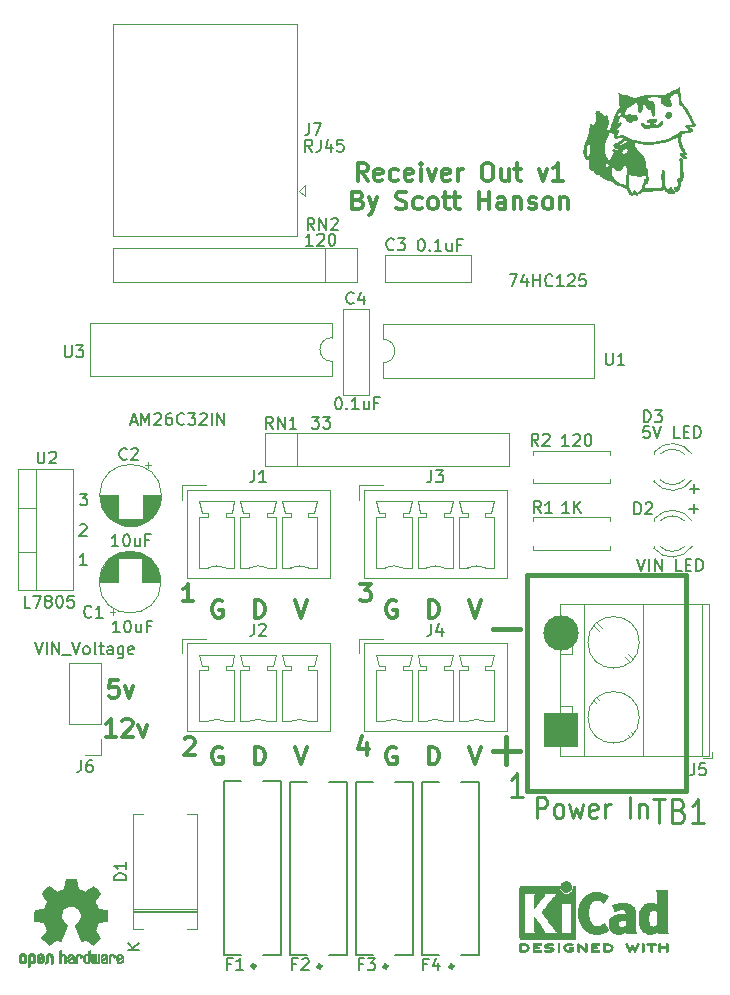
<source format=gbr>
G04 #@! TF.GenerationSoftware,KiCad,Pcbnew,(6.0.5)*
G04 #@! TF.CreationDate,2022-06-02T01:06:30-04:00*
G04 #@! TF.ProjectId,Receiver_Out,52656365-6976-4657-925f-4f75742e6b69,v1*
G04 #@! TF.SameCoordinates,Original*
G04 #@! TF.FileFunction,Legend,Top*
G04 #@! TF.FilePolarity,Positive*
%FSLAX46Y46*%
G04 Gerber Fmt 4.6, Leading zero omitted, Abs format (unit mm)*
G04 Created by KiCad (PCBNEW (6.0.5)) date 2022-06-02 01:06:30*
%MOMM*%
%LPD*%
G01*
G04 APERTURE LIST*
%ADD10C,0.300000*%
%ADD11C,0.150000*%
%ADD12C,0.400000*%
%ADD13C,0.254000*%
%ADD14C,0.215900*%
%ADD15C,0.120000*%
%ADD16C,0.010000*%
%ADD17C,0.381000*%
%ADD18C,0.127000*%
%ADD19R,3.000000X3.000000*%
%ADD20C,3.000000*%
G04 APERTURE END LIST*
D10*
X77743857Y-133146371D02*
X76886714Y-133146371D01*
X77315285Y-133146371D02*
X77315285Y-131646371D01*
X77172428Y-131860657D01*
X77029571Y-132003514D01*
X76886714Y-132074942D01*
X78315285Y-131789228D02*
X78386714Y-131717800D01*
X78529571Y-131646371D01*
X78886714Y-131646371D01*
X79029571Y-131717800D01*
X79101000Y-131789228D01*
X79172428Y-131932085D01*
X79172428Y-132074942D01*
X79101000Y-132289228D01*
X78243857Y-133146371D01*
X79172428Y-133146371D01*
X79672428Y-132146371D02*
X80029571Y-133146371D01*
X80386714Y-132146371D01*
X77936714Y-128346371D02*
X77222428Y-128346371D01*
X77151000Y-129060657D01*
X77222428Y-128989228D01*
X77365285Y-128917800D01*
X77722428Y-128917800D01*
X77865285Y-128989228D01*
X77936714Y-129060657D01*
X78008142Y-129203514D01*
X78008142Y-129560657D01*
X77936714Y-129703514D01*
X77865285Y-129774942D01*
X77722428Y-129846371D01*
X77365285Y-129846371D01*
X77222428Y-129774942D01*
X77151000Y-129703514D01*
X78508142Y-128846371D02*
X78865285Y-129846371D01*
X79222428Y-128846371D01*
D11*
X74717666Y-112570180D02*
X75336714Y-112570180D01*
X75003380Y-112951133D01*
X75146238Y-112951133D01*
X75241476Y-112998752D01*
X75289095Y-113046371D01*
X75336714Y-113141609D01*
X75336714Y-113379704D01*
X75289095Y-113474942D01*
X75241476Y-113522561D01*
X75146238Y-113570180D01*
X74860523Y-113570180D01*
X74765285Y-113522561D01*
X74717666Y-113474942D01*
X74715285Y-115265419D02*
X74762904Y-115217800D01*
X74858142Y-115170180D01*
X75096238Y-115170180D01*
X75191476Y-115217800D01*
X75239095Y-115265419D01*
X75286714Y-115360657D01*
X75286714Y-115455895D01*
X75239095Y-115598752D01*
X74667666Y-116170180D01*
X75286714Y-116170180D01*
X75286714Y-118620180D02*
X74715285Y-118620180D01*
X75001000Y-118620180D02*
X75001000Y-117620180D01*
X74905761Y-117763038D01*
X74810523Y-117858276D01*
X74715285Y-117905895D01*
X126722428Y-112548752D02*
X126722428Y-111786847D01*
X127103380Y-112167800D02*
X126341476Y-112167800D01*
X126672428Y-114248752D02*
X126672428Y-113486847D01*
X127053380Y-113867800D02*
X126291476Y-113867800D01*
D10*
X98986714Y-133696371D02*
X98986714Y-134696371D01*
X98629571Y-133124942D02*
X98272428Y-134196371D01*
X99201000Y-134196371D01*
X98401000Y-120196371D02*
X99329571Y-120196371D01*
X98829571Y-120767800D01*
X99043857Y-120767800D01*
X99186714Y-120839228D01*
X99258142Y-120910657D01*
X99329571Y-121053514D01*
X99329571Y-121410657D01*
X99258142Y-121553514D01*
X99186714Y-121624942D01*
X99043857Y-121696371D01*
X98615285Y-121696371D01*
X98472428Y-121624942D01*
X98401000Y-121553514D01*
X83572428Y-133339228D02*
X83643857Y-133267800D01*
X83786714Y-133196371D01*
X84143857Y-133196371D01*
X84286714Y-133267800D01*
X84358142Y-133339228D01*
X84429571Y-133482085D01*
X84429571Y-133624942D01*
X84358142Y-133839228D01*
X83501000Y-134696371D01*
X84429571Y-134696371D01*
X84329571Y-121696371D02*
X83472428Y-121696371D01*
X83901000Y-121696371D02*
X83901000Y-120196371D01*
X83758142Y-120410657D01*
X83615285Y-120553514D01*
X83472428Y-120624942D01*
X99079571Y-86088871D02*
X98579571Y-85374585D01*
X98222428Y-86088871D02*
X98222428Y-84588871D01*
X98793857Y-84588871D01*
X98936714Y-84660300D01*
X99008142Y-84731728D01*
X99079571Y-84874585D01*
X99079571Y-85088871D01*
X99008142Y-85231728D01*
X98936714Y-85303157D01*
X98793857Y-85374585D01*
X98222428Y-85374585D01*
X100293857Y-86017442D02*
X100151000Y-86088871D01*
X99865285Y-86088871D01*
X99722428Y-86017442D01*
X99651000Y-85874585D01*
X99651000Y-85303157D01*
X99722428Y-85160300D01*
X99865285Y-85088871D01*
X100151000Y-85088871D01*
X100293857Y-85160300D01*
X100365285Y-85303157D01*
X100365285Y-85446014D01*
X99651000Y-85588871D01*
X101651000Y-86017442D02*
X101508142Y-86088871D01*
X101222428Y-86088871D01*
X101079571Y-86017442D01*
X101008142Y-85946014D01*
X100936714Y-85803157D01*
X100936714Y-85374585D01*
X101008142Y-85231728D01*
X101079571Y-85160300D01*
X101222428Y-85088871D01*
X101508142Y-85088871D01*
X101651000Y-85160300D01*
X102865285Y-86017442D02*
X102722428Y-86088871D01*
X102436714Y-86088871D01*
X102293857Y-86017442D01*
X102222428Y-85874585D01*
X102222428Y-85303157D01*
X102293857Y-85160300D01*
X102436714Y-85088871D01*
X102722428Y-85088871D01*
X102865285Y-85160300D01*
X102936714Y-85303157D01*
X102936714Y-85446014D01*
X102222428Y-85588871D01*
X103579571Y-86088871D02*
X103579571Y-85088871D01*
X103579571Y-84588871D02*
X103508142Y-84660300D01*
X103579571Y-84731728D01*
X103651000Y-84660300D01*
X103579571Y-84588871D01*
X103579571Y-84731728D01*
X104151000Y-85088871D02*
X104508142Y-86088871D01*
X104865285Y-85088871D01*
X106008142Y-86017442D02*
X105865285Y-86088871D01*
X105579571Y-86088871D01*
X105436714Y-86017442D01*
X105365285Y-85874585D01*
X105365285Y-85303157D01*
X105436714Y-85160300D01*
X105579571Y-85088871D01*
X105865285Y-85088871D01*
X106008142Y-85160300D01*
X106079571Y-85303157D01*
X106079571Y-85446014D01*
X105365285Y-85588871D01*
X106722428Y-86088871D02*
X106722428Y-85088871D01*
X106722428Y-85374585D02*
X106793857Y-85231728D01*
X106865285Y-85160300D01*
X107008142Y-85088871D01*
X107151000Y-85088871D01*
X109079571Y-84588871D02*
X109365285Y-84588871D01*
X109508142Y-84660300D01*
X109651000Y-84803157D01*
X109722428Y-85088871D01*
X109722428Y-85588871D01*
X109651000Y-85874585D01*
X109508142Y-86017442D01*
X109365285Y-86088871D01*
X109079571Y-86088871D01*
X108936714Y-86017442D01*
X108793857Y-85874585D01*
X108722428Y-85588871D01*
X108722428Y-85088871D01*
X108793857Y-84803157D01*
X108936714Y-84660300D01*
X109079571Y-84588871D01*
X111008142Y-85088871D02*
X111008142Y-86088871D01*
X110365285Y-85088871D02*
X110365285Y-85874585D01*
X110436714Y-86017442D01*
X110579571Y-86088871D01*
X110793857Y-86088871D01*
X110936714Y-86017442D01*
X111008142Y-85946014D01*
X111508142Y-85088871D02*
X112079571Y-85088871D01*
X111722428Y-84588871D02*
X111722428Y-85874585D01*
X111793857Y-86017442D01*
X111936714Y-86088871D01*
X112079571Y-86088871D01*
X113579571Y-85088871D02*
X113936714Y-86088871D01*
X114293857Y-85088871D01*
X115651000Y-86088871D02*
X114793857Y-86088871D01*
X115222428Y-86088871D02*
X115222428Y-84588871D01*
X115079571Y-84803157D01*
X114936714Y-84946014D01*
X114793857Y-85017442D01*
X98293857Y-87718157D02*
X98508142Y-87789585D01*
X98579571Y-87861014D01*
X98651000Y-88003871D01*
X98651000Y-88218157D01*
X98579571Y-88361014D01*
X98508142Y-88432442D01*
X98365285Y-88503871D01*
X97793857Y-88503871D01*
X97793857Y-87003871D01*
X98293857Y-87003871D01*
X98436714Y-87075300D01*
X98508142Y-87146728D01*
X98579571Y-87289585D01*
X98579571Y-87432442D01*
X98508142Y-87575300D01*
X98436714Y-87646728D01*
X98293857Y-87718157D01*
X97793857Y-87718157D01*
X99151000Y-87503871D02*
X99508142Y-88503871D01*
X99865285Y-87503871D02*
X99508142Y-88503871D01*
X99365285Y-88861014D01*
X99293857Y-88932442D01*
X99151000Y-89003871D01*
X101508142Y-88432442D02*
X101722428Y-88503871D01*
X102079571Y-88503871D01*
X102222428Y-88432442D01*
X102293857Y-88361014D01*
X102365285Y-88218157D01*
X102365285Y-88075300D01*
X102293857Y-87932442D01*
X102222428Y-87861014D01*
X102079571Y-87789585D01*
X101793857Y-87718157D01*
X101651000Y-87646728D01*
X101579571Y-87575300D01*
X101508142Y-87432442D01*
X101508142Y-87289585D01*
X101579571Y-87146728D01*
X101651000Y-87075300D01*
X101793857Y-87003871D01*
X102151000Y-87003871D01*
X102365285Y-87075300D01*
X103651000Y-88432442D02*
X103508142Y-88503871D01*
X103222428Y-88503871D01*
X103079571Y-88432442D01*
X103008142Y-88361014D01*
X102936714Y-88218157D01*
X102936714Y-87789585D01*
X103008142Y-87646728D01*
X103079571Y-87575300D01*
X103222428Y-87503871D01*
X103508142Y-87503871D01*
X103651000Y-87575300D01*
X104508142Y-88503871D02*
X104365285Y-88432442D01*
X104293857Y-88361014D01*
X104222428Y-88218157D01*
X104222428Y-87789585D01*
X104293857Y-87646728D01*
X104365285Y-87575300D01*
X104508142Y-87503871D01*
X104722428Y-87503871D01*
X104865285Y-87575300D01*
X104936714Y-87646728D01*
X105008142Y-87789585D01*
X105008142Y-88218157D01*
X104936714Y-88361014D01*
X104865285Y-88432442D01*
X104722428Y-88503871D01*
X104508142Y-88503871D01*
X105436714Y-87503871D02*
X106008142Y-87503871D01*
X105651000Y-87003871D02*
X105651000Y-88289585D01*
X105722428Y-88432442D01*
X105865285Y-88503871D01*
X106008142Y-88503871D01*
X106293857Y-87503871D02*
X106865285Y-87503871D01*
X106508142Y-87003871D02*
X106508142Y-88289585D01*
X106579571Y-88432442D01*
X106722428Y-88503871D01*
X106865285Y-88503871D01*
X108508142Y-88503871D02*
X108508142Y-87003871D01*
X108508142Y-87718157D02*
X109365285Y-87718157D01*
X109365285Y-88503871D02*
X109365285Y-87003871D01*
X110722428Y-88503871D02*
X110722428Y-87718157D01*
X110651000Y-87575300D01*
X110508142Y-87503871D01*
X110222428Y-87503871D01*
X110079571Y-87575300D01*
X110722428Y-88432442D02*
X110579571Y-88503871D01*
X110222428Y-88503871D01*
X110079571Y-88432442D01*
X110008142Y-88289585D01*
X110008142Y-88146728D01*
X110079571Y-88003871D01*
X110222428Y-87932442D01*
X110579571Y-87932442D01*
X110722428Y-87861014D01*
X111436714Y-87503871D02*
X111436714Y-88503871D01*
X111436714Y-87646728D02*
X111508142Y-87575300D01*
X111651000Y-87503871D01*
X111865285Y-87503871D01*
X112008142Y-87575300D01*
X112079571Y-87718157D01*
X112079571Y-88503871D01*
X112722428Y-88432442D02*
X112865285Y-88503871D01*
X113151000Y-88503871D01*
X113293857Y-88432442D01*
X113365285Y-88289585D01*
X113365285Y-88218157D01*
X113293857Y-88075300D01*
X113151000Y-88003871D01*
X112936714Y-88003871D01*
X112793857Y-87932442D01*
X112722428Y-87789585D01*
X112722428Y-87718157D01*
X112793857Y-87575300D01*
X112936714Y-87503871D01*
X113151000Y-87503871D01*
X113293857Y-87575300D01*
X114222428Y-88503871D02*
X114079571Y-88432442D01*
X114008142Y-88361014D01*
X113936714Y-88218157D01*
X113936714Y-87789585D01*
X114008142Y-87646728D01*
X114079571Y-87575300D01*
X114222428Y-87503871D01*
X114436714Y-87503871D01*
X114579571Y-87575300D01*
X114651000Y-87646728D01*
X114722428Y-87789585D01*
X114722428Y-88218157D01*
X114651000Y-88361014D01*
X114579571Y-88432442D01*
X114436714Y-88503871D01*
X114222428Y-88503871D01*
X115365285Y-87503871D02*
X115365285Y-88503871D01*
X115365285Y-87646728D02*
X115436714Y-87575300D01*
X115579571Y-87503871D01*
X115793857Y-87503871D01*
X115936714Y-87575300D01*
X116008142Y-87718157D01*
X116008142Y-88503871D01*
X89517142Y-135506571D02*
X89517142Y-134006571D01*
X89874285Y-134006571D01*
X90088571Y-134078000D01*
X90231428Y-134220857D01*
X90302857Y-134363714D01*
X90374285Y-134649428D01*
X90374285Y-134863714D01*
X90302857Y-135149428D01*
X90231428Y-135292285D01*
X90088571Y-135435142D01*
X89874285Y-135506571D01*
X89517142Y-135506571D01*
X86746857Y-134078000D02*
X86604000Y-134006571D01*
X86389714Y-134006571D01*
X86175428Y-134078000D01*
X86032571Y-134220857D01*
X85961142Y-134363714D01*
X85889714Y-134649428D01*
X85889714Y-134863714D01*
X85961142Y-135149428D01*
X86032571Y-135292285D01*
X86175428Y-135435142D01*
X86389714Y-135506571D01*
X86532571Y-135506571D01*
X86746857Y-135435142D01*
X86818285Y-135363714D01*
X86818285Y-134863714D01*
X86532571Y-134863714D01*
X107698000Y-134006571D02*
X108198000Y-135506571D01*
X108698000Y-134006571D01*
X92966000Y-134006571D02*
X93466000Y-135506571D01*
X93966000Y-134006571D01*
X104249142Y-135506571D02*
X104249142Y-134006571D01*
X104606285Y-134006571D01*
X104820571Y-134078000D01*
X104963428Y-134220857D01*
X105034857Y-134363714D01*
X105106285Y-134649428D01*
X105106285Y-134863714D01*
X105034857Y-135149428D01*
X104963428Y-135292285D01*
X104820571Y-135435142D01*
X104606285Y-135506571D01*
X104249142Y-135506571D01*
X101478857Y-134078000D02*
X101336000Y-134006571D01*
X101121714Y-134006571D01*
X100907428Y-134078000D01*
X100764571Y-134220857D01*
X100693142Y-134363714D01*
X100621714Y-134649428D01*
X100621714Y-134863714D01*
X100693142Y-135149428D01*
X100764571Y-135292285D01*
X100907428Y-135435142D01*
X101121714Y-135506571D01*
X101264571Y-135506571D01*
X101478857Y-135435142D01*
X101550285Y-135363714D01*
X101550285Y-134863714D01*
X101264571Y-134863714D01*
D12*
X109658142Y-134332085D02*
X111943857Y-134332085D01*
X110801000Y-135474942D02*
X110801000Y-133189228D01*
X109658142Y-124032085D02*
X111943857Y-124032085D01*
D10*
X92966000Y-121606571D02*
X93466000Y-123106571D01*
X93966000Y-121606571D01*
X86746857Y-121678000D02*
X86604000Y-121606571D01*
X86389714Y-121606571D01*
X86175428Y-121678000D01*
X86032571Y-121820857D01*
X85961142Y-121963714D01*
X85889714Y-122249428D01*
X85889714Y-122463714D01*
X85961142Y-122749428D01*
X86032571Y-122892285D01*
X86175428Y-123035142D01*
X86389714Y-123106571D01*
X86532571Y-123106571D01*
X86746857Y-123035142D01*
X86818285Y-122963714D01*
X86818285Y-122463714D01*
X86532571Y-122463714D01*
X89517142Y-123106571D02*
X89517142Y-121606571D01*
X89874285Y-121606571D01*
X90088571Y-121678000D01*
X90231428Y-121820857D01*
X90302857Y-121963714D01*
X90374285Y-122249428D01*
X90374285Y-122463714D01*
X90302857Y-122749428D01*
X90231428Y-122892285D01*
X90088571Y-123035142D01*
X89874285Y-123106571D01*
X89517142Y-123106571D01*
X107698000Y-121606571D02*
X108198000Y-123106571D01*
X108698000Y-121606571D01*
X101478857Y-121678000D02*
X101336000Y-121606571D01*
X101121714Y-121606571D01*
X100907428Y-121678000D01*
X100764571Y-121820857D01*
X100693142Y-121963714D01*
X100621714Y-122249428D01*
X100621714Y-122463714D01*
X100693142Y-122749428D01*
X100764571Y-122892285D01*
X100907428Y-123035142D01*
X101121714Y-123106571D01*
X101264571Y-123106571D01*
X101478857Y-123035142D01*
X101550285Y-122963714D01*
X101550285Y-122463714D01*
X101264571Y-122463714D01*
X104249142Y-123106571D02*
X104249142Y-121606571D01*
X104606285Y-121606571D01*
X104820571Y-121678000D01*
X104963428Y-121820857D01*
X105034857Y-121963714D01*
X105106285Y-122249428D01*
X105106285Y-122463714D01*
X105034857Y-122749428D01*
X104963428Y-122892285D01*
X104820571Y-123035142D01*
X104606285Y-123106571D01*
X104249142Y-123106571D01*
D11*
X78633380Y-145305895D02*
X77633380Y-145305895D01*
X77633380Y-145067800D01*
X77681000Y-144924942D01*
X77776238Y-144829704D01*
X77871476Y-144782085D01*
X78061952Y-144734466D01*
X78204809Y-144734466D01*
X78395285Y-144782085D01*
X78490523Y-144829704D01*
X78585761Y-144924942D01*
X78633380Y-145067800D01*
X78633380Y-145305895D01*
X78633380Y-143782085D02*
X78633380Y-144353514D01*
X78633380Y-144067800D02*
X77633380Y-144067800D01*
X77776238Y-144163038D01*
X77871476Y-144258276D01*
X77919095Y-144353514D01*
X79753380Y-151179704D02*
X78753380Y-151179704D01*
X79753380Y-150608276D02*
X79181952Y-151036847D01*
X78753380Y-150608276D02*
X79324809Y-151179704D01*
X73439095Y-100020180D02*
X73439095Y-100829704D01*
X73486714Y-100924942D01*
X73534333Y-100972561D01*
X73629571Y-101020180D01*
X73820047Y-101020180D01*
X73915285Y-100972561D01*
X73962904Y-100924942D01*
X74010523Y-100829704D01*
X74010523Y-100020180D01*
X74391476Y-100020180D02*
X75010523Y-100020180D01*
X74677190Y-100401133D01*
X74820047Y-100401133D01*
X74915285Y-100448752D01*
X74962904Y-100496371D01*
X75010523Y-100591609D01*
X75010523Y-100829704D01*
X74962904Y-100924942D01*
X74915285Y-100972561D01*
X74820047Y-101020180D01*
X74534333Y-101020180D01*
X74439095Y-100972561D01*
X74391476Y-100924942D01*
X79024809Y-106484466D02*
X79501000Y-106484466D01*
X78929571Y-106770180D02*
X79262904Y-105770180D01*
X79596238Y-106770180D01*
X79929571Y-106770180D02*
X79929571Y-105770180D01*
X80262904Y-106484466D01*
X80596238Y-105770180D01*
X80596238Y-106770180D01*
X81024809Y-105865419D02*
X81072428Y-105817800D01*
X81167666Y-105770180D01*
X81405761Y-105770180D01*
X81501000Y-105817800D01*
X81548619Y-105865419D01*
X81596238Y-105960657D01*
X81596238Y-106055895D01*
X81548619Y-106198752D01*
X80977190Y-106770180D01*
X81596238Y-106770180D01*
X82453380Y-105770180D02*
X82262904Y-105770180D01*
X82167666Y-105817800D01*
X82120047Y-105865419D01*
X82024809Y-106008276D01*
X81977190Y-106198752D01*
X81977190Y-106579704D01*
X82024809Y-106674942D01*
X82072428Y-106722561D01*
X82167666Y-106770180D01*
X82358142Y-106770180D01*
X82453380Y-106722561D01*
X82501000Y-106674942D01*
X82548619Y-106579704D01*
X82548619Y-106341609D01*
X82501000Y-106246371D01*
X82453380Y-106198752D01*
X82358142Y-106151133D01*
X82167666Y-106151133D01*
X82072428Y-106198752D01*
X82024809Y-106246371D01*
X81977190Y-106341609D01*
X83548619Y-106674942D02*
X83501000Y-106722561D01*
X83358142Y-106770180D01*
X83262904Y-106770180D01*
X83120047Y-106722561D01*
X83024809Y-106627323D01*
X82977190Y-106532085D01*
X82929571Y-106341609D01*
X82929571Y-106198752D01*
X82977190Y-106008276D01*
X83024809Y-105913038D01*
X83120047Y-105817800D01*
X83262904Y-105770180D01*
X83358142Y-105770180D01*
X83501000Y-105817800D01*
X83548619Y-105865419D01*
X83881952Y-105770180D02*
X84501000Y-105770180D01*
X84167666Y-106151133D01*
X84310523Y-106151133D01*
X84405761Y-106198752D01*
X84453380Y-106246371D01*
X84501000Y-106341609D01*
X84501000Y-106579704D01*
X84453380Y-106674942D01*
X84405761Y-106722561D01*
X84310523Y-106770180D01*
X84024809Y-106770180D01*
X83929571Y-106722561D01*
X83881952Y-106674942D01*
X84881952Y-105865419D02*
X84929571Y-105817800D01*
X85024809Y-105770180D01*
X85262904Y-105770180D01*
X85358142Y-105817800D01*
X85405761Y-105865419D01*
X85453380Y-105960657D01*
X85453380Y-106055895D01*
X85405761Y-106198752D01*
X84834333Y-106770180D01*
X85453380Y-106770180D01*
X85881952Y-106770180D02*
X85881952Y-105770180D01*
X86358142Y-106770180D02*
X86358142Y-105770180D01*
X86929571Y-106770180D01*
X86929571Y-105770180D01*
X71139095Y-109020180D02*
X71139095Y-109829704D01*
X71186714Y-109924942D01*
X71234333Y-109972561D01*
X71329571Y-110020180D01*
X71520047Y-110020180D01*
X71615285Y-109972561D01*
X71662904Y-109924942D01*
X71710523Y-109829704D01*
X71710523Y-109020180D01*
X72139095Y-109115419D02*
X72186714Y-109067800D01*
X72281952Y-109020180D01*
X72520047Y-109020180D01*
X72615285Y-109067800D01*
X72662904Y-109115419D01*
X72710523Y-109210657D01*
X72710523Y-109305895D01*
X72662904Y-109448752D01*
X72091476Y-110020180D01*
X72710523Y-110020180D01*
X70505761Y-122220180D02*
X70029571Y-122220180D01*
X70029571Y-121220180D01*
X70743857Y-121220180D02*
X71410523Y-121220180D01*
X70981952Y-122220180D01*
X71934333Y-121648752D02*
X71839095Y-121601133D01*
X71791476Y-121553514D01*
X71743857Y-121458276D01*
X71743857Y-121410657D01*
X71791476Y-121315419D01*
X71839095Y-121267800D01*
X71934333Y-121220180D01*
X72124809Y-121220180D01*
X72220047Y-121267800D01*
X72267666Y-121315419D01*
X72315285Y-121410657D01*
X72315285Y-121458276D01*
X72267666Y-121553514D01*
X72220047Y-121601133D01*
X72124809Y-121648752D01*
X71934333Y-121648752D01*
X71839095Y-121696371D01*
X71791476Y-121743990D01*
X71743857Y-121839228D01*
X71743857Y-122029704D01*
X71791476Y-122124942D01*
X71839095Y-122172561D01*
X71934333Y-122220180D01*
X72124809Y-122220180D01*
X72220047Y-122172561D01*
X72267666Y-122124942D01*
X72315285Y-122029704D01*
X72315285Y-121839228D01*
X72267666Y-121743990D01*
X72220047Y-121696371D01*
X72124809Y-121648752D01*
X72934333Y-121220180D02*
X73029571Y-121220180D01*
X73124809Y-121267800D01*
X73172428Y-121315419D01*
X73220047Y-121410657D01*
X73267666Y-121601133D01*
X73267666Y-121839228D01*
X73220047Y-122029704D01*
X73172428Y-122124942D01*
X73124809Y-122172561D01*
X73029571Y-122220180D01*
X72934333Y-122220180D01*
X72839095Y-122172561D01*
X72791476Y-122124942D01*
X72743857Y-122029704D01*
X72696238Y-121839228D01*
X72696238Y-121601133D01*
X72743857Y-121410657D01*
X72791476Y-121315419D01*
X72839095Y-121267800D01*
X72934333Y-121220180D01*
X74172428Y-121220180D02*
X73696238Y-121220180D01*
X73648619Y-121696371D01*
X73696238Y-121648752D01*
X73791476Y-121601133D01*
X74029571Y-121601133D01*
X74124809Y-121648752D01*
X74172428Y-121696371D01*
X74220047Y-121791609D01*
X74220047Y-122029704D01*
X74172428Y-122124942D01*
X74124809Y-122172561D01*
X74029571Y-122220180D01*
X73791476Y-122220180D01*
X73696238Y-122172561D01*
X73648619Y-122124942D01*
X94560523Y-90245180D02*
X94227190Y-89768990D01*
X93989095Y-90245180D02*
X93989095Y-89245180D01*
X94370047Y-89245180D01*
X94465285Y-89292800D01*
X94512904Y-89340419D01*
X94560523Y-89435657D01*
X94560523Y-89578514D01*
X94512904Y-89673752D01*
X94465285Y-89721371D01*
X94370047Y-89768990D01*
X93989095Y-89768990D01*
X94989095Y-90245180D02*
X94989095Y-89245180D01*
X95560523Y-90245180D01*
X95560523Y-89245180D01*
X95989095Y-89340419D02*
X96036714Y-89292800D01*
X96131952Y-89245180D01*
X96370047Y-89245180D01*
X96465285Y-89292800D01*
X96512904Y-89340419D01*
X96560523Y-89435657D01*
X96560523Y-89530895D01*
X96512904Y-89673752D01*
X95941476Y-90245180D01*
X96560523Y-90245180D01*
X94434333Y-91570180D02*
X93862904Y-91570180D01*
X94148619Y-91570180D02*
X94148619Y-90570180D01*
X94053380Y-90713038D01*
X93958142Y-90808276D01*
X93862904Y-90855895D01*
X94815285Y-90665419D02*
X94862904Y-90617800D01*
X94958142Y-90570180D01*
X95196238Y-90570180D01*
X95291476Y-90617800D01*
X95339095Y-90665419D01*
X95386714Y-90760657D01*
X95386714Y-90855895D01*
X95339095Y-90998752D01*
X94767666Y-91570180D01*
X95386714Y-91570180D01*
X96005761Y-90570180D02*
X96101000Y-90570180D01*
X96196238Y-90617800D01*
X96243857Y-90665419D01*
X96291476Y-90760657D01*
X96339095Y-90951133D01*
X96339095Y-91189228D01*
X96291476Y-91379704D01*
X96243857Y-91474942D01*
X96196238Y-91522561D01*
X96101000Y-91570180D01*
X96005761Y-91570180D01*
X95910523Y-91522561D01*
X95862904Y-91474942D01*
X95815285Y-91379704D01*
X95767666Y-91189228D01*
X95767666Y-90951133D01*
X95815285Y-90760657D01*
X95862904Y-90665419D01*
X95910523Y-90617800D01*
X96005761Y-90570180D01*
X94117666Y-81220180D02*
X94117666Y-81934466D01*
X94070047Y-82077323D01*
X93974809Y-82172561D01*
X93831952Y-82220180D01*
X93736714Y-82220180D01*
X94498619Y-81220180D02*
X95165285Y-81220180D01*
X94736714Y-82220180D01*
X94377190Y-83620180D02*
X94043857Y-83143990D01*
X93805761Y-83620180D02*
X93805761Y-82620180D01*
X94186714Y-82620180D01*
X94281952Y-82667800D01*
X94329571Y-82715419D01*
X94377190Y-82810657D01*
X94377190Y-82953514D01*
X94329571Y-83048752D01*
X94281952Y-83096371D01*
X94186714Y-83143990D01*
X93805761Y-83143990D01*
X95091476Y-82620180D02*
X95091476Y-83334466D01*
X95043857Y-83477323D01*
X94948619Y-83572561D01*
X94805761Y-83620180D01*
X94710523Y-83620180D01*
X95996238Y-82953514D02*
X95996238Y-83620180D01*
X95758142Y-82572561D02*
X95520047Y-83286847D01*
X96139095Y-83286847D01*
X96996238Y-82620180D02*
X96520047Y-82620180D01*
X96472428Y-83096371D01*
X96520047Y-83048752D01*
X96615285Y-83001133D01*
X96853380Y-83001133D01*
X96948619Y-83048752D01*
X96996238Y-83096371D01*
X97043857Y-83191609D01*
X97043857Y-83429704D01*
X96996238Y-83524942D01*
X96948619Y-83572561D01*
X96853380Y-83620180D01*
X96615285Y-83620180D01*
X96520047Y-83572561D01*
X96472428Y-83524942D01*
X74817666Y-135150180D02*
X74817666Y-135864466D01*
X74770047Y-136007323D01*
X74674809Y-136102561D01*
X74531952Y-136150180D01*
X74436714Y-136150180D01*
X75722428Y-135150180D02*
X75531952Y-135150180D01*
X75436714Y-135197800D01*
X75389095Y-135245419D01*
X75293857Y-135388276D01*
X75246238Y-135578752D01*
X75246238Y-135959704D01*
X75293857Y-136054942D01*
X75341476Y-136102561D01*
X75436714Y-136150180D01*
X75627190Y-136150180D01*
X75722428Y-136102561D01*
X75770047Y-136054942D01*
X75817666Y-135959704D01*
X75817666Y-135721609D01*
X75770047Y-135626371D01*
X75722428Y-135578752D01*
X75627190Y-135531133D01*
X75436714Y-135531133D01*
X75341476Y-135578752D01*
X75293857Y-135626371D01*
X75246238Y-135721609D01*
X70912904Y-125170180D02*
X71246238Y-126170180D01*
X71579571Y-125170180D01*
X71912904Y-126170180D02*
X71912904Y-125170180D01*
X72389095Y-126170180D02*
X72389095Y-125170180D01*
X72960523Y-126170180D01*
X72960523Y-125170180D01*
X73198619Y-126265419D02*
X73960523Y-126265419D01*
X74055761Y-125170180D02*
X74389095Y-126170180D01*
X74722428Y-125170180D01*
X75198619Y-126170180D02*
X75103380Y-126122561D01*
X75055761Y-126074942D01*
X75008142Y-125979704D01*
X75008142Y-125693990D01*
X75055761Y-125598752D01*
X75103380Y-125551133D01*
X75198619Y-125503514D01*
X75341476Y-125503514D01*
X75436714Y-125551133D01*
X75484333Y-125598752D01*
X75531952Y-125693990D01*
X75531952Y-125979704D01*
X75484333Y-126074942D01*
X75436714Y-126122561D01*
X75341476Y-126170180D01*
X75198619Y-126170180D01*
X76103380Y-126170180D02*
X76008142Y-126122561D01*
X75960523Y-126027323D01*
X75960523Y-125170180D01*
X76341476Y-125503514D02*
X76722428Y-125503514D01*
X76484333Y-125170180D02*
X76484333Y-126027323D01*
X76531952Y-126122561D01*
X76627190Y-126170180D01*
X76722428Y-126170180D01*
X77484333Y-126170180D02*
X77484333Y-125646371D01*
X77436714Y-125551133D01*
X77341476Y-125503514D01*
X77151000Y-125503514D01*
X77055761Y-125551133D01*
X77484333Y-126122561D02*
X77389095Y-126170180D01*
X77151000Y-126170180D01*
X77055761Y-126122561D01*
X77008142Y-126027323D01*
X77008142Y-125932085D01*
X77055761Y-125836847D01*
X77151000Y-125789228D01*
X77389095Y-125789228D01*
X77484333Y-125741609D01*
X78389095Y-125503514D02*
X78389095Y-126313038D01*
X78341476Y-126408276D01*
X78293857Y-126455895D01*
X78198619Y-126503514D01*
X78055761Y-126503514D01*
X77960523Y-126455895D01*
X78389095Y-126122561D02*
X78293857Y-126170180D01*
X78103380Y-126170180D01*
X78008142Y-126122561D01*
X77960523Y-126074942D01*
X77912904Y-125979704D01*
X77912904Y-125693990D01*
X77960523Y-125598752D01*
X78008142Y-125551133D01*
X78103380Y-125503514D01*
X78293857Y-125503514D01*
X78389095Y-125551133D01*
X79246238Y-126122561D02*
X79151000Y-126170180D01*
X78960523Y-126170180D01*
X78865285Y-126122561D01*
X78817666Y-126027323D01*
X78817666Y-125646371D01*
X78865285Y-125551133D01*
X78960523Y-125503514D01*
X79151000Y-125503514D01*
X79246238Y-125551133D01*
X79293857Y-125646371D01*
X79293857Y-125741609D01*
X78817666Y-125836847D01*
X97884333Y-96424942D02*
X97836714Y-96472561D01*
X97693857Y-96520180D01*
X97598619Y-96520180D01*
X97455761Y-96472561D01*
X97360523Y-96377323D01*
X97312904Y-96282085D01*
X97265285Y-96091609D01*
X97265285Y-95948752D01*
X97312904Y-95758276D01*
X97360523Y-95663038D01*
X97455761Y-95567800D01*
X97598619Y-95520180D01*
X97693857Y-95520180D01*
X97836714Y-95567800D01*
X97884333Y-95615419D01*
X98741476Y-95853514D02*
X98741476Y-96520180D01*
X98503380Y-95472561D02*
X98265285Y-96186847D01*
X98884333Y-96186847D01*
X96558142Y-104420180D02*
X96653380Y-104420180D01*
X96748619Y-104467800D01*
X96796238Y-104515419D01*
X96843857Y-104610657D01*
X96891476Y-104801133D01*
X96891476Y-105039228D01*
X96843857Y-105229704D01*
X96796238Y-105324942D01*
X96748619Y-105372561D01*
X96653380Y-105420180D01*
X96558142Y-105420180D01*
X96462904Y-105372561D01*
X96415285Y-105324942D01*
X96367666Y-105229704D01*
X96320047Y-105039228D01*
X96320047Y-104801133D01*
X96367666Y-104610657D01*
X96415285Y-104515419D01*
X96462904Y-104467800D01*
X96558142Y-104420180D01*
X97320047Y-105324942D02*
X97367666Y-105372561D01*
X97320047Y-105420180D01*
X97272428Y-105372561D01*
X97320047Y-105324942D01*
X97320047Y-105420180D01*
X98320047Y-105420180D02*
X97748619Y-105420180D01*
X98034333Y-105420180D02*
X98034333Y-104420180D01*
X97939095Y-104563038D01*
X97843857Y-104658276D01*
X97748619Y-104705895D01*
X99177190Y-104753514D02*
X99177190Y-105420180D01*
X98748619Y-104753514D02*
X98748619Y-105277323D01*
X98796238Y-105372561D01*
X98891476Y-105420180D01*
X99034333Y-105420180D01*
X99129571Y-105372561D01*
X99177190Y-105324942D01*
X99986714Y-104896371D02*
X99653380Y-104896371D01*
X99653380Y-105420180D02*
X99653380Y-104420180D01*
X100129571Y-104420180D01*
X78684333Y-109624942D02*
X78636714Y-109672561D01*
X78493857Y-109720180D01*
X78398619Y-109720180D01*
X78255761Y-109672561D01*
X78160523Y-109577323D01*
X78112904Y-109482085D01*
X78065285Y-109291609D01*
X78065285Y-109148752D01*
X78112904Y-108958276D01*
X78160523Y-108863038D01*
X78255761Y-108767800D01*
X78398619Y-108720180D01*
X78493857Y-108720180D01*
X78636714Y-108767800D01*
X78684333Y-108815419D01*
X79065285Y-108815419D02*
X79112904Y-108767800D01*
X79208142Y-108720180D01*
X79446238Y-108720180D01*
X79541476Y-108767800D01*
X79589095Y-108815419D01*
X79636714Y-108910657D01*
X79636714Y-109005895D01*
X79589095Y-109148752D01*
X79017666Y-109720180D01*
X79636714Y-109720180D01*
X77979571Y-117020180D02*
X77408142Y-117020180D01*
X77693857Y-117020180D02*
X77693857Y-116020180D01*
X77598619Y-116163038D01*
X77503380Y-116258276D01*
X77408142Y-116305895D01*
X78598619Y-116020180D02*
X78693857Y-116020180D01*
X78789095Y-116067800D01*
X78836714Y-116115419D01*
X78884333Y-116210657D01*
X78931952Y-116401133D01*
X78931952Y-116639228D01*
X78884333Y-116829704D01*
X78836714Y-116924942D01*
X78789095Y-116972561D01*
X78693857Y-117020180D01*
X78598619Y-117020180D01*
X78503380Y-116972561D01*
X78455761Y-116924942D01*
X78408142Y-116829704D01*
X78360523Y-116639228D01*
X78360523Y-116401133D01*
X78408142Y-116210657D01*
X78455761Y-116115419D01*
X78503380Y-116067800D01*
X78598619Y-116020180D01*
X79789095Y-116353514D02*
X79789095Y-117020180D01*
X79360523Y-116353514D02*
X79360523Y-116877323D01*
X79408142Y-116972561D01*
X79503380Y-117020180D01*
X79646238Y-117020180D01*
X79741476Y-116972561D01*
X79789095Y-116924942D01*
X80598619Y-116496371D02*
X80265285Y-116496371D01*
X80265285Y-117020180D02*
X80265285Y-116020180D01*
X80741476Y-116020180D01*
X75684333Y-122974942D02*
X75636714Y-123022561D01*
X75493857Y-123070180D01*
X75398619Y-123070180D01*
X75255761Y-123022561D01*
X75160523Y-122927323D01*
X75112904Y-122832085D01*
X75065285Y-122641609D01*
X75065285Y-122498752D01*
X75112904Y-122308276D01*
X75160523Y-122213038D01*
X75255761Y-122117800D01*
X75398619Y-122070180D01*
X75493857Y-122070180D01*
X75636714Y-122117800D01*
X75684333Y-122165419D01*
X76636714Y-123070180D02*
X76065285Y-123070180D01*
X76351000Y-123070180D02*
X76351000Y-122070180D01*
X76255761Y-122213038D01*
X76160523Y-122308276D01*
X76065285Y-122355895D01*
X78079571Y-124320180D02*
X77508142Y-124320180D01*
X77793857Y-124320180D02*
X77793857Y-123320180D01*
X77698619Y-123463038D01*
X77603380Y-123558276D01*
X77508142Y-123605895D01*
X78698619Y-123320180D02*
X78793857Y-123320180D01*
X78889095Y-123367800D01*
X78936714Y-123415419D01*
X78984333Y-123510657D01*
X79031952Y-123701133D01*
X79031952Y-123939228D01*
X78984333Y-124129704D01*
X78936714Y-124224942D01*
X78889095Y-124272561D01*
X78793857Y-124320180D01*
X78698619Y-124320180D01*
X78603380Y-124272561D01*
X78555761Y-124224942D01*
X78508142Y-124129704D01*
X78460523Y-123939228D01*
X78460523Y-123701133D01*
X78508142Y-123510657D01*
X78555761Y-123415419D01*
X78603380Y-123367800D01*
X78698619Y-123320180D01*
X79889095Y-123653514D02*
X79889095Y-124320180D01*
X79460523Y-123653514D02*
X79460523Y-124177323D01*
X79508142Y-124272561D01*
X79603380Y-124320180D01*
X79746238Y-124320180D01*
X79841476Y-124272561D01*
X79889095Y-124224942D01*
X80698619Y-123796371D02*
X80365285Y-123796371D01*
X80365285Y-124320180D02*
X80365285Y-123320180D01*
X80841476Y-123320180D01*
X101284333Y-91874942D02*
X101236714Y-91922561D01*
X101093857Y-91970180D01*
X100998619Y-91970180D01*
X100855761Y-91922561D01*
X100760523Y-91827323D01*
X100712904Y-91732085D01*
X100665285Y-91541609D01*
X100665285Y-91398752D01*
X100712904Y-91208276D01*
X100760523Y-91113038D01*
X100855761Y-91017800D01*
X100998619Y-90970180D01*
X101093857Y-90970180D01*
X101236714Y-91017800D01*
X101284333Y-91065419D01*
X101617666Y-90970180D02*
X102236714Y-90970180D01*
X101903380Y-91351133D01*
X102046238Y-91351133D01*
X102141476Y-91398752D01*
X102189095Y-91446371D01*
X102236714Y-91541609D01*
X102236714Y-91779704D01*
X102189095Y-91874942D01*
X102141476Y-91922561D01*
X102046238Y-91970180D01*
X101760523Y-91970180D01*
X101665285Y-91922561D01*
X101617666Y-91874942D01*
X103558142Y-91020180D02*
X103653380Y-91020180D01*
X103748619Y-91067800D01*
X103796238Y-91115419D01*
X103843857Y-91210657D01*
X103891476Y-91401133D01*
X103891476Y-91639228D01*
X103843857Y-91829704D01*
X103796238Y-91924942D01*
X103748619Y-91972561D01*
X103653380Y-92020180D01*
X103558142Y-92020180D01*
X103462904Y-91972561D01*
X103415285Y-91924942D01*
X103367666Y-91829704D01*
X103320047Y-91639228D01*
X103320047Y-91401133D01*
X103367666Y-91210657D01*
X103415285Y-91115419D01*
X103462904Y-91067800D01*
X103558142Y-91020180D01*
X104320047Y-91924942D02*
X104367666Y-91972561D01*
X104320047Y-92020180D01*
X104272428Y-91972561D01*
X104320047Y-91924942D01*
X104320047Y-92020180D01*
X105320047Y-92020180D02*
X104748619Y-92020180D01*
X105034333Y-92020180D02*
X105034333Y-91020180D01*
X104939095Y-91163038D01*
X104843857Y-91258276D01*
X104748619Y-91305895D01*
X106177190Y-91353514D02*
X106177190Y-92020180D01*
X105748619Y-91353514D02*
X105748619Y-91877323D01*
X105796238Y-91972561D01*
X105891476Y-92020180D01*
X106034333Y-92020180D01*
X106129571Y-91972561D01*
X106177190Y-91924942D01*
X106986714Y-91496371D02*
X106653380Y-91496371D01*
X106653380Y-92020180D02*
X106653380Y-91020180D01*
X107129571Y-91020180D01*
X126717666Y-135420180D02*
X126717666Y-136134466D01*
X126670047Y-136277323D01*
X126574809Y-136372561D01*
X126431952Y-136420180D01*
X126336714Y-136420180D01*
X127670047Y-135420180D02*
X127193857Y-135420180D01*
X127146238Y-135896371D01*
X127193857Y-135848752D01*
X127289095Y-135801133D01*
X127527190Y-135801133D01*
X127622428Y-135848752D01*
X127670047Y-135896371D01*
X127717666Y-135991609D01*
X127717666Y-136229704D01*
X127670047Y-136324942D01*
X127622428Y-136372561D01*
X127527190Y-136420180D01*
X127289095Y-136420180D01*
X127193857Y-136372561D01*
X127146238Y-136324942D01*
D13*
X123232333Y-138430038D02*
X124248333Y-138430038D01*
X123740333Y-140462038D02*
X123740333Y-138430038D01*
X125433666Y-139397657D02*
X125687666Y-139494419D01*
X125772333Y-139591180D01*
X125857000Y-139784704D01*
X125857000Y-140074990D01*
X125772333Y-140268514D01*
X125687666Y-140365276D01*
X125518333Y-140462038D01*
X124841000Y-140462038D01*
X124841000Y-138430038D01*
X125433666Y-138430038D01*
X125603000Y-138526800D01*
X125687666Y-138623561D01*
X125772333Y-138817085D01*
X125772333Y-139010609D01*
X125687666Y-139204133D01*
X125603000Y-139300895D01*
X125433666Y-139397657D01*
X124841000Y-139397657D01*
X127550333Y-140462038D02*
X126534333Y-140462038D01*
X127042333Y-140462038D02*
X127042333Y-138430038D01*
X126873000Y-138720323D01*
X126703666Y-138913847D01*
X126534333Y-139010609D01*
D14*
X113406428Y-140022133D02*
X113406428Y-138244133D01*
X113987000Y-138244133D01*
X114132142Y-138328800D01*
X114204714Y-138413466D01*
X114277285Y-138582800D01*
X114277285Y-138836800D01*
X114204714Y-139006133D01*
X114132142Y-139090800D01*
X113987000Y-139175466D01*
X113406428Y-139175466D01*
X115148142Y-140022133D02*
X115003000Y-139937466D01*
X114930428Y-139852800D01*
X114857857Y-139683466D01*
X114857857Y-139175466D01*
X114930428Y-139006133D01*
X115003000Y-138921466D01*
X115148142Y-138836800D01*
X115365857Y-138836800D01*
X115511000Y-138921466D01*
X115583571Y-139006133D01*
X115656142Y-139175466D01*
X115656142Y-139683466D01*
X115583571Y-139852800D01*
X115511000Y-139937466D01*
X115365857Y-140022133D01*
X115148142Y-140022133D01*
X116164142Y-138836800D02*
X116454428Y-140022133D01*
X116744714Y-139175466D01*
X117035000Y-140022133D01*
X117325285Y-138836800D01*
X118486428Y-139937466D02*
X118341285Y-140022133D01*
X118051000Y-140022133D01*
X117905857Y-139937466D01*
X117833285Y-139768133D01*
X117833285Y-139090800D01*
X117905857Y-138921466D01*
X118051000Y-138836800D01*
X118341285Y-138836800D01*
X118486428Y-138921466D01*
X118559000Y-139090800D01*
X118559000Y-139260133D01*
X117833285Y-139429466D01*
X119212142Y-140022133D02*
X119212142Y-138836800D01*
X119212142Y-139175466D02*
X119284714Y-139006133D01*
X119357285Y-138921466D01*
X119502428Y-138836800D01*
X119647571Y-138836800D01*
X121316714Y-140022133D02*
X121316714Y-138244133D01*
X122042428Y-138836800D02*
X122042428Y-140022133D01*
X122042428Y-139006133D02*
X122115000Y-138921466D01*
X122260142Y-138836800D01*
X122477857Y-138836800D01*
X122623000Y-138921466D01*
X122695571Y-139090800D01*
X122695571Y-140022133D01*
D13*
X112209000Y-138237038D02*
X111193000Y-138237038D01*
X111701000Y-138237038D02*
X111701000Y-136205038D01*
X111531666Y-136495323D01*
X111362333Y-136688847D01*
X111193000Y-136785609D01*
D11*
X119239095Y-100670180D02*
X119239095Y-101479704D01*
X119286714Y-101574942D01*
X119334333Y-101622561D01*
X119429571Y-101670180D01*
X119620047Y-101670180D01*
X119715285Y-101622561D01*
X119762904Y-101574942D01*
X119810523Y-101479704D01*
X119810523Y-100670180D01*
X120810523Y-101670180D02*
X120239095Y-101670180D01*
X120524809Y-101670180D02*
X120524809Y-100670180D01*
X120429571Y-100813038D01*
X120334333Y-100908276D01*
X120239095Y-100955895D01*
X111089095Y-94020180D02*
X111755761Y-94020180D01*
X111327190Y-95020180D01*
X112565285Y-94353514D02*
X112565285Y-95020180D01*
X112327190Y-93972561D02*
X112089095Y-94686847D01*
X112708142Y-94686847D01*
X113089095Y-95020180D02*
X113089095Y-94020180D01*
X113089095Y-94496371D02*
X113660523Y-94496371D01*
X113660523Y-95020180D02*
X113660523Y-94020180D01*
X114708142Y-94924942D02*
X114660523Y-94972561D01*
X114517666Y-95020180D01*
X114422428Y-95020180D01*
X114279571Y-94972561D01*
X114184333Y-94877323D01*
X114136714Y-94782085D01*
X114089095Y-94591609D01*
X114089095Y-94448752D01*
X114136714Y-94258276D01*
X114184333Y-94163038D01*
X114279571Y-94067800D01*
X114422428Y-94020180D01*
X114517666Y-94020180D01*
X114660523Y-94067800D01*
X114708142Y-94115419D01*
X115660523Y-95020180D02*
X115089095Y-95020180D01*
X115374809Y-95020180D02*
X115374809Y-94020180D01*
X115279571Y-94163038D01*
X115184333Y-94258276D01*
X115089095Y-94305895D01*
X116041476Y-94115419D02*
X116089095Y-94067800D01*
X116184333Y-94020180D01*
X116422428Y-94020180D01*
X116517666Y-94067800D01*
X116565285Y-94115419D01*
X116612904Y-94210657D01*
X116612904Y-94305895D01*
X116565285Y-94448752D01*
X115993857Y-95020180D01*
X116612904Y-95020180D01*
X117517666Y-94020180D02*
X117041476Y-94020180D01*
X116993857Y-94496371D01*
X117041476Y-94448752D01*
X117136714Y-94401133D01*
X117374809Y-94401133D01*
X117470047Y-94448752D01*
X117517666Y-94496371D01*
X117565285Y-94591609D01*
X117565285Y-94829704D01*
X117517666Y-94924942D01*
X117470047Y-94972561D01*
X117374809Y-95020180D01*
X117136714Y-95020180D01*
X117041476Y-94972561D01*
X116993857Y-94924942D01*
X113534333Y-108520180D02*
X113201000Y-108043990D01*
X112962904Y-108520180D02*
X112962904Y-107520180D01*
X113343857Y-107520180D01*
X113439095Y-107567800D01*
X113486714Y-107615419D01*
X113534333Y-107710657D01*
X113534333Y-107853514D01*
X113486714Y-107948752D01*
X113439095Y-107996371D01*
X113343857Y-108043990D01*
X112962904Y-108043990D01*
X113915285Y-107615419D02*
X113962904Y-107567800D01*
X114058142Y-107520180D01*
X114296238Y-107520180D01*
X114391476Y-107567800D01*
X114439095Y-107615419D01*
X114486714Y-107710657D01*
X114486714Y-107805895D01*
X114439095Y-107948752D01*
X113867666Y-108520180D01*
X114486714Y-108520180D01*
X116110333Y-108546180D02*
X115538904Y-108546180D01*
X115824619Y-108546180D02*
X115824619Y-107546180D01*
X115729380Y-107689038D01*
X115634142Y-107784276D01*
X115538904Y-107831895D01*
X116491285Y-107641419D02*
X116538904Y-107593800D01*
X116634142Y-107546180D01*
X116872238Y-107546180D01*
X116967476Y-107593800D01*
X117015095Y-107641419D01*
X117062714Y-107736657D01*
X117062714Y-107831895D01*
X117015095Y-107974752D01*
X116443666Y-108546180D01*
X117062714Y-108546180D01*
X117681761Y-107546180D02*
X117777000Y-107546180D01*
X117872238Y-107593800D01*
X117919857Y-107641419D01*
X117967476Y-107736657D01*
X118015095Y-107927133D01*
X118015095Y-108165228D01*
X117967476Y-108355704D01*
X117919857Y-108450942D01*
X117872238Y-108498561D01*
X117777000Y-108546180D01*
X117681761Y-108546180D01*
X117586523Y-108498561D01*
X117538904Y-108450942D01*
X117491285Y-108355704D01*
X117443666Y-108165228D01*
X117443666Y-107927133D01*
X117491285Y-107736657D01*
X117538904Y-107641419D01*
X117586523Y-107593800D01*
X117681761Y-107546180D01*
X121662904Y-114320180D02*
X121662904Y-113320180D01*
X121901000Y-113320180D01*
X122043857Y-113367800D01*
X122139095Y-113463038D01*
X122186714Y-113558276D01*
X122234333Y-113748752D01*
X122234333Y-113891609D01*
X122186714Y-114082085D01*
X122139095Y-114177323D01*
X122043857Y-114272561D01*
X121901000Y-114320180D01*
X121662904Y-114320180D01*
X122615285Y-113415419D02*
X122662904Y-113367800D01*
X122758142Y-113320180D01*
X122996238Y-113320180D01*
X123091476Y-113367800D01*
X123139095Y-113415419D01*
X123186714Y-113510657D01*
X123186714Y-113605895D01*
X123139095Y-113748752D01*
X122567666Y-114320180D01*
X123186714Y-114320180D01*
X121917666Y-118120180D02*
X122251000Y-119120180D01*
X122584333Y-118120180D01*
X122917666Y-119120180D02*
X122917666Y-118120180D01*
X123393857Y-119120180D02*
X123393857Y-118120180D01*
X123965285Y-119120180D01*
X123965285Y-118120180D01*
X125679571Y-119120180D02*
X125203380Y-119120180D01*
X125203380Y-118120180D01*
X126012904Y-118596371D02*
X126346238Y-118596371D01*
X126489095Y-119120180D02*
X126012904Y-119120180D01*
X126012904Y-118120180D01*
X126489095Y-118120180D01*
X126917666Y-119120180D02*
X126917666Y-118120180D01*
X127155761Y-118120180D01*
X127298619Y-118167800D01*
X127393857Y-118263038D01*
X127441476Y-118358276D01*
X127489095Y-118548752D01*
X127489095Y-118691609D01*
X127441476Y-118882085D01*
X127393857Y-118977323D01*
X127298619Y-119072561D01*
X127155761Y-119120180D01*
X126917666Y-119120180D01*
X122462904Y-106520180D02*
X122462904Y-105520180D01*
X122701000Y-105520180D01*
X122843857Y-105567800D01*
X122939095Y-105663038D01*
X122986714Y-105758276D01*
X123034333Y-105948752D01*
X123034333Y-106091609D01*
X122986714Y-106282085D01*
X122939095Y-106377323D01*
X122843857Y-106472561D01*
X122701000Y-106520180D01*
X122462904Y-106520180D01*
X123367666Y-105520180D02*
X123986714Y-105520180D01*
X123653380Y-105901133D01*
X123796238Y-105901133D01*
X123891476Y-105948752D01*
X123939095Y-105996371D01*
X123986714Y-106091609D01*
X123986714Y-106329704D01*
X123939095Y-106424942D01*
X123891476Y-106472561D01*
X123796238Y-106520180D01*
X123510523Y-106520180D01*
X123415285Y-106472561D01*
X123367666Y-106424942D01*
X122922428Y-106870180D02*
X122446238Y-106870180D01*
X122398619Y-107346371D01*
X122446238Y-107298752D01*
X122541476Y-107251133D01*
X122779571Y-107251133D01*
X122874809Y-107298752D01*
X122922428Y-107346371D01*
X122970047Y-107441609D01*
X122970047Y-107679704D01*
X122922428Y-107774942D01*
X122874809Y-107822561D01*
X122779571Y-107870180D01*
X122541476Y-107870180D01*
X122446238Y-107822561D01*
X122398619Y-107774942D01*
X123255761Y-106870180D02*
X123589095Y-107870180D01*
X123922428Y-106870180D01*
X125493857Y-107870180D02*
X125017666Y-107870180D01*
X125017666Y-106870180D01*
X125827190Y-107346371D02*
X126160523Y-107346371D01*
X126303380Y-107870180D02*
X125827190Y-107870180D01*
X125827190Y-106870180D01*
X126303380Y-106870180D01*
X126731952Y-107870180D02*
X126731952Y-106870180D01*
X126970047Y-106870180D01*
X127112904Y-106917800D01*
X127208142Y-107013038D01*
X127255761Y-107108276D01*
X127303380Y-107298752D01*
X127303380Y-107441609D01*
X127255761Y-107632085D01*
X127208142Y-107727323D01*
X127112904Y-107822561D01*
X126970047Y-107870180D01*
X126731952Y-107870180D01*
X113734333Y-114220180D02*
X113401000Y-113743990D01*
X113162904Y-114220180D02*
X113162904Y-113220180D01*
X113543857Y-113220180D01*
X113639095Y-113267800D01*
X113686714Y-113315419D01*
X113734333Y-113410657D01*
X113734333Y-113553514D01*
X113686714Y-113648752D01*
X113639095Y-113696371D01*
X113543857Y-113743990D01*
X113162904Y-113743990D01*
X114686714Y-114220180D02*
X114115285Y-114220180D01*
X114401000Y-114220180D02*
X114401000Y-113220180D01*
X114305761Y-113363038D01*
X114210523Y-113458276D01*
X114115285Y-113505895D01*
X116136714Y-114220180D02*
X115565285Y-114220180D01*
X115851000Y-114220180D02*
X115851000Y-113220180D01*
X115755761Y-113363038D01*
X115660523Y-113458276D01*
X115565285Y-113505895D01*
X116565285Y-114220180D02*
X116565285Y-113220180D01*
X117136714Y-114220180D02*
X116708142Y-113648752D01*
X117136714Y-113220180D02*
X116565285Y-113791609D01*
X104466666Y-110602380D02*
X104466666Y-111316666D01*
X104419047Y-111459523D01*
X104323809Y-111554761D01*
X104180952Y-111602380D01*
X104085714Y-111602380D01*
X104847619Y-110602380D02*
X105466666Y-110602380D01*
X105133333Y-110983333D01*
X105276190Y-110983333D01*
X105371428Y-111030952D01*
X105419047Y-111078571D01*
X105466666Y-111173809D01*
X105466666Y-111411904D01*
X105419047Y-111507142D01*
X105371428Y-111554761D01*
X105276190Y-111602380D01*
X104990476Y-111602380D01*
X104895238Y-111554761D01*
X104847619Y-111507142D01*
X98642666Y-152396371D02*
X98309333Y-152396371D01*
X98309333Y-152920180D02*
X98309333Y-151920180D01*
X98785523Y-151920180D01*
X99071238Y-151920180D02*
X99690285Y-151920180D01*
X99356952Y-152301133D01*
X99499809Y-152301133D01*
X99595047Y-152348752D01*
X99642666Y-152396371D01*
X99690285Y-152491609D01*
X99690285Y-152729704D01*
X99642666Y-152824942D01*
X99595047Y-152872561D01*
X99499809Y-152920180D01*
X99214095Y-152920180D01*
X99118857Y-152872561D01*
X99071238Y-152824942D01*
X91050023Y-107070180D02*
X90716690Y-106593990D01*
X90478595Y-107070180D02*
X90478595Y-106070180D01*
X90859547Y-106070180D01*
X90954785Y-106117800D01*
X91002404Y-106165419D01*
X91050023Y-106260657D01*
X91050023Y-106403514D01*
X91002404Y-106498752D01*
X90954785Y-106546371D01*
X90859547Y-106593990D01*
X90478595Y-106593990D01*
X91478595Y-107070180D02*
X91478595Y-106070180D01*
X92050023Y-107070180D01*
X92050023Y-106070180D01*
X93050023Y-107070180D02*
X92478595Y-107070180D01*
X92764309Y-107070180D02*
X92764309Y-106070180D01*
X92669071Y-106213038D01*
X92573833Y-106308276D01*
X92478595Y-106355895D01*
X94341476Y-106070180D02*
X94960523Y-106070180D01*
X94627190Y-106451133D01*
X94770047Y-106451133D01*
X94865285Y-106498752D01*
X94912904Y-106546371D01*
X94960523Y-106641609D01*
X94960523Y-106879704D01*
X94912904Y-106974942D01*
X94865285Y-107022561D01*
X94770047Y-107070180D01*
X94484333Y-107070180D01*
X94389095Y-107022561D01*
X94341476Y-106974942D01*
X95293857Y-106070180D02*
X95912904Y-106070180D01*
X95579571Y-106451133D01*
X95722428Y-106451133D01*
X95817666Y-106498752D01*
X95865285Y-106546371D01*
X95912904Y-106641609D01*
X95912904Y-106879704D01*
X95865285Y-106974942D01*
X95817666Y-107022561D01*
X95722428Y-107070180D01*
X95436714Y-107070180D01*
X95341476Y-107022561D01*
X95293857Y-106974942D01*
X104466666Y-123602380D02*
X104466666Y-124316666D01*
X104419047Y-124459523D01*
X104323809Y-124554761D01*
X104180952Y-124602380D01*
X104085714Y-124602380D01*
X105371428Y-123935714D02*
X105371428Y-124602380D01*
X105133333Y-123554761D02*
X104895238Y-124269047D01*
X105514285Y-124269047D01*
X89466666Y-123602380D02*
X89466666Y-124316666D01*
X89419047Y-124459523D01*
X89323809Y-124554761D01*
X89180952Y-124602380D01*
X89085714Y-124602380D01*
X89895238Y-123697619D02*
X89942857Y-123650000D01*
X90038095Y-123602380D01*
X90276190Y-123602380D01*
X90371428Y-123650000D01*
X90419047Y-123697619D01*
X90466666Y-123792857D01*
X90466666Y-123888095D01*
X90419047Y-124030952D01*
X89847619Y-124602380D01*
X90466666Y-124602380D01*
X89466666Y-110602380D02*
X89466666Y-111316666D01*
X89419047Y-111459523D01*
X89323809Y-111554761D01*
X89180952Y-111602380D01*
X89085714Y-111602380D01*
X90466666Y-111602380D02*
X89895238Y-111602380D01*
X90180952Y-111602380D02*
X90180952Y-110602380D01*
X90085714Y-110745238D01*
X89990476Y-110840476D01*
X89895238Y-110888095D01*
X104117666Y-152421371D02*
X103784333Y-152421371D01*
X103784333Y-152945180D02*
X103784333Y-151945180D01*
X104260523Y-151945180D01*
X105070047Y-152278514D02*
X105070047Y-152945180D01*
X104831952Y-151897561D02*
X104593857Y-152611847D01*
X105212904Y-152611847D01*
X93042666Y-152396371D02*
X92709333Y-152396371D01*
X92709333Y-152920180D02*
X92709333Y-151920180D01*
X93185523Y-151920180D01*
X93518857Y-152015419D02*
X93566476Y-151967800D01*
X93661714Y-151920180D01*
X93899809Y-151920180D01*
X93995047Y-151967800D01*
X94042666Y-152015419D01*
X94090285Y-152110657D01*
X94090285Y-152205895D01*
X94042666Y-152348752D01*
X93471238Y-152920180D01*
X94090285Y-152920180D01*
X87492666Y-152371371D02*
X87159333Y-152371371D01*
X87159333Y-152895180D02*
X87159333Y-151895180D01*
X87635523Y-151895180D01*
X88540285Y-152895180D02*
X87968857Y-152895180D01*
X88254571Y-152895180D02*
X88254571Y-151895180D01*
X88159333Y-152038038D01*
X88064095Y-152133276D01*
X87968857Y-152180895D01*
G36*
X121702832Y-86903679D02*
G01*
X121732657Y-86915151D01*
X121756563Y-86933322D01*
X121777648Y-86961138D01*
X121793290Y-86989732D01*
X121820999Y-87036997D01*
X121853545Y-87078758D01*
X121887790Y-87111230D01*
X121902536Y-87121567D01*
X121928173Y-87143909D01*
X121949382Y-87174185D01*
X121962891Y-87206886D01*
X121966015Y-87228458D01*
X121959381Y-87271853D01*
X121939662Y-87308007D01*
X121907126Y-87336513D01*
X121887249Y-87347261D01*
X121866256Y-87356133D01*
X121849459Y-87359803D01*
X121831051Y-87358505D01*
X121805224Y-87352474D01*
X121799024Y-87350819D01*
X121760832Y-87334345D01*
X121720260Y-87306180D01*
X121679478Y-87268929D01*
X121640655Y-87225195D01*
X121605962Y-87177584D01*
X121577567Y-87128702D01*
X121557640Y-87081152D01*
X121550242Y-87052114D01*
X121549529Y-87010746D01*
X121560970Y-86973026D01*
X121582418Y-86941041D01*
X121611730Y-86916877D01*
X121646759Y-86902621D01*
X121685360Y-86900360D01*
X121702832Y-86903679D01*
G37*
G36*
X117887305Y-85052857D02*
G01*
X117860084Y-85002434D01*
X117838506Y-84954517D01*
X117838090Y-84953465D01*
X117821221Y-84907079D01*
X117807560Y-84860848D01*
X117796816Y-84812546D01*
X117788700Y-84759948D01*
X117785160Y-84723735D01*
X119229276Y-84723735D01*
X119233945Y-84792424D01*
X119248010Y-84851359D01*
X119271768Y-84901737D01*
X119305522Y-84944760D01*
X119309932Y-84949167D01*
X119338438Y-84971193D01*
X119373196Y-84989727D01*
X119408323Y-85002056D01*
X119432391Y-85005624D01*
X119445139Y-85004686D01*
X119451144Y-84998606D01*
X119452926Y-84983355D01*
X119453020Y-84972603D01*
X119453972Y-84953087D01*
X119456529Y-84923631D01*
X119460243Y-84887986D01*
X119464665Y-84849905D01*
X119469345Y-84813140D01*
X119473837Y-84781442D01*
X119477690Y-84758565D01*
X119479592Y-84750358D01*
X119475748Y-84738745D01*
X119458380Y-84722167D01*
X119441736Y-84709978D01*
X119401969Y-84677669D01*
X119359374Y-84633350D01*
X119313107Y-84576109D01*
X119293480Y-84549524D01*
X119259094Y-84501903D01*
X119250780Y-84530770D01*
X119246577Y-84550178D01*
X119241727Y-84580035D01*
X119236908Y-84615847D01*
X119233702Y-84644090D01*
X119229276Y-84723735D01*
X117785160Y-84723735D01*
X117782921Y-84700829D01*
X117779188Y-84632963D01*
X117777212Y-84554125D01*
X117776703Y-84482762D01*
X117776553Y-84430177D01*
X117776267Y-84382886D01*
X117775868Y-84342849D01*
X117775381Y-84312026D01*
X117774829Y-84292377D01*
X117774266Y-84285848D01*
X117766904Y-84288923D01*
X117750895Y-84296691D01*
X117742684Y-84300836D01*
X117701666Y-84313846D01*
X117659438Y-84312873D01*
X117618557Y-84298454D01*
X117581581Y-84271127D01*
X117576477Y-84265891D01*
X117544086Y-84226279D01*
X117509810Y-84175762D01*
X117475564Y-84117948D01*
X117443264Y-84056447D01*
X117414823Y-83994865D01*
X117392158Y-83936813D01*
X117379155Y-83894092D01*
X117361390Y-83803733D01*
X117350660Y-83703110D01*
X117346868Y-83595157D01*
X117347159Y-83584445D01*
X117619235Y-83584445D01*
X117619845Y-83655269D01*
X117622110Y-83713865D01*
X117626466Y-83762956D01*
X117633349Y-83805266D01*
X117643194Y-83843521D01*
X117656435Y-83880444D01*
X117672257Y-83916136D01*
X117686881Y-83944615D01*
X117704884Y-83976280D01*
X117724686Y-84008754D01*
X117744706Y-84039659D01*
X117763364Y-84066617D01*
X117779081Y-84087251D01*
X117790275Y-84099182D01*
X117794990Y-84100784D01*
X117798440Y-84091138D01*
X117803333Y-84070116D01*
X117808917Y-84041183D01*
X117812693Y-84018970D01*
X117825692Y-83950740D01*
X117840786Y-83893501D01*
X117857554Y-83848631D01*
X117873634Y-83820089D01*
X117888595Y-83799535D01*
X117901878Y-83781385D01*
X117903942Y-83778580D01*
X117907935Y-83770597D01*
X117911150Y-83757461D01*
X117913744Y-83737356D01*
X117915873Y-83708464D01*
X117917692Y-83668970D01*
X117919359Y-83617054D01*
X117920052Y-83591043D01*
X117921649Y-83486596D01*
X117920605Y-83395247D01*
X117916718Y-83315293D01*
X117909786Y-83245030D01*
X117899605Y-83182754D01*
X117885974Y-83126760D01*
X117868690Y-83075343D01*
X117854843Y-83042338D01*
X117841451Y-83015906D01*
X117824764Y-82987391D01*
X117806858Y-82959821D01*
X117789806Y-82936226D01*
X117775682Y-82919634D01*
X117766560Y-82913074D01*
X117766325Y-82913063D01*
X117761806Y-82919727D01*
X117753442Y-82938020D01*
X117742300Y-82965399D01*
X117729447Y-82999317D01*
X117724987Y-83011581D01*
X117694079Y-83100771D01*
X117669505Y-83180108D01*
X117650630Y-83253025D01*
X117636822Y-83322956D01*
X117627446Y-83393334D01*
X117621868Y-83467593D01*
X117619455Y-83549166D01*
X117619235Y-83584445D01*
X117347159Y-83584445D01*
X117349918Y-83482809D01*
X117359710Y-83369001D01*
X117376149Y-83256667D01*
X117399135Y-83148741D01*
X117404602Y-83127597D01*
X117414560Y-83091575D01*
X117425378Y-83055316D01*
X117437673Y-83017114D01*
X117452065Y-82975261D01*
X117469172Y-82928050D01*
X117489611Y-82873774D01*
X117514000Y-82810726D01*
X117542959Y-82737199D01*
X117575994Y-82654262D01*
X117628558Y-82519910D01*
X117674279Y-82396334D01*
X117713739Y-82281270D01*
X117747519Y-82172455D01*
X117776199Y-82067627D01*
X117800359Y-81964522D01*
X117820581Y-81860877D01*
X117837445Y-81754431D01*
X117851531Y-81642918D01*
X117862026Y-81539506D01*
X117867887Y-81479052D01*
X117873574Y-81431570D01*
X117879842Y-81395060D01*
X117887445Y-81367520D01*
X117897138Y-81346949D01*
X117909675Y-81331345D01*
X117925812Y-81318709D01*
X117946302Y-81307037D01*
X117950477Y-81304901D01*
X117986644Y-81294406D01*
X118026364Y-81295581D01*
X118065052Y-81307490D01*
X118098120Y-81329200D01*
X118105343Y-81336458D01*
X118122980Y-81364890D01*
X118135013Y-81402824D01*
X118139903Y-81445323D01*
X118139933Y-81447481D01*
X118142702Y-81476701D01*
X118150075Y-81493899D01*
X118151514Y-81495284D01*
X118159871Y-81499974D01*
X118162531Y-81492576D01*
X118162617Y-81486826D01*
X118165856Y-81475817D01*
X118175093Y-81453271D01*
X118189490Y-81421008D01*
X118208210Y-81380846D01*
X118230414Y-81334605D01*
X118255266Y-81284104D01*
X118264069Y-81266489D01*
X118299284Y-81195439D01*
X118327976Y-81135235D01*
X118350930Y-81083623D01*
X118368930Y-81038346D01*
X118382762Y-80997148D01*
X118393211Y-80957773D01*
X118401062Y-80917967D01*
X118407099Y-80875472D01*
X118410336Y-80846198D01*
X118413885Y-80787737D01*
X118412466Y-80727030D01*
X118405803Y-80660841D01*
X118393623Y-80585931D01*
X118384263Y-80538846D01*
X118370480Y-80456402D01*
X118366165Y-80385056D01*
X118371487Y-80324135D01*
X118386616Y-80272965D01*
X118411720Y-80230871D01*
X118446968Y-80197179D01*
X118474078Y-80180167D01*
X118496978Y-80170584D01*
X118523744Y-80165518D01*
X118559809Y-80163948D01*
X118560345Y-80163946D01*
X118591452Y-80164714D01*
X118615964Y-80168266D01*
X118640300Y-80176135D01*
X118670878Y-80189852D01*
X118672867Y-80190806D01*
X118727556Y-80221424D01*
X118788235Y-80263242D01*
X118852905Y-80314761D01*
X118919564Y-80374482D01*
X118925535Y-80380154D01*
X118994121Y-80451359D01*
X119049134Y-80521626D01*
X119091740Y-80592814D01*
X119123106Y-80666784D01*
X119138731Y-80720114D01*
X119147074Y-80750904D01*
X119155564Y-80776811D01*
X119162820Y-80793812D01*
X119165215Y-80797379D01*
X119172764Y-80803351D01*
X119174775Y-80798568D01*
X119171152Y-80782042D01*
X119161798Y-80752787D01*
X119160463Y-80748887D01*
X119148047Y-80699030D01*
X119148096Y-80656433D01*
X119160850Y-80619657D01*
X119186549Y-80587264D01*
X119187669Y-80586207D01*
X119224229Y-80561157D01*
X119263864Y-80550123D01*
X119304415Y-80553061D01*
X119343722Y-80569926D01*
X119369286Y-80589941D01*
X119390474Y-80613422D01*
X119406965Y-80640183D01*
X119420259Y-80673589D01*
X119431861Y-80717011D01*
X119437250Y-80742300D01*
X119456321Y-80853165D01*
X119469402Y-80964885D01*
X119476410Y-81074711D01*
X119477264Y-81179894D01*
X119471881Y-81277686D01*
X119460181Y-81365338D01*
X119456352Y-81384908D01*
X119444684Y-81431763D01*
X119427794Y-81487740D01*
X119407139Y-81548527D01*
X119384177Y-81609812D01*
X119362603Y-81662157D01*
X119349094Y-81694111D01*
X119341076Y-81716319D01*
X119337719Y-81732644D01*
X119338191Y-81746946D01*
X119341245Y-81761443D01*
X119349217Y-81793105D01*
X119376450Y-81779221D01*
X119416558Y-81766364D01*
X119456504Y-81767177D01*
X119493877Y-81780497D01*
X119526264Y-81805160D01*
X119551252Y-81840004D01*
X119562839Y-81869098D01*
X119567726Y-81888388D01*
X119570310Y-81907024D01*
X119570213Y-81927197D01*
X119567061Y-81951097D01*
X119560479Y-81980917D01*
X119550092Y-82018845D01*
X119535524Y-82067075D01*
X119521039Y-82113183D01*
X119492945Y-82199026D01*
X119465545Y-82276259D01*
X119437063Y-82349251D01*
X119405721Y-82422367D01*
X119369740Y-82499975D01*
X119332806Y-82575497D01*
X119290705Y-82661681D01*
X119255763Y-82737320D01*
X119227247Y-82804624D01*
X119204421Y-82865805D01*
X119186552Y-82923075D01*
X119172905Y-82978647D01*
X119162745Y-83034732D01*
X119155339Y-83093541D01*
X119153124Y-83116730D01*
X119149127Y-83175535D01*
X119146711Y-83240915D01*
X119145878Y-83308612D01*
X119146627Y-83374367D01*
X119148959Y-83433923D01*
X119152875Y-83483022D01*
X119153102Y-83485037D01*
X119160162Y-83530345D01*
X119171895Y-83586710D01*
X119187466Y-83651231D01*
X119206043Y-83721010D01*
X119226794Y-83793145D01*
X119248885Y-83864737D01*
X119271484Y-83932886D01*
X119293759Y-83994692D01*
X119313896Y-84044976D01*
X119334101Y-84088378D01*
X119360733Y-84139998D01*
X119391907Y-84196637D01*
X119425736Y-84255096D01*
X119460336Y-84312178D01*
X119493819Y-84364683D01*
X119524300Y-84409413D01*
X119545486Y-84437738D01*
X119557497Y-84449282D01*
X119564461Y-84448529D01*
X119565542Y-84442799D01*
X119568727Y-84429075D01*
X119577745Y-84403641D01*
X119591791Y-84368241D01*
X119610062Y-84324621D01*
X119631753Y-84274525D01*
X119656059Y-84219697D01*
X119682178Y-84161883D01*
X119709303Y-84102828D01*
X119736631Y-84044275D01*
X119763357Y-83987970D01*
X119788677Y-83935658D01*
X119811788Y-83889082D01*
X119831883Y-83849989D01*
X119848160Y-83820122D01*
X119859814Y-83801227D01*
X119863392Y-83796708D01*
X119884387Y-83778926D01*
X119907806Y-83764535D01*
X119907931Y-83764475D01*
X119925341Y-83753724D01*
X119932260Y-83740330D01*
X119933101Y-83728497D01*
X119930950Y-83712413D01*
X119922298Y-83699761D01*
X119903815Y-83685999D01*
X119900281Y-83683743D01*
X119896091Y-83680606D01*
X120615749Y-83680606D01*
X120622606Y-83714110D01*
X120641871Y-83742464D01*
X120671588Y-83764843D01*
X120709800Y-83780423D01*
X120754550Y-83788381D01*
X120803882Y-83787892D01*
X120850698Y-83779519D01*
X120895284Y-83765369D01*
X120933213Y-83746774D01*
X120969908Y-83720668D01*
X120997606Y-83696429D01*
X121037249Y-83653544D01*
X121066080Y-83609060D01*
X121083006Y-83565122D01*
X121086931Y-83523878D01*
X121086742Y-83521676D01*
X121076561Y-83474491D01*
X121056072Y-83438137D01*
X121025183Y-83412455D01*
X121020680Y-83410036D01*
X120977408Y-83396056D01*
X120930402Y-83395273D01*
X120882168Y-83407240D01*
X120835210Y-83431511D01*
X120814538Y-83446839D01*
X120794021Y-83461989D01*
X120768510Y-83478627D01*
X120758019Y-83484879D01*
X120722480Y-83510112D01*
X120688625Y-83542793D01*
X120658747Y-83579768D01*
X120635139Y-83617883D01*
X120620093Y-83653983D01*
X120615749Y-83680606D01*
X119896091Y-83680606D01*
X119869366Y-83660595D01*
X119838410Y-83631329D01*
X119811245Y-83600077D01*
X119791700Y-83570973D01*
X119787261Y-83561800D01*
X119776650Y-83519735D01*
X119778949Y-83479358D01*
X119792427Y-83442727D01*
X119815353Y-83411898D01*
X119845997Y-83388927D01*
X119882627Y-83375873D01*
X119923514Y-83374792D01*
X119941560Y-83378409D01*
X119969967Y-83391278D01*
X120001557Y-83414375D01*
X120011060Y-83422933D01*
X120050941Y-83452670D01*
X120095636Y-83470406D01*
X120146810Y-83476484D01*
X120206128Y-83471245D01*
X120227178Y-83467217D01*
X120255978Y-83459732D01*
X120269924Y-83452454D01*
X120268991Y-83445035D01*
X120253153Y-83437127D01*
X120224254Y-83428841D01*
X120169261Y-83412587D01*
X120121305Y-83391635D01*
X120074785Y-83363176D01*
X120037206Y-83335007D01*
X120000002Y-83302200D01*
X119962606Y-83263668D01*
X119928087Y-83223029D01*
X119899514Y-83183902D01*
X119879959Y-83149904D01*
X119879708Y-83149360D01*
X119867245Y-83106387D01*
X119868516Y-83064162D01*
X119873423Y-83051048D01*
X120405887Y-83051048D01*
X120412535Y-83054597D01*
X120430573Y-83055315D01*
X120456733Y-83053569D01*
X120487748Y-83049731D01*
X120520350Y-83044170D01*
X120551272Y-83037255D01*
X120566990Y-83032820D01*
X120613176Y-83016298D01*
X120666049Y-82993957D01*
X120720522Y-82968220D01*
X120771504Y-82941509D01*
X120813909Y-82916244D01*
X120818996Y-82912877D01*
X120876779Y-82871049D01*
X120930948Y-82826215D01*
X120979283Y-82780541D01*
X121019559Y-82736193D01*
X121049555Y-82695336D01*
X121058860Y-82679148D01*
X121073128Y-82651523D01*
X121021590Y-82617261D01*
X120996408Y-82601338D01*
X120975110Y-82589352D01*
X120961385Y-82583336D01*
X120959380Y-82582998D01*
X120950312Y-82588717D01*
X120935534Y-82603937D01*
X120917773Y-82625749D01*
X120911914Y-82633633D01*
X120861905Y-82695032D01*
X120799760Y-82759061D01*
X120727660Y-82823878D01*
X120647790Y-82887636D01*
X120562331Y-82948492D01*
X120473467Y-83004601D01*
X120471539Y-83005740D01*
X120444072Y-83022545D01*
X120422239Y-83037067D01*
X120408808Y-83047396D01*
X120405887Y-83051048D01*
X119873423Y-83051048D01*
X119883035Y-83025361D01*
X119907811Y-82994867D01*
X119942517Y-82969344D01*
X119989778Y-82943539D01*
X120047222Y-82918706D01*
X120062767Y-82912844D01*
X120118775Y-82889530D01*
X120182932Y-82858188D01*
X120252270Y-82820645D01*
X120323820Y-82778732D01*
X120394613Y-82734276D01*
X120461680Y-82689107D01*
X120522054Y-82645054D01*
X120572764Y-82603944D01*
X120591141Y-82587363D01*
X120620222Y-82558858D01*
X120649130Y-82528581D01*
X120673558Y-82501125D01*
X120683686Y-82488680D01*
X120700413Y-82466513D01*
X120708902Y-82452892D01*
X120710265Y-82444633D01*
X120705615Y-82438551D01*
X120702140Y-82435882D01*
X120687492Y-82427615D01*
X120679407Y-82425467D01*
X120669985Y-82427094D01*
X120648076Y-82431663D01*
X120615807Y-82438707D01*
X120575301Y-82447757D01*
X120528682Y-82458345D01*
X120495179Y-82466045D01*
X120423074Y-82482511D01*
X120363378Y-82495633D01*
X120313952Y-82505733D01*
X120272656Y-82513134D01*
X120237353Y-82518159D01*
X120205904Y-82521130D01*
X120176168Y-82522370D01*
X120146008Y-82522202D01*
X120127177Y-82521574D01*
X120088736Y-82519433D01*
X120060819Y-82516113D01*
X120038952Y-82510729D01*
X120018657Y-82502393D01*
X120010982Y-82498554D01*
X119967429Y-82469926D01*
X119936862Y-82435103D01*
X119918532Y-82392732D01*
X119911687Y-82341459D01*
X119911919Y-82319880D01*
X119913859Y-82293171D01*
X120158892Y-82293171D01*
X120159427Y-82294131D01*
X120169397Y-82295006D01*
X120193238Y-82292265D01*
X120230293Y-82286042D01*
X120279907Y-82276473D01*
X120341424Y-82263690D01*
X120414187Y-82247828D01*
X120497541Y-82229021D01*
X120590830Y-82207404D01*
X120640555Y-82195687D01*
X120670672Y-82190043D01*
X120698846Y-82187254D01*
X120717354Y-82187772D01*
X120733833Y-82193373D01*
X120759240Y-82205449D01*
X120790003Y-82222178D01*
X120820073Y-82240180D01*
X120860043Y-82264048D01*
X120911058Y-82292702D01*
X120970471Y-82324798D01*
X121035633Y-82358992D01*
X121103896Y-82393943D01*
X121172611Y-82428306D01*
X121239129Y-82460738D01*
X121300802Y-82489898D01*
X121354983Y-82514440D01*
X121391871Y-82530142D01*
X121574178Y-82597928D01*
X121766957Y-82657130D01*
X121968060Y-82707276D01*
X122175337Y-82747895D01*
X122386642Y-82778514D01*
X122599826Y-82798664D01*
X122622394Y-82800164D01*
X122671800Y-82802472D01*
X122732792Y-82803983D01*
X122802600Y-82804737D01*
X122878452Y-82804773D01*
X122957580Y-82804132D01*
X123037211Y-82802854D01*
X123114575Y-82800979D01*
X123186901Y-82798546D01*
X123251420Y-82795596D01*
X123305359Y-82792169D01*
X123331284Y-82789921D01*
X123572534Y-82760743D01*
X123803576Y-82721989D01*
X124026099Y-82673220D01*
X124241796Y-82613996D01*
X124452356Y-82543879D01*
X124659473Y-82462428D01*
X124758248Y-82419139D01*
X124951673Y-82324130D01*
X125134078Y-82219206D01*
X125305986Y-82104035D01*
X125467923Y-81978285D01*
X125509899Y-81942566D01*
X125537510Y-81919675D01*
X125563775Y-81899742D01*
X125584989Y-81885493D01*
X125594049Y-81880679D01*
X125616309Y-81875152D01*
X125650324Y-81871601D01*
X125692587Y-81870358D01*
X125722609Y-81869493D01*
X125764504Y-81867065D01*
X125815705Y-81863326D01*
X125873647Y-81858529D01*
X125935760Y-81852924D01*
X125999477Y-81846765D01*
X126062233Y-81840301D01*
X126121459Y-81833787D01*
X126174587Y-81827472D01*
X126219052Y-81821609D01*
X126252285Y-81816451D01*
X126262976Y-81814408D01*
X126289802Y-81808841D01*
X126310326Y-81804742D01*
X126320668Y-81802882D01*
X126321113Y-81802844D01*
X126325438Y-81800536D01*
X126319253Y-81793306D01*
X126301908Y-81780698D01*
X126272756Y-81762258D01*
X126231147Y-81737529D01*
X126214199Y-81727696D01*
X126140139Y-81682084D01*
X126080463Y-81638921D01*
X126034840Y-81597745D01*
X126002936Y-81558096D01*
X125984418Y-81519511D01*
X125978953Y-81481530D01*
X125986208Y-81443690D01*
X125994901Y-81423909D01*
X126009665Y-81399149D01*
X126026735Y-81378600D01*
X126047470Y-81361984D01*
X126073232Y-81349020D01*
X126105378Y-81339429D01*
X126145270Y-81332932D01*
X126194267Y-81329248D01*
X126253728Y-81328099D01*
X126325014Y-81329204D01*
X126409484Y-81332285D01*
X126435020Y-81333433D01*
X126479680Y-81335289D01*
X126518728Y-81336503D01*
X126549877Y-81337037D01*
X126570845Y-81336855D01*
X126579346Y-81335919D01*
X126579423Y-81335780D01*
X126575889Y-81327862D01*
X126566354Y-81309957D01*
X126552420Y-81285012D01*
X126541061Y-81265205D01*
X126527776Y-81241333D01*
X126509075Y-81206397D01*
X126486196Y-81162781D01*
X126460378Y-81112868D01*
X126432860Y-81059041D01*
X126404880Y-81003682D01*
X126398569Y-80991100D01*
X126370787Y-80935988D01*
X126343298Y-80882100D01*
X126317315Y-80831768D01*
X126294053Y-80787322D01*
X126274724Y-80751095D01*
X126260543Y-80725419D01*
X126258018Y-80721047D01*
X126237047Y-80684604D01*
X126213344Y-80642430D01*
X126191143Y-80602082D01*
X126185351Y-80591356D01*
X126165853Y-80556213D01*
X126144758Y-80520061D01*
X126125575Y-80488850D01*
X126119055Y-80478834D01*
X126102126Y-80453380D01*
X126086913Y-80430342D01*
X126076946Y-80415071D01*
X126068958Y-80400194D01*
X126057269Y-80375415D01*
X126043740Y-80344766D01*
X126035437Y-80325054D01*
X126021257Y-80291548D01*
X126006862Y-80259513D01*
X125990693Y-80225740D01*
X125971188Y-80187024D01*
X125946789Y-80140156D01*
X125930885Y-80110058D01*
X125897013Y-80054092D01*
X125852268Y-79992398D01*
X125798587Y-79927057D01*
X125737909Y-79860148D01*
X125672171Y-79793752D01*
X125603311Y-79729949D01*
X125533267Y-79670819D01*
X125491842Y-79638722D01*
X125435713Y-79596775D01*
X125425693Y-79542707D01*
X125422348Y-79517647D01*
X125419188Y-79481126D01*
X125416435Y-79436687D01*
X125414313Y-79387872D01*
X125413112Y-79342360D01*
X125410638Y-79236371D01*
X125407091Y-79137018D01*
X125402559Y-79045425D01*
X125397133Y-78962717D01*
X125390901Y-78890018D01*
X125383954Y-78828455D01*
X125376379Y-78779151D01*
X125368268Y-78743232D01*
X125364605Y-78732096D01*
X125356219Y-78718594D01*
X125341571Y-78709439D01*
X125318290Y-78703959D01*
X125284005Y-78701483D01*
X125255412Y-78701164D01*
X125220673Y-78702515D01*
X125188322Y-78706995D01*
X125155073Y-78715574D01*
X125117636Y-78729227D01*
X125072723Y-78748923D01*
X125037870Y-78765473D01*
X124958891Y-78806875D01*
X124889074Y-78849921D01*
X124829637Y-78893661D01*
X124781797Y-78937147D01*
X124746771Y-78979429D01*
X124732531Y-79003584D01*
X124724412Y-79022313D01*
X124719276Y-79041422D01*
X124716485Y-79065114D01*
X124715405Y-79097591D01*
X124715306Y-79117316D01*
X124715306Y-79196081D01*
X124758478Y-79286320D01*
X124798564Y-79382524D01*
X124825306Y-79476704D01*
X124839454Y-79571979D01*
X124842246Y-79634918D01*
X124841512Y-79682765D01*
X124837301Y-79718346D01*
X124827719Y-79744311D01*
X124810871Y-79763313D01*
X124784860Y-79778004D01*
X124747793Y-79791037D01*
X124726226Y-79797284D01*
X124703985Y-79802575D01*
X124679065Y-79806359D01*
X124648592Y-79808849D01*
X124609693Y-79810255D01*
X124559494Y-79810790D01*
X124542772Y-79810812D01*
X124475540Y-79809860D01*
X124419411Y-79806473D01*
X124370573Y-79799826D01*
X124325213Y-79789093D01*
X124279517Y-79773447D01*
X124229672Y-79752063D01*
X124194695Y-79735405D01*
X124156314Y-79716047D01*
X124126813Y-79699143D01*
X124101642Y-79681431D01*
X124076247Y-79659652D01*
X124046077Y-79630544D01*
X124040391Y-79624878D01*
X123987554Y-79566285D01*
X123946687Y-79506866D01*
X123915183Y-79442228D01*
X123892606Y-79375692D01*
X123881522Y-79322096D01*
X123875838Y-79261274D01*
X123875636Y-79198863D01*
X123880999Y-79140500D01*
X123888642Y-79103069D01*
X123894862Y-79078365D01*
X123898559Y-79060108D01*
X123898947Y-79052354D01*
X123891042Y-79051214D01*
X123870124Y-79049375D01*
X123838159Y-79046975D01*
X123797114Y-79044157D01*
X123748955Y-79041060D01*
X123695648Y-79037824D01*
X123694400Y-79037751D01*
X123607687Y-79033544D01*
X123514404Y-79030634D01*
X123417156Y-79028995D01*
X123318551Y-79028600D01*
X123221193Y-79029424D01*
X123127690Y-79031439D01*
X123040646Y-79034619D01*
X122962670Y-79038938D01*
X122896366Y-79044369D01*
X122881195Y-79045979D01*
X122840787Y-79050855D01*
X122805593Y-79055738D01*
X122778344Y-79060199D01*
X122761770Y-79063809D01*
X122758178Y-79065292D01*
X122759436Y-79073778D01*
X122768553Y-79092140D01*
X122784202Y-79118393D01*
X122805053Y-79150552D01*
X122829779Y-79186632D01*
X122857051Y-79224649D01*
X122885541Y-79262618D01*
X122913920Y-79298553D01*
X122915999Y-79301102D01*
X122950555Y-79343215D01*
X122976799Y-79374547D01*
X122995876Y-79395966D01*
X123008927Y-79408342D01*
X123017094Y-79412542D01*
X123021521Y-79409437D01*
X123023350Y-79399895D01*
X123023722Y-79384785D01*
X123023723Y-79383035D01*
X123028220Y-79361086D01*
X123043754Y-79341917D01*
X123046803Y-79339276D01*
X123061951Y-79328411D01*
X123078095Y-79322522D01*
X123100563Y-79320198D01*
X123119943Y-79319929D01*
X123167853Y-79324844D01*
X123211084Y-79339866D01*
X123250075Y-79365630D01*
X123285268Y-79402770D01*
X123317102Y-79451923D01*
X123346017Y-79513722D01*
X123372454Y-79588803D01*
X123396853Y-79677802D01*
X123411083Y-79739938D01*
X123419860Y-79788335D01*
X123428039Y-79847387D01*
X123435226Y-79912750D01*
X123441026Y-79980077D01*
X123445047Y-80045024D01*
X123446893Y-80103243D01*
X123446780Y-80133766D01*
X123444126Y-80198946D01*
X123439204Y-80267790D01*
X123432403Y-80337116D01*
X123424115Y-80403743D01*
X123414727Y-80464489D01*
X123404632Y-80516173D01*
X123395603Y-80551205D01*
X123375396Y-80604049D01*
X123351897Y-80642406D01*
X123325853Y-80666219D01*
X123298011Y-80675433D01*
X123269116Y-80669989D01*
X123239916Y-80649832D01*
X123211157Y-80614905D01*
X123184554Y-80567212D01*
X123173819Y-80540140D01*
X123161084Y-80500837D01*
X123147014Y-80451838D01*
X123132274Y-80395674D01*
X123117527Y-80334881D01*
X123103439Y-80271992D01*
X123090673Y-80209541D01*
X123090397Y-80208115D01*
X123072891Y-80117432D01*
X122977832Y-80118097D01*
X122882772Y-80118763D01*
X122853853Y-80095677D01*
X122836418Y-80079206D01*
X122812449Y-80053010D01*
X122784032Y-80019640D01*
X122753256Y-79981651D01*
X122722204Y-79941594D01*
X122692965Y-79902025D01*
X122676566Y-79878716D01*
X122655471Y-79849712D01*
X122632033Y-79819993D01*
X122614843Y-79799950D01*
X122592729Y-79774432D01*
X122570748Y-79746122D01*
X122547199Y-79712571D01*
X122520382Y-79671330D01*
X122488596Y-79619948D01*
X122479482Y-79604912D01*
X122427356Y-79518645D01*
X122425739Y-79589909D01*
X122419701Y-79719235D01*
X122407538Y-79836856D01*
X122388932Y-79944904D01*
X122363567Y-80045507D01*
X122352409Y-80081256D01*
X122337244Y-80121228D01*
X122317241Y-80165278D01*
X122294549Y-80209351D01*
X122271320Y-80249389D01*
X122249704Y-80281338D01*
X122240074Y-80293121D01*
X122204091Y-80325204D01*
X122166777Y-80344087D01*
X122129746Y-80349578D01*
X122094614Y-80341481D01*
X122062994Y-80319603D01*
X122058459Y-80314909D01*
X122040071Y-80287206D01*
X122022263Y-80245076D01*
X122005128Y-80189086D01*
X121988758Y-80119805D01*
X121973243Y-80037801D01*
X121958677Y-79943641D01*
X121945150Y-79837893D01*
X121932755Y-79721126D01*
X121921584Y-79593907D01*
X121911728Y-79456803D01*
X121906924Y-79377789D01*
X121904452Y-79338575D01*
X121901888Y-79304920D01*
X121899474Y-79279556D01*
X121897454Y-79265212D01*
X121896735Y-79263078D01*
X121888272Y-79263422D01*
X121871204Y-79268219D01*
X121850560Y-79275662D01*
X121831371Y-79283946D01*
X121819075Y-79290948D01*
X121812074Y-79301554D01*
X121804202Y-79320784D01*
X121801542Y-79329143D01*
X121786152Y-79369379D01*
X121762379Y-79416529D01*
X121732538Y-79466992D01*
X121698942Y-79517162D01*
X121663907Y-79563437D01*
X121629747Y-79602213D01*
X121619907Y-79611948D01*
X121603775Y-79626923D01*
X121588245Y-79640208D01*
X121571529Y-79652891D01*
X121551835Y-79666062D01*
X121527373Y-79680809D01*
X121496352Y-79698222D01*
X121456982Y-79719388D01*
X121407473Y-79745398D01*
X121359090Y-79770565D01*
X121298175Y-79803976D01*
X121237077Y-79840755D01*
X121179352Y-79878577D01*
X121128556Y-79915117D01*
X121090224Y-79946291D01*
X121075584Y-79960141D01*
X121062342Y-79975208D01*
X121049075Y-79993754D01*
X121034359Y-80018038D01*
X121016770Y-80050322D01*
X120994886Y-80092865D01*
X120982783Y-80116904D01*
X120957902Y-80166098D01*
X120931298Y-80217964D01*
X120905158Y-80268284D01*
X120881670Y-80312840D01*
X120865884Y-80342191D01*
X120817051Y-80431712D01*
X120838299Y-80454321D01*
X120858910Y-80472168D01*
X120881559Y-80486258D01*
X120884475Y-80487589D01*
X120915761Y-80495525D01*
X120957546Y-80498147D01*
X121006348Y-80495588D01*
X121058685Y-80487977D01*
X121095844Y-80479641D01*
X121153903Y-80466254D01*
X121210085Y-80456436D01*
X121261492Y-80450498D01*
X121305229Y-80448750D01*
X121338402Y-80451504D01*
X121344703Y-80452931D01*
X121369775Y-80464567D01*
X121398282Y-80485142D01*
X121425782Y-80510828D01*
X121447829Y-80537799D01*
X121453161Y-80546347D01*
X121459640Y-80556091D01*
X121466167Y-80556176D01*
X121477992Y-80546341D01*
X121479416Y-80545033D01*
X121506241Y-80525656D01*
X121542239Y-80506706D01*
X121581749Y-80490850D01*
X121613588Y-80481853D01*
X121670543Y-80476957D01*
X121731977Y-80485274D01*
X121776448Y-80498824D01*
X121816663Y-80519911D01*
X121857019Y-80551615D01*
X121893675Y-80590088D01*
X121922792Y-80631482D01*
X121936145Y-80658869D01*
X121947819Y-80701620D01*
X121953516Y-80750915D01*
X121953108Y-80801014D01*
X121946466Y-80846175D01*
X121940749Y-80865160D01*
X121911793Y-80922436D01*
X121872010Y-80971440D01*
X121823461Y-81010853D01*
X121768207Y-81039351D01*
X121708312Y-81055615D01*
X121645838Y-81058324D01*
X121639993Y-81057842D01*
X121612923Y-81055893D01*
X121596580Y-81056828D01*
X121586846Y-81061354D01*
X121581133Y-81067915D01*
X121567656Y-81079587D01*
X121543309Y-81093876D01*
X121511606Y-81109119D01*
X121476056Y-81123658D01*
X121440171Y-81135830D01*
X121433282Y-81137830D01*
X121350996Y-81155849D01*
X121276038Y-81161399D01*
X121207339Y-81154446D01*
X121143832Y-81134955D01*
X121128456Y-81128030D01*
X121097708Y-81110682D01*
X121069525Y-81088633D01*
X121042008Y-81059796D01*
X121013260Y-81022081D01*
X120981381Y-80973399D01*
X120967953Y-80951427D01*
X120944883Y-80914699D01*
X120920893Y-80879178D01*
X120898653Y-80848661D01*
X120880833Y-80826945D01*
X120879143Y-80825137D01*
X120849694Y-80799716D01*
X120810404Y-80773420D01*
X120765991Y-80748997D01*
X120721171Y-80729198D01*
X120704212Y-80723196D01*
X120684800Y-80714403D01*
X120658644Y-80699309D01*
X120630798Y-80680875D01*
X120625557Y-80677110D01*
X120601436Y-80660505D01*
X120581501Y-80648582D01*
X120569046Y-80643246D01*
X120567100Y-80643272D01*
X120556073Y-80646548D01*
X120535405Y-80651687D01*
X120516004Y-80656135D01*
X120472520Y-80665767D01*
X120431858Y-80748585D01*
X120398121Y-80823548D01*
X120366704Y-80905259D01*
X120339035Y-80989269D01*
X120316543Y-81071130D01*
X120300659Y-81146393D01*
X120297386Y-81167094D01*
X120294877Y-81188526D01*
X120296243Y-81199036D01*
X120302675Y-81202466D01*
X120308459Y-81202726D01*
X120322376Y-81199403D01*
X120345239Y-81190559D01*
X120372834Y-81177881D01*
X120382058Y-81173247D01*
X120430602Y-81149136D01*
X120467752Y-81132598D01*
X120494755Y-81123126D01*
X120512395Y-81120210D01*
X120526304Y-81125273D01*
X120544422Y-81138083D01*
X120552737Y-81145715D01*
X120566375Y-81160436D01*
X120574023Y-81173637D01*
X120577402Y-81190495D01*
X120578231Y-81216188D01*
X120578242Y-81222498D01*
X120577167Y-81247432D01*
X120573378Y-81271316D01*
X120566027Y-81295362D01*
X120554267Y-81320781D01*
X120537250Y-81348782D01*
X120514128Y-81380577D01*
X120484054Y-81417377D01*
X120446181Y-81460392D01*
X120399661Y-81510833D01*
X120343646Y-81569911D01*
X120311939Y-81602937D01*
X120275510Y-81640900D01*
X120242661Y-81675383D01*
X120214792Y-81704895D01*
X120193302Y-81727948D01*
X120179589Y-81743054D01*
X120175052Y-81748625D01*
X120180756Y-81751844D01*
X120197426Y-81754434D01*
X120214248Y-81755520D01*
X120262935Y-81763730D01*
X120304092Y-81783972D01*
X120336171Y-81815110D01*
X120357623Y-81856009D01*
X120359638Y-81862273D01*
X120366365Y-81891337D01*
X120367099Y-81918129D01*
X120361498Y-81948259D01*
X120352574Y-81977490D01*
X120337537Y-82014835D01*
X120315686Y-82056471D01*
X120285928Y-82104222D01*
X120247169Y-82159911D01*
X120225663Y-82189171D01*
X120194969Y-82231226D01*
X120173783Y-82262304D01*
X120161843Y-82282816D01*
X120158892Y-82293171D01*
X119913859Y-82293171D01*
X119914131Y-82289433D01*
X119918833Y-82264319D01*
X119927635Y-82238830D01*
X119942150Y-82207257D01*
X119945808Y-82199856D01*
X119964891Y-82164207D01*
X119987112Y-82126701D01*
X120008284Y-82094339D01*
X120012376Y-82088617D01*
X120029521Y-82063790D01*
X120036978Y-82049532D01*
X120034604Y-82046132D01*
X120033439Y-82046555D01*
X119987410Y-82065237D01*
X119950046Y-82077880D01*
X119916825Y-82085598D01*
X119883222Y-82089502D01*
X119854349Y-82090609D01*
X119819762Y-82090587D01*
X119794878Y-82088615D01*
X119774430Y-82083742D01*
X119753150Y-82075016D01*
X119744216Y-82070722D01*
X119699489Y-82042239D01*
X119663639Y-82004218D01*
X119634422Y-81954271D01*
X119633929Y-81953216D01*
X119625491Y-81933676D01*
X119619903Y-81915578D01*
X119616585Y-81895013D01*
X119614957Y-81868071D01*
X119614441Y-81830842D01*
X119614419Y-81821598D01*
X119616081Y-81762688D01*
X119621569Y-81703630D01*
X119631419Y-81641064D01*
X119646163Y-81571627D01*
X119666337Y-81491960D01*
X119667462Y-81487782D01*
X119675433Y-81458488D01*
X119683188Y-81430703D01*
X119691125Y-81403242D01*
X119699646Y-81374918D01*
X119709153Y-81344545D01*
X119720045Y-81310936D01*
X119732725Y-81272904D01*
X119747592Y-81229263D01*
X119765048Y-81178827D01*
X119785494Y-81120409D01*
X119809330Y-81052822D01*
X119836958Y-80974880D01*
X119868779Y-80885397D01*
X119905193Y-80783186D01*
X119912071Y-80763890D01*
X119926444Y-80723195D01*
X119939974Y-80684193D01*
X119942531Y-80676669D01*
X120219980Y-80676669D01*
X120250957Y-80657312D01*
X120270502Y-80644735D01*
X120298093Y-80626513D01*
X120329417Y-80605512D01*
X120349090Y-80592166D01*
X120415517Y-80542805D01*
X120469741Y-80493823D01*
X120511229Y-80445888D01*
X120539444Y-80399667D01*
X120553851Y-80355827D01*
X120555709Y-80334680D01*
X120550253Y-80299552D01*
X120535549Y-80268715D01*
X120514007Y-80244925D01*
X120488037Y-80230943D01*
X120463336Y-80228955D01*
X120449648Y-80237042D01*
X120431068Y-80256883D01*
X120408721Y-80286489D01*
X120383732Y-80323872D01*
X120357227Y-80367042D01*
X120330332Y-80414010D01*
X120304171Y-80462787D01*
X120279870Y-80511384D01*
X120258555Y-80557812D01*
X120241351Y-80600083D01*
X120229383Y-80636206D01*
X120226544Y-80647455D01*
X120219980Y-80676669D01*
X119942531Y-80676669D01*
X119951374Y-80650647D01*
X119959356Y-80626317D01*
X119960896Y-80621362D01*
X119992253Y-80531954D01*
X120033497Y-80436427D01*
X120082949Y-80338221D01*
X120138934Y-80240777D01*
X120171068Y-80190027D01*
X120205946Y-80137956D01*
X120238850Y-80091647D01*
X120272723Y-80047288D01*
X120310506Y-80001068D01*
X120355140Y-79949173D01*
X120369626Y-79932699D01*
X120393636Y-79904591D01*
X120413143Y-79880012D01*
X120426380Y-79861322D01*
X120431581Y-79850882D01*
X120431515Y-79850026D01*
X120428005Y-79836231D01*
X120422722Y-79809681D01*
X120415993Y-79772480D01*
X120408146Y-79726726D01*
X120399508Y-79674523D01*
X120390408Y-79617972D01*
X120381173Y-79559172D01*
X120372131Y-79500227D01*
X120363609Y-79443237D01*
X120355936Y-79390303D01*
X120349439Y-79343527D01*
X120344446Y-79305010D01*
X120341284Y-79276853D01*
X120340408Y-79265912D01*
X120340363Y-79179089D01*
X120350709Y-79099705D01*
X120372001Y-79023869D01*
X120376854Y-79010778D01*
X120388897Y-78976345D01*
X120394655Y-78950862D01*
X120394984Y-78930083D01*
X120394217Y-78924511D01*
X120385795Y-78883348D01*
X120374066Y-78837700D01*
X120360412Y-78792097D01*
X120346213Y-78751069D01*
X120332849Y-78719145D01*
X120329761Y-78713043D01*
X120315580Y-78677418D01*
X120313361Y-78647660D01*
X120322601Y-78625142D01*
X120342794Y-78611237D01*
X120368668Y-78607215D01*
X120385206Y-78608693D01*
X120399255Y-78614827D01*
X120414929Y-78628167D01*
X120432171Y-78646598D01*
X120484555Y-78697478D01*
X120541387Y-78737007D01*
X120598471Y-78765011D01*
X120631104Y-78777789D01*
X120657060Y-78785029D01*
X120683004Y-78788054D01*
X120715319Y-78788193D01*
X120756266Y-78788112D01*
X120796664Y-78790004D01*
X120837945Y-78794238D01*
X120881545Y-78801185D01*
X120928897Y-78811215D01*
X120981435Y-78824697D01*
X121040592Y-78842000D01*
X121107803Y-78863496D01*
X121184501Y-78889552D01*
X121272120Y-78920540D01*
X121372095Y-78956829D01*
X121378924Y-78959333D01*
X121443696Y-78983002D01*
X121504295Y-79004989D01*
X121559236Y-79024765D01*
X121607031Y-79041802D01*
X121646193Y-79055572D01*
X121675237Y-79065547D01*
X121692674Y-79071200D01*
X121697104Y-79072307D01*
X121707139Y-79070057D01*
X121728996Y-79063798D01*
X121760265Y-79054264D01*
X121798534Y-79042191D01*
X121841394Y-79028315D01*
X121842235Y-79028039D01*
X121900133Y-79009089D01*
X121946557Y-78994020D01*
X121984284Y-78982009D01*
X122016087Y-78972233D01*
X122044740Y-78963868D01*
X122073017Y-78956093D01*
X122103693Y-78948083D01*
X122139542Y-78939016D01*
X122157303Y-78934572D01*
X122365119Y-78886799D01*
X122568144Y-78848856D01*
X122769996Y-78820305D01*
X122974290Y-78800707D01*
X123184643Y-78789625D01*
X123379184Y-78786568D01*
X123538590Y-78788586D01*
X123688126Y-78794849D01*
X123832412Y-78805722D01*
X123976069Y-78821566D01*
X124123719Y-78842743D01*
X124150951Y-78847129D01*
X124239224Y-78861567D01*
X124522274Y-78677534D01*
X124613209Y-78618846D01*
X124693253Y-78568230D01*
X124763711Y-78525020D01*
X124825886Y-78488549D01*
X124881082Y-78458148D01*
X124930604Y-78433151D01*
X124975754Y-78412890D01*
X125017838Y-78396699D01*
X125058159Y-78383910D01*
X125098021Y-78373856D01*
X125127413Y-78367891D01*
X125173834Y-78353718D01*
X125224367Y-78328770D01*
X125275835Y-78295381D01*
X125325058Y-78255888D01*
X125368858Y-78212627D01*
X125404058Y-78167935D01*
X125408287Y-78161431D01*
X125432756Y-78127849D01*
X125455137Y-78108599D01*
X125476329Y-78103314D01*
X125497231Y-78111624D01*
X125507715Y-78120623D01*
X125515095Y-78129184D01*
X125519459Y-78139103D01*
X125521256Y-78153834D01*
X125520931Y-78176837D01*
X125519113Y-78208765D01*
X125517003Y-78244241D01*
X125514557Y-78289228D01*
X125512061Y-78338247D01*
X125509803Y-78385819D01*
X125509564Y-78391139D01*
X125504623Y-78501377D01*
X125527531Y-78537418D01*
X125562360Y-78604171D01*
X125590279Y-78683744D01*
X125611125Y-78775556D01*
X125624738Y-78879029D01*
X125625884Y-78892272D01*
X125628185Y-78924447D01*
X125630861Y-78968684D01*
X125633761Y-79022048D01*
X125636734Y-79081608D01*
X125639627Y-79144428D01*
X125642289Y-79207578D01*
X125642653Y-79216739D01*
X125651737Y-79447438D01*
X125712376Y-79494046D01*
X125736528Y-79513882D01*
X125768455Y-79541972D01*
X125805451Y-79575830D01*
X125844811Y-79612976D01*
X125883829Y-79650924D01*
X125890130Y-79657174D01*
X125974921Y-79745518D01*
X126048176Y-79830695D01*
X126112141Y-79915463D01*
X126161039Y-79989500D01*
X126176214Y-80015695D01*
X126197045Y-80054305D01*
X126222922Y-80104111D01*
X126253239Y-80163894D01*
X126287386Y-80232436D01*
X126324757Y-80308518D01*
X126364742Y-80390922D01*
X126406734Y-80478429D01*
X126441334Y-80551226D01*
X126497258Y-80668237D01*
X126551309Y-80779056D01*
X126602924Y-80882602D01*
X126651544Y-80977789D01*
X126696606Y-81063535D01*
X126737549Y-81138758D01*
X126773813Y-81202373D01*
X126804835Y-81253297D01*
X126806151Y-81255353D01*
X126835228Y-81308497D01*
X126850713Y-81355982D01*
X126852542Y-81397612D01*
X126852204Y-81399996D01*
X126838466Y-81448455D01*
X126813125Y-81488267D01*
X126775598Y-81520064D01*
X126725302Y-81544476D01*
X126715612Y-81547879D01*
X126693599Y-81554462D01*
X126670494Y-81559369D01*
X126643205Y-81562955D01*
X126608641Y-81565576D01*
X126563709Y-81567587D01*
X126536429Y-81568474D01*
X126407169Y-81572339D01*
X126441930Y-81594384D01*
X126478484Y-81620843D01*
X126514722Y-81652777D01*
X126547212Y-81686697D01*
X126572521Y-81719108D01*
X126584151Y-81739082D01*
X126598260Y-81785439D01*
X126599409Y-81833658D01*
X126588306Y-81880363D01*
X126565656Y-81922177D01*
X126540215Y-81949403D01*
X126493167Y-81980790D01*
X126432007Y-82007629D01*
X126356674Y-82029940D01*
X126267109Y-82047743D01*
X126223103Y-82054163D01*
X126176723Y-82060322D01*
X126125090Y-82067248D01*
X126075927Y-82073903D01*
X126050569Y-82077370D01*
X126010807Y-82082019D01*
X125961979Y-82086505D01*
X125910021Y-82090343D01*
X125860866Y-82093047D01*
X125856576Y-82093226D01*
X125812729Y-82095192D01*
X125781300Y-82097236D01*
X125759710Y-82099769D01*
X125745378Y-82103203D01*
X125735723Y-82107947D01*
X125729051Y-82113528D01*
X125712071Y-82129001D01*
X125691718Y-82146018D01*
X125689229Y-82147989D01*
X125678749Y-82156890D01*
X125671534Y-82166173D01*
X125666566Y-82179055D01*
X125662823Y-82198756D01*
X125659287Y-82228493D01*
X125657173Y-82249182D01*
X125651572Y-82315627D01*
X125647352Y-82387687D01*
X125644579Y-82461890D01*
X125643315Y-82534762D01*
X125643624Y-82602831D01*
X125645570Y-82662622D01*
X125648802Y-82706772D01*
X125661309Y-82792704D01*
X125681540Y-82886878D01*
X125708351Y-82985436D01*
X125740598Y-83084521D01*
X125777135Y-83180274D01*
X125813447Y-83261882D01*
X125838630Y-83311425D01*
X125870482Y-83369786D01*
X125906980Y-83433549D01*
X125946105Y-83499302D01*
X125985833Y-83563631D01*
X126024144Y-83623123D01*
X126050575Y-83662290D01*
X126071198Y-83693655D01*
X126089056Y-83723703D01*
X126101944Y-83748555D01*
X126107117Y-83761795D01*
X126111320Y-83802935D01*
X126102728Y-83841013D01*
X126083499Y-83874149D01*
X126055796Y-83900461D01*
X126021778Y-83918071D01*
X125983605Y-83925097D01*
X125943438Y-83919660D01*
X125930916Y-83915149D01*
X125913459Y-83909091D01*
X125902791Y-83907684D01*
X125901943Y-83908106D01*
X125895721Y-83904419D01*
X125882524Y-83889782D01*
X125863581Y-83865810D01*
X125840122Y-83834112D01*
X125813375Y-83796302D01*
X125785655Y-83755612D01*
X125690345Y-83603795D01*
X125606324Y-83450343D01*
X125534102Y-83296493D01*
X125474189Y-83143484D01*
X125427094Y-82992554D01*
X125393326Y-82844942D01*
X125381812Y-82774286D01*
X125375898Y-82720308D01*
X125371496Y-82654714D01*
X125368796Y-82580833D01*
X125368061Y-82532496D01*
X125367536Y-82486302D01*
X125366714Y-82445378D01*
X125365673Y-82412034D01*
X125364486Y-82388582D01*
X125363230Y-82377334D01*
X125362964Y-82376738D01*
X125355384Y-82378813D01*
X125337442Y-82387304D01*
X125311651Y-82400926D01*
X125280526Y-82418395D01*
X125273439Y-82422494D01*
X125224048Y-82450246D01*
X125164182Y-82482332D01*
X125097127Y-82517111D01*
X125026172Y-82552946D01*
X124954602Y-82588196D01*
X124885706Y-82621222D01*
X124822770Y-82650385D01*
X124769082Y-82674044D01*
X124769039Y-82674063D01*
X124638079Y-82727318D01*
X124507653Y-82775462D01*
X124375160Y-82819259D01*
X124238000Y-82859472D01*
X124093571Y-82896866D01*
X123939274Y-82932203D01*
X123777622Y-82965257D01*
X123693344Y-82979760D01*
X123596807Y-82993146D01*
X123490729Y-83005220D01*
X123377826Y-83015786D01*
X123260814Y-83024648D01*
X123142410Y-83031611D01*
X123025330Y-83036480D01*
X122912291Y-83039058D01*
X122806009Y-83039152D01*
X122761956Y-83038352D01*
X122530497Y-83027295D01*
X122308292Y-83005704D01*
X122093698Y-82973359D01*
X121885074Y-82930041D01*
X121808484Y-82911038D01*
X121765462Y-82899767D01*
X121734950Y-82891967D01*
X121714826Y-82887784D01*
X121702969Y-82887363D01*
X121697259Y-82890849D01*
X121695575Y-82898386D01*
X121695796Y-82910121D01*
X121695962Y-82918743D01*
X121700009Y-82993304D01*
X121712723Y-83066171D01*
X121734960Y-83140570D01*
X121767579Y-83219725D01*
X121786400Y-83258809D01*
X121851405Y-83373873D01*
X121926180Y-83478286D01*
X122011896Y-83573435D01*
X122109723Y-83660701D01*
X122157195Y-83697171D01*
X122211383Y-83739244D01*
X122267118Y-83786532D01*
X122321429Y-83836238D01*
X122371346Y-83885565D01*
X122413901Y-83931716D01*
X122439737Y-83963270D01*
X122475736Y-84016761D01*
X122510766Y-84079984D01*
X122542378Y-84147741D01*
X122568122Y-84214836D01*
X122584024Y-84269396D01*
X122593755Y-84314849D01*
X122604494Y-84372593D01*
X122615848Y-84439982D01*
X122627428Y-84514370D01*
X122638842Y-84593110D01*
X122649700Y-84673556D01*
X122659611Y-84753062D01*
X122668184Y-84828982D01*
X122671640Y-84862677D01*
X122677450Y-84921881D01*
X122682042Y-84967838D01*
X122685835Y-85002214D01*
X122689249Y-85026677D01*
X122692703Y-85042893D01*
X122696617Y-85052528D01*
X122701409Y-85057250D01*
X122707500Y-85058723D01*
X122715309Y-85058616D01*
X122720910Y-85058485D01*
X122755891Y-85065317D01*
X122789045Y-85083796D01*
X122815416Y-85110894D01*
X122820849Y-85119506D01*
X122828118Y-85134022D01*
X122832717Y-85148839D01*
X122835099Y-85167595D01*
X122835716Y-85193930D01*
X122835021Y-85231479D01*
X122834979Y-85233019D01*
X122833511Y-85359114D01*
X122836184Y-85475820D01*
X122842901Y-85582308D01*
X122853563Y-85677749D01*
X122868071Y-85761314D01*
X122886326Y-85832173D01*
X122908230Y-85889499D01*
X122914651Y-85902349D01*
X122934862Y-85950860D01*
X122941090Y-85994176D01*
X122933274Y-86032693D01*
X122911356Y-86066804D01*
X122886281Y-86089249D01*
X122864475Y-86098866D01*
X122834283Y-86104347D01*
X122801860Y-86105241D01*
X122773365Y-86101097D01*
X122764922Y-86098140D01*
X122761833Y-86099497D01*
X122768176Y-86109545D01*
X122782731Y-86126404D01*
X122784452Y-86128245D01*
X122810912Y-86157425D01*
X122828197Y-86179992D01*
X122838173Y-86199489D01*
X122842710Y-86219456D01*
X122843688Y-86240528D01*
X122836984Y-86282296D01*
X122816652Y-86318185D01*
X122788726Y-86344299D01*
X122770993Y-86354019D01*
X122748319Y-86358797D01*
X122720463Y-86359865D01*
X122691418Y-86358635D01*
X122671090Y-86353985D01*
X122653289Y-86344189D01*
X122646524Y-86339236D01*
X122629740Y-86326924D01*
X122618526Y-86319610D01*
X122616455Y-86318733D01*
X122614775Y-86325717D01*
X122612688Y-86344629D01*
X122610483Y-86372412D01*
X122608808Y-86399374D01*
X122600722Y-86484208D01*
X122585492Y-86562278D01*
X122561636Y-86640715D01*
X122554667Y-86659843D01*
X122544205Y-86689102D01*
X122536680Y-86712760D01*
X122533071Y-86727579D01*
X122533167Y-86730855D01*
X122541301Y-86731741D01*
X122562617Y-86732510D01*
X122595294Y-86733141D01*
X122637511Y-86733608D01*
X122687446Y-86733890D01*
X122743280Y-86733964D01*
X122774672Y-86733910D01*
X122904224Y-86732090D01*
X123045554Y-86727431D01*
X123195749Y-86720129D01*
X123351894Y-86710381D01*
X123511074Y-86698382D01*
X123670377Y-86684328D01*
X123826888Y-86668416D01*
X123938530Y-86655640D01*
X123979808Y-86650521D01*
X124015591Y-86645793D01*
X124043345Y-86641815D01*
X124060540Y-86638945D01*
X124064955Y-86637770D01*
X124064145Y-86629773D01*
X124059342Y-86611136D01*
X124051492Y-86585387D01*
X124048461Y-86576135D01*
X124033650Y-86526543D01*
X124018379Y-86466394D01*
X124003583Y-86400072D01*
X123990198Y-86331958D01*
X123979161Y-86266433D01*
X123973313Y-86224288D01*
X123964712Y-86143937D01*
X123958004Y-86058804D01*
X123953141Y-85970456D01*
X123950077Y-85880458D01*
X123948764Y-85790379D01*
X123949155Y-85701785D01*
X123951204Y-85616243D01*
X123954863Y-85535319D01*
X123960085Y-85460580D01*
X123966824Y-85393593D01*
X123975032Y-85335925D01*
X123984662Y-85289143D01*
X123995668Y-85254813D01*
X124002811Y-85240998D01*
X124031195Y-85209639D01*
X124065944Y-85189499D01*
X124104163Y-85180509D01*
X124142957Y-85182601D01*
X124179431Y-85195704D01*
X124210690Y-85219750D01*
X124229785Y-85246418D01*
X124237320Y-85261891D01*
X124242190Y-85276985D01*
X124244405Y-85294401D01*
X124243978Y-85316842D01*
X124240918Y-85347010D01*
X124235239Y-85387607D01*
X124230506Y-85418556D01*
X124227051Y-85450133D01*
X124224275Y-85494429D01*
X124222166Y-85549177D01*
X124220715Y-85612108D01*
X124219912Y-85680955D01*
X124219744Y-85753450D01*
X124220203Y-85827325D01*
X124221278Y-85900313D01*
X124222957Y-85970145D01*
X124225231Y-86034554D01*
X124228089Y-86091272D01*
X124231520Y-86138031D01*
X124233952Y-86161202D01*
X124250830Y-86277823D01*
X124270987Y-86380950D01*
X124294340Y-86470262D01*
X124320810Y-86545441D01*
X124343736Y-86594376D01*
X124369398Y-86637041D01*
X124403180Y-86685704D01*
X124442014Y-86736369D01*
X124482831Y-86785040D01*
X124522565Y-86827719D01*
X124523838Y-86828995D01*
X124550700Y-86853819D01*
X124579845Y-86877447D01*
X124608724Y-86898198D01*
X124634789Y-86914392D01*
X124655489Y-86924347D01*
X124668276Y-86926384D01*
X124670024Y-86925376D01*
X124668839Y-86917208D01*
X124662126Y-86898733D01*
X124651092Y-86873047D01*
X124642339Y-86854292D01*
X124626799Y-86820561D01*
X124617200Y-86795030D01*
X124612185Y-86772791D01*
X124610399Y-86748936D01*
X124610285Y-86738232D01*
X124611239Y-86709057D01*
X124615174Y-86688928D01*
X124623701Y-86671950D01*
X124631302Y-86661334D01*
X124662206Y-86630741D01*
X124698517Y-86613827D01*
X124734060Y-86609560D01*
X124764818Y-86611947D01*
X124790769Y-86620244D01*
X124813813Y-86636153D01*
X124835848Y-86661374D01*
X124858775Y-86697610D01*
X124882501Y-86742567D01*
X124914921Y-86802004D01*
X124947674Y-86849916D01*
X124983418Y-86889601D01*
X125024807Y-86924356D01*
X125034658Y-86931473D01*
X125074712Y-86963926D01*
X125101235Y-86995929D01*
X125115501Y-87029453D01*
X125118930Y-87061687D01*
X125115922Y-87088650D01*
X125109062Y-87113518D01*
X125106539Y-87119155D01*
X125088175Y-87144929D01*
X125063288Y-87167664D01*
X125037164Y-87182881D01*
X125027915Y-87185783D01*
X125009834Y-87189967D01*
X124999411Y-87192692D01*
X124980220Y-87192785D01*
X124952891Y-87185809D01*
X124921628Y-87173224D01*
X124890634Y-87156489D01*
X124885318Y-87153090D01*
X124862456Y-87138062D01*
X124844029Y-87125971D01*
X124834362Y-87119651D01*
X124825170Y-87121982D01*
X124811861Y-87135971D01*
X124805735Y-87144620D01*
X124777474Y-87174473D01*
X124740309Y-87194864D01*
X124698470Y-87203581D01*
X124692651Y-87203743D01*
X124661187Y-87200657D01*
X124621354Y-87192054D01*
X124578093Y-87179335D01*
X124536347Y-87163901D01*
X124510251Y-87152021D01*
X124457615Y-87120506D01*
X124400825Y-87077606D01*
X124342282Y-87025433D01*
X124284384Y-86966098D01*
X124238555Y-86912943D01*
X124212393Y-86880780D01*
X124188837Y-86892531D01*
X124170656Y-86898414D01*
X124138609Y-86905124D01*
X124093804Y-86912539D01*
X124037348Y-86920534D01*
X123970348Y-86928986D01*
X123893912Y-86937771D01*
X123809146Y-86946765D01*
X123717159Y-86955845D01*
X123619056Y-86964887D01*
X123515946Y-86973767D01*
X123408936Y-86982361D01*
X123335034Y-86987940D01*
X123273810Y-86992229D01*
X123216128Y-86995762D01*
X123159553Y-86998609D01*
X123101648Y-87000843D01*
X123039977Y-87002535D01*
X122972103Y-87003757D01*
X122895590Y-87004582D01*
X122808002Y-87005080D01*
X122747929Y-87005255D01*
X122385867Y-87006021D01*
X122335347Y-87058650D01*
X122298997Y-87094384D01*
X122259126Y-87130003D01*
X122218697Y-87163144D01*
X122180676Y-87191441D01*
X122148027Y-87212533D01*
X122131823Y-87220936D01*
X122097023Y-87230769D01*
X122059197Y-87232514D01*
X122023858Y-87226453D01*
X121998049Y-87214053D01*
X121969512Y-87187922D01*
X121953489Y-87159622D01*
X121947675Y-87124644D01*
X121947540Y-87115192D01*
X121950031Y-87083985D01*
X121958323Y-87057691D01*
X121974320Y-87033428D01*
X121999930Y-87008315D01*
X122037059Y-86979469D01*
X122037595Y-86979080D01*
X122103899Y-86925739D01*
X122158338Y-86869844D01*
X122204014Y-86807832D01*
X122237114Y-86749904D01*
X122276156Y-86670049D01*
X122306567Y-86598495D01*
X122329365Y-86532057D01*
X122345571Y-86467550D01*
X122356206Y-86401790D01*
X122359800Y-86366894D01*
X122363289Y-86331627D01*
X122367388Y-86307040D01*
X122373352Y-86288825D01*
X122382437Y-86272672D01*
X122390590Y-86261267D01*
X122411331Y-86241989D01*
X122439451Y-86226235D01*
X122469152Y-86216557D01*
X122494617Y-86215500D01*
X122508009Y-86217023D01*
X122512365Y-86213242D01*
X122507684Y-86201907D01*
X122494609Y-86181713D01*
X122468234Y-86134861D01*
X122451826Y-86087895D01*
X122445906Y-86043524D01*
X122450999Y-86004458D01*
X122457354Y-85988684D01*
X122481414Y-85957150D01*
X122513758Y-85935665D01*
X122550987Y-85924923D01*
X122589698Y-85925618D01*
X122626493Y-85938445D01*
X122644201Y-85950521D01*
X122654393Y-85958155D01*
X122656013Y-85954968D01*
X122653934Y-85947410D01*
X122637844Y-85892820D01*
X122625813Y-85847197D01*
X122616640Y-85805456D01*
X122609122Y-85762515D01*
X122607129Y-85749447D01*
X122602128Y-85716897D01*
X122597739Y-85690407D01*
X122594507Y-85673139D01*
X122593139Y-85668106D01*
X122585425Y-85668959D01*
X122566444Y-85673061D01*
X122539397Y-85679683D01*
X122518960Y-85685006D01*
X122465817Y-85698561D01*
X122418419Y-85709080D01*
X122373256Y-85717009D01*
X122326820Y-85722792D01*
X122275601Y-85726874D01*
X122216089Y-85729701D01*
X122151724Y-85731557D01*
X121996387Y-85731359D01*
X121852366Y-85723311D01*
X121719931Y-85707468D01*
X121599355Y-85683886D01*
X121490908Y-85652618D01*
X121394863Y-85613721D01*
X121311491Y-85567249D01*
X121299584Y-85559277D01*
X121280377Y-85547886D01*
X121266015Y-85542630D01*
X121261270Y-85543381D01*
X121257432Y-85553312D01*
X121251469Y-85575703D01*
X121243859Y-85608240D01*
X121235083Y-85648609D01*
X121225622Y-85694494D01*
X121215954Y-85743583D01*
X121206561Y-85793559D01*
X121197923Y-85842109D01*
X121192236Y-85876146D01*
X121186599Y-85913722D01*
X121182376Y-85949239D01*
X121179379Y-85985895D01*
X121177423Y-86026886D01*
X121176322Y-86075410D01*
X121175889Y-86134664D01*
X121175861Y-86157452D01*
X121176324Y-86231307D01*
X121178040Y-86293573D01*
X121181464Y-86347641D01*
X121187056Y-86396904D01*
X121195270Y-86444753D01*
X121206565Y-86494581D01*
X121221398Y-86549779D01*
X121234983Y-86596288D01*
X121268212Y-86699654D01*
X121302738Y-86790194D01*
X121339822Y-86870085D01*
X121380723Y-86941504D01*
X121426700Y-87006627D01*
X121479013Y-87067633D01*
X121538921Y-87126698D01*
X121545196Y-87132416D01*
X121565387Y-87153319D01*
X121581840Y-87174944D01*
X121588262Y-87186561D01*
X121597822Y-87227176D01*
X121593900Y-87267144D01*
X121577615Y-87303368D01*
X121550083Y-87332753D01*
X121531184Y-87344560D01*
X121490975Y-87358648D01*
X121451533Y-87358832D01*
X121411241Y-87345948D01*
X121389640Y-87332697D01*
X121361360Y-87310221D01*
X121329258Y-87280879D01*
X121313722Y-87265446D01*
X121233350Y-87173659D01*
X121160989Y-87070961D01*
X121098369Y-86960066D01*
X121050419Y-86852036D01*
X121023050Y-86781469D01*
X120937548Y-86757437D01*
X120751154Y-86700244D01*
X120576352Y-86636762D01*
X120413555Y-86567202D01*
X120263177Y-86491775D01*
X120125630Y-86410690D01*
X120001328Y-86324159D01*
X119890683Y-86232392D01*
X119870947Y-86214107D01*
X119809340Y-86155964D01*
X119726824Y-86151481D01*
X119644675Y-86141950D01*
X119554306Y-86122298D01*
X119457775Y-86093329D01*
X119357142Y-86055849D01*
X119254467Y-86010665D01*
X119151809Y-85958582D01*
X119051227Y-85900405D01*
X118997847Y-85866306D01*
X118914983Y-85807295D01*
X118843960Y-85747084D01*
X118781733Y-85682610D01*
X118725257Y-85610810D01*
X118686824Y-85553458D01*
X118644520Y-85486459D01*
X118635216Y-85508920D01*
X118615220Y-85539014D01*
X118584924Y-85562777D01*
X118548459Y-85577983D01*
X118509955Y-85582403D01*
X118500521Y-85581565D01*
X118456337Y-85568612D01*
X118411414Y-85542488D01*
X118367223Y-85504862D01*
X118325234Y-85457401D01*
X118286917Y-85401773D01*
X118253743Y-85339647D01*
X118227184Y-85272692D01*
X118226552Y-85270772D01*
X118214060Y-85232580D01*
X118182787Y-85250463D01*
X118140786Y-85266423D01*
X118097593Y-85267819D01*
X118055394Y-85254704D01*
X118041770Y-85247018D01*
X118014741Y-85225010D01*
X117983886Y-85191860D01*
X117951099Y-85150299D01*
X117940099Y-85134467D01*
X119725189Y-85134467D01*
X119726432Y-85231191D01*
X119731861Y-85321582D01*
X119741507Y-85401664D01*
X119741811Y-85403553D01*
X119753388Y-85459867D01*
X119770526Y-85523801D01*
X119791520Y-85590082D01*
X119814667Y-85653435D01*
X119838264Y-85708587D01*
X119844516Y-85721438D01*
X119903568Y-85822399D01*
X119976705Y-85918509D01*
X120063759Y-86009595D01*
X120164559Y-86095480D01*
X120278935Y-86175989D01*
X120296428Y-86187076D01*
X120350067Y-86218866D01*
X120413596Y-86253632D01*
X120482807Y-86289222D01*
X120553491Y-86323484D01*
X120621438Y-86354267D01*
X120634418Y-86359855D01*
X120667370Y-86373356D01*
X120706345Y-86388468D01*
X120748671Y-86404251D01*
X120791676Y-86419764D01*
X120832688Y-86434067D01*
X120869036Y-86446219D01*
X120898047Y-86455281D01*
X120917050Y-86460312D01*
X120921889Y-86461021D01*
X120926791Y-86458048D01*
X120928614Y-86447066D01*
X120927537Y-86425456D01*
X120925639Y-86406876D01*
X120923171Y-86375045D01*
X120921365Y-86331647D01*
X120920200Y-86279530D01*
X120919656Y-86221548D01*
X120919712Y-86160551D01*
X120920348Y-86099390D01*
X120921544Y-86040918D01*
X120923278Y-85987984D01*
X120925532Y-85943441D01*
X120928283Y-85910140D01*
X120929255Y-85902401D01*
X120935066Y-85865203D01*
X120943214Y-85818319D01*
X120953270Y-85763812D01*
X120964807Y-85703741D01*
X120977395Y-85640167D01*
X120990607Y-85575152D01*
X121004014Y-85510755D01*
X121017189Y-85449037D01*
X121029702Y-85392059D01*
X121041125Y-85341882D01*
X121051030Y-85300566D01*
X121058990Y-85270172D01*
X121063942Y-85254366D01*
X121064608Y-85239422D01*
X121060821Y-85213103D01*
X121053339Y-85178106D01*
X121042923Y-85137123D01*
X121030331Y-85092850D01*
X121016325Y-85047980D01*
X121001662Y-85005208D01*
X120987105Y-84967229D01*
X120975686Y-84941361D01*
X120949318Y-84893484D01*
X120922630Y-84859338D01*
X120895212Y-84839027D01*
X120866652Y-84832656D01*
X120836540Y-84840328D01*
X120804463Y-84862148D01*
X120770012Y-84898220D01*
X120732774Y-84948648D01*
X120692639Y-85013023D01*
X120649664Y-85081860D01*
X120608510Y-85137540D01*
X120567636Y-85181527D01*
X120525498Y-85215287D01*
X120480557Y-85240283D01*
X120436228Y-85256559D01*
X120380927Y-85267109D01*
X120324889Y-85265568D01*
X120281634Y-85257037D01*
X120206543Y-85231117D01*
X120130012Y-85192401D01*
X120054168Y-85142664D01*
X119981135Y-85083685D01*
X119913040Y-85017240D01*
X119852008Y-84945106D01*
X119800165Y-84869060D01*
X119784251Y-84841237D01*
X119755053Y-84787426D01*
X119746258Y-84846066D01*
X119735134Y-84937927D01*
X119728101Y-85035387D01*
X119725189Y-85134467D01*
X117940099Y-85134467D01*
X117918274Y-85103055D01*
X117887305Y-85052857D01*
G37*
G36*
X123477174Y-80860735D02*
G01*
X123495500Y-80864892D01*
X123505565Y-80868557D01*
X123539836Y-80890524D01*
X123566838Y-80922819D01*
X123585230Y-80961991D01*
X123593670Y-81004584D01*
X123590817Y-81047147D01*
X123583730Y-81069816D01*
X123572109Y-81089065D01*
X123553905Y-81110904D01*
X123543346Y-81121276D01*
X123517142Y-81140300D01*
X123485890Y-81153435D01*
X123446799Y-81161397D01*
X123397077Y-81164903D01*
X123372173Y-81165219D01*
X123343449Y-81165661D01*
X123321513Y-81166841D01*
X123309819Y-81168538D01*
X123308779Y-81169269D01*
X123311899Y-81177825D01*
X123319771Y-81194698D01*
X123324107Y-81203363D01*
X123346993Y-81239380D01*
X123376318Y-81272976D01*
X123407625Y-81299394D01*
X123422325Y-81308269D01*
X123457869Y-81321336D01*
X123501520Y-81330083D01*
X123546802Y-81333727D01*
X123587242Y-81331481D01*
X123597586Y-81329513D01*
X123631402Y-81320039D01*
X123661132Y-81307586D01*
X123688927Y-81290432D01*
X123716934Y-81266857D01*
X123747303Y-81235139D01*
X123782181Y-81193558D01*
X123807642Y-81161258D01*
X123835555Y-81126435D01*
X123861581Y-81096094D01*
X123883677Y-81072481D01*
X123899803Y-81057846D01*
X123904143Y-81055000D01*
X123948700Y-81039101D01*
X123992149Y-81036612D01*
X124032375Y-81046295D01*
X124067258Y-81066916D01*
X124094681Y-81097237D01*
X124112527Y-81136024D01*
X124118684Y-81180222D01*
X124117217Y-81199879D01*
X124111959Y-81219875D01*
X124101753Y-81242277D01*
X124085444Y-81269152D01*
X124061875Y-81302565D01*
X124029892Y-81344584D01*
X124018916Y-81358625D01*
X123974083Y-81413562D01*
X123933917Y-81457714D01*
X123895960Y-81493498D01*
X123857749Y-81523331D01*
X123837071Y-81537226D01*
X123761887Y-81576863D01*
X123681334Y-81603967D01*
X123597488Y-81618632D01*
X123512428Y-81620948D01*
X123428230Y-81611008D01*
X123346972Y-81588904D01*
X123270733Y-81554727D01*
X123202314Y-81509150D01*
X123182115Y-81492998D01*
X123124211Y-81547074D01*
X123065639Y-81594007D01*
X122999429Y-81633774D01*
X122930213Y-81663900D01*
X122876839Y-81679175D01*
X122831349Y-81686895D01*
X122781578Y-81692039D01*
X122732468Y-81694349D01*
X122688963Y-81693565D01*
X122661100Y-81690462D01*
X122576776Y-81668651D01*
X122496881Y-81635333D01*
X122468291Y-81619755D01*
X122438469Y-81600175D01*
X122403612Y-81573929D01*
X122365908Y-81543033D01*
X122327546Y-81509503D01*
X122290713Y-81475354D01*
X122257598Y-81442601D01*
X122230388Y-81413261D01*
X122211271Y-81389347D01*
X122203380Y-81375743D01*
X122192421Y-81330865D01*
X122194786Y-81288326D01*
X122208842Y-81250069D01*
X122232959Y-81218042D01*
X122265503Y-81194189D01*
X122304843Y-81180457D01*
X122349348Y-81178792D01*
X122366283Y-81181512D01*
X122380959Y-81185726D01*
X122396112Y-81192932D01*
X122413879Y-81204673D01*
X122436394Y-81222493D01*
X122465793Y-81247933D01*
X122496710Y-81275721D01*
X122545730Y-81318838D01*
X122587088Y-81351793D01*
X122622933Y-81375774D01*
X122655415Y-81391968D01*
X122686683Y-81401565D01*
X122718886Y-81405752D01*
X122732673Y-81406179D01*
X122786428Y-81402101D01*
X122837735Y-81389890D01*
X122883246Y-81370825D01*
X122919613Y-81346184D01*
X122936236Y-81328485D01*
X122958031Y-81295735D01*
X122974242Y-81263714D01*
X122983562Y-81235671D01*
X122984686Y-81214856D01*
X122983473Y-81211028D01*
X122978237Y-81201814D01*
X122970467Y-81197485D01*
X122956097Y-81197219D01*
X122931064Y-81200191D01*
X122930428Y-81200277D01*
X122895452Y-81203870D01*
X122857082Y-81206108D01*
X122838693Y-81206477D01*
X122809611Y-81205233D01*
X122788472Y-81200164D01*
X122768324Y-81189268D01*
X122760595Y-81183973D01*
X122726290Y-81151234D01*
X122704334Y-81111548D01*
X122695351Y-81067328D01*
X122699967Y-81020989D01*
X122710565Y-80990861D01*
X122733123Y-80953371D01*
X122762098Y-80928052D01*
X122800397Y-80912488D01*
X122806711Y-80910940D01*
X122824357Y-80908221D01*
X122854110Y-80905102D01*
X122893086Y-80901821D01*
X122938402Y-80898619D01*
X122987175Y-80895734D01*
X122994925Y-80895327D01*
X123052942Y-80891878D01*
X123116405Y-80887336D01*
X123179909Y-80882138D01*
X123238048Y-80876721D01*
X123276231Y-80872619D01*
X123337846Y-80865766D01*
X123386692Y-80861187D01*
X123424825Y-80858847D01*
X123454301Y-80858708D01*
X123477174Y-80860735D01*
G37*
G36*
X125637458Y-84153651D02*
G01*
X125670168Y-84165011D01*
X125704266Y-84188390D01*
X125727730Y-84219160D01*
X125741470Y-84259087D01*
X125746398Y-84309939D01*
X125746430Y-84312926D01*
X125747379Y-84334194D01*
X125749843Y-84367368D01*
X125753552Y-84409457D01*
X125758240Y-84457469D01*
X125763637Y-84508415D01*
X125765258Y-84522968D01*
X125774561Y-84611380D01*
X125783364Y-84706398D01*
X125791595Y-84806425D01*
X125799184Y-84909867D01*
X125806060Y-85015126D01*
X125812151Y-85120608D01*
X125817386Y-85224716D01*
X125821695Y-85325856D01*
X125825005Y-85422431D01*
X125827246Y-85512846D01*
X125828348Y-85595506D01*
X125828237Y-85668813D01*
X125826845Y-85731174D01*
X125824098Y-85780991D01*
X125822207Y-85800593D01*
X125809572Y-85884814D01*
X125792375Y-85961847D01*
X125771156Y-86030620D01*
X125746456Y-86090062D01*
X125718814Y-86139103D01*
X125688769Y-86176672D01*
X125656862Y-86201699D01*
X125623631Y-86213112D01*
X125613980Y-86213722D01*
X125592979Y-86213732D01*
X125592532Y-86350624D01*
X125592152Y-86401979D01*
X125591167Y-86441891D01*
X125589244Y-86473914D01*
X125586046Y-86501606D01*
X125581240Y-86528523D01*
X125574490Y-86558221D01*
X125572043Y-86568176D01*
X125548706Y-86652648D01*
X125523578Y-86724078D01*
X125495672Y-86784410D01*
X125464000Y-86835583D01*
X125427576Y-86879538D01*
X125400530Y-86905469D01*
X125372517Y-86930642D01*
X125343027Y-86957962D01*
X125319362Y-86980625D01*
X125297597Y-87000248D01*
X125276842Y-87016019D01*
X125263214Y-87023758D01*
X125232472Y-87030424D01*
X125197844Y-87030492D01*
X125166078Y-87024344D01*
X125150392Y-87017341D01*
X125120007Y-86993750D01*
X125098855Y-86964769D01*
X125083697Y-86925860D01*
X125082764Y-86922602D01*
X125071496Y-86891509D01*
X125055238Y-86856970D01*
X125041270Y-86832585D01*
X125014946Y-86782390D01*
X125002580Y-86736088D01*
X125004148Y-86694131D01*
X125019627Y-86656970D01*
X125048993Y-86625058D01*
X125052276Y-86622490D01*
X125089913Y-86602188D01*
X125129522Y-86596385D01*
X125169658Y-86604972D01*
X125208877Y-86627840D01*
X125217513Y-86635017D01*
X125237742Y-86650965D01*
X125252819Y-86659251D01*
X125259176Y-86659217D01*
X125265641Y-86647611D01*
X125274634Y-86624869D01*
X125285080Y-86594422D01*
X125295908Y-86559698D01*
X125306044Y-86524127D01*
X125314415Y-86491138D01*
X125319632Y-86466032D01*
X125324032Y-86425444D01*
X125325666Y-86373662D01*
X125324682Y-86314210D01*
X125321231Y-86250610D01*
X125315464Y-86186384D01*
X125307528Y-86125057D01*
X125304269Y-86104941D01*
X125296316Y-86052937D01*
X125292944Y-86012603D01*
X125294590Y-85981191D01*
X125301689Y-85955952D01*
X125314679Y-85934137D01*
X125333996Y-85912997D01*
X125334906Y-85912128D01*
X125370496Y-85887594D01*
X125409684Y-85876794D01*
X125449869Y-85879878D01*
X125488450Y-85896995D01*
X125496650Y-85902801D01*
X125512866Y-85914273D01*
X125523314Y-85919980D01*
X125524991Y-85920037D01*
X125527999Y-85912013D01*
X125533676Y-85893513D01*
X125540767Y-85868645D01*
X125545829Y-85841729D01*
X125550070Y-85801870D01*
X125553465Y-85751104D01*
X125555991Y-85691470D01*
X125557623Y-85625006D01*
X125558338Y-85553750D01*
X125558111Y-85479739D01*
X125556919Y-85405011D01*
X125554738Y-85331604D01*
X125551545Y-85261556D01*
X125548457Y-85212266D01*
X125540233Y-85097592D01*
X125532926Y-84997125D01*
X125526476Y-84910098D01*
X125520825Y-84835746D01*
X125515914Y-84773304D01*
X125511686Y-84722007D01*
X125508081Y-84681090D01*
X125506892Y-84668409D01*
X125503169Y-84628928D01*
X125499478Y-84588797D01*
X125496387Y-84554238D01*
X125495235Y-84540883D01*
X125492148Y-84507890D01*
X125488049Y-84468621D01*
X125483910Y-84432309D01*
X125480234Y-84393507D01*
X125477700Y-84350833D01*
X125476881Y-84316036D01*
X125477988Y-84282917D01*
X125481975Y-84258513D01*
X125490214Y-84236610D01*
X125497510Y-84222552D01*
X125524200Y-84187848D01*
X125558300Y-84164170D01*
X125596992Y-84152458D01*
X125637458Y-84153651D01*
G37*
G36*
X125683753Y-83715835D02*
G01*
X125695606Y-83723571D01*
X125716009Y-83740847D01*
X125743352Y-83766158D01*
X125776026Y-83798004D01*
X125812424Y-83834881D01*
X125823706Y-83846572D01*
X125873256Y-83897042D01*
X125917765Y-83940084D01*
X125955888Y-83974451D01*
X125986276Y-83998897D01*
X125994481Y-84004643D01*
X126035037Y-84034324D01*
X126063109Y-84061913D01*
X126080540Y-84089788D01*
X126089167Y-84120324D01*
X126090115Y-84128127D01*
X126087817Y-84171395D01*
X126073416Y-84208336D01*
X126048918Y-84237723D01*
X126016328Y-84258331D01*
X125977654Y-84268933D01*
X125934899Y-84268304D01*
X125890072Y-84255217D01*
X125885536Y-84253169D01*
X125862371Y-84240277D01*
X125832967Y-84221016D01*
X125802447Y-84198813D01*
X125791768Y-84190434D01*
X125763201Y-84166293D01*
X125729227Y-84135714D01*
X125692031Y-84100861D01*
X125653802Y-84063899D01*
X125616726Y-84026991D01*
X125582991Y-83992301D01*
X125554783Y-83961995D01*
X125534291Y-83938236D01*
X125526701Y-83928159D01*
X125506504Y-83886932D01*
X125499409Y-83843998D01*
X125505338Y-83802253D01*
X125524213Y-83764595D01*
X125531345Y-83755701D01*
X125566128Y-83726750D01*
X125606870Y-83710744D01*
X125650844Y-83708396D01*
X125683753Y-83715835D01*
G37*
G36*
X124604731Y-80248176D02*
G01*
X124671626Y-80266509D01*
X124729781Y-80296939D01*
X124778789Y-80339164D01*
X124818240Y-80392884D01*
X124829625Y-80414163D01*
X124839171Y-80435101D01*
X124845251Y-80453919D01*
X124848629Y-80475068D01*
X124850067Y-80503003D01*
X124850333Y-80535095D01*
X124849884Y-80572774D01*
X124848054Y-80599961D01*
X124844111Y-80621152D01*
X124837329Y-80640843D01*
X124830821Y-80655461D01*
X124797224Y-80710609D01*
X124753671Y-80756284D01*
X124702234Y-80791460D01*
X124644986Y-80815109D01*
X124583998Y-80826207D01*
X124521343Y-80823726D01*
X124499608Y-80819508D01*
X124444336Y-80799287D01*
X124392385Y-80766721D01*
X124347004Y-80724466D01*
X124311446Y-80675179D01*
X124302839Y-80658706D01*
X124283138Y-80601066D01*
X124276509Y-80541058D01*
X124282181Y-80481075D01*
X124299382Y-80423506D01*
X124327341Y-80370746D01*
X124365284Y-80325184D01*
X124412441Y-80289214D01*
X124424193Y-80282712D01*
X124480812Y-80258163D01*
X124533346Y-80245982D01*
X124585175Y-80245524D01*
X124604731Y-80248176D01*
G37*
D15*
X79181000Y-148012800D02*
X84621000Y-148012800D01*
X79181000Y-147772800D02*
X84621000Y-147772800D01*
X79181000Y-147892800D02*
X84621000Y-147892800D01*
X84621000Y-139697800D02*
X83741000Y-139697800D01*
X84621000Y-149437800D02*
X84621000Y-139697800D01*
X83741000Y-149437800D02*
X84621000Y-149437800D01*
X79181000Y-139697800D02*
X80061000Y-139697800D01*
X79181000Y-149437800D02*
X79181000Y-139697800D01*
X80061000Y-149437800D02*
X79181000Y-149437800D01*
X96031000Y-102627800D02*
X96031000Y-101377800D01*
X75591000Y-102627800D02*
X96031000Y-102627800D01*
X75591000Y-98127800D02*
X75591000Y-102627800D01*
X96031000Y-98127800D02*
X75591000Y-98127800D01*
X96031000Y-99377800D02*
X96031000Y-98127800D01*
X96031000Y-99377800D02*
G75*
G03*
X96031000Y-101377800I0J-1000000D01*
G01*
X69481000Y-113776800D02*
X70991000Y-113776800D01*
X69481000Y-117477800D02*
X70991000Y-117477800D01*
X70991000Y-120747800D02*
X70991000Y-110507800D01*
X69481000Y-110507800D02*
X74122000Y-110507800D01*
X69481000Y-120747800D02*
X74122000Y-120747800D01*
X74122000Y-120747800D02*
X74122000Y-110507800D01*
X69481000Y-120747800D02*
X69481000Y-110507800D01*
X95431000Y-94617800D02*
X95431000Y-91817800D01*
X77481000Y-94617800D02*
X98141000Y-94617800D01*
X77481000Y-91817800D02*
X77481000Y-94617800D01*
X98141000Y-91817800D02*
X77481000Y-91817800D01*
X98141000Y-94617800D02*
X98141000Y-91817800D01*
X93066000Y-90797800D02*
X93066000Y-72837800D01*
X77546000Y-90797800D02*
X93066000Y-90797800D01*
X77546000Y-90797800D02*
X77546000Y-72837800D01*
X93066000Y-72837800D02*
X77546000Y-72837800D01*
X93251000Y-86917800D02*
X93751000Y-87417800D01*
X93751000Y-87417800D02*
X93751000Y-86417800D01*
X93751000Y-86417800D02*
X93251000Y-86917800D01*
X76481000Y-134697800D02*
X75151000Y-134697800D01*
X76481000Y-133367800D02*
X76481000Y-134697800D01*
X76481000Y-132097800D02*
X73821000Y-132097800D01*
X73821000Y-132097800D02*
X73821000Y-126957800D01*
X76481000Y-132097800D02*
X76481000Y-126957800D01*
X76481000Y-126957800D02*
X73821000Y-126957800D01*
X96981000Y-96947800D02*
X99221000Y-96947800D01*
X96981000Y-104187800D02*
X99221000Y-104187800D01*
X99221000Y-104187800D02*
X99221000Y-96947800D01*
X96981000Y-104187800D02*
X96981000Y-96947800D01*
X80726000Y-110163025D02*
X80226000Y-110163025D01*
X80476000Y-109913025D02*
X80476000Y-110413025D01*
X79285000Y-115318800D02*
X78717000Y-115318800D01*
X79519000Y-115278800D02*
X78483000Y-115278800D01*
X79678000Y-115238800D02*
X78324000Y-115238800D01*
X79806000Y-115198800D02*
X78196000Y-115198800D01*
X79916000Y-115158800D02*
X78086000Y-115158800D01*
X80012000Y-115118800D02*
X77990000Y-115118800D01*
X80099000Y-115078800D02*
X77903000Y-115078800D01*
X80179000Y-115038800D02*
X77823000Y-115038800D01*
X80252000Y-114998800D02*
X77750000Y-114998800D01*
X80320000Y-114958800D02*
X77682000Y-114958800D01*
X80384000Y-114918800D02*
X77618000Y-114918800D01*
X80444000Y-114878800D02*
X77558000Y-114878800D01*
X80501000Y-114838800D02*
X77501000Y-114838800D01*
X80555000Y-114798800D02*
X77447000Y-114798800D01*
X80606000Y-114758800D02*
X77396000Y-114758800D01*
X77961000Y-114718800D02*
X77348000Y-114718800D01*
X80654000Y-114718800D02*
X80041000Y-114718800D01*
X77961000Y-114678800D02*
X77302000Y-114678800D01*
X80700000Y-114678800D02*
X80041000Y-114678800D01*
X77961000Y-114638800D02*
X77258000Y-114638800D01*
X80744000Y-114638800D02*
X80041000Y-114638800D01*
X77961000Y-114598800D02*
X77216000Y-114598800D01*
X80786000Y-114598800D02*
X80041000Y-114598800D01*
X77961000Y-114558800D02*
X77175000Y-114558800D01*
X80827000Y-114558800D02*
X80041000Y-114558800D01*
X77961000Y-114518800D02*
X77137000Y-114518800D01*
X80865000Y-114518800D02*
X80041000Y-114518800D01*
X77961000Y-114478800D02*
X77100000Y-114478800D01*
X80902000Y-114478800D02*
X80041000Y-114478800D01*
X77961000Y-114438800D02*
X77064000Y-114438800D01*
X80938000Y-114438800D02*
X80041000Y-114438800D01*
X77961000Y-114398800D02*
X77030000Y-114398800D01*
X80972000Y-114398800D02*
X80041000Y-114398800D01*
X77961000Y-114358800D02*
X76997000Y-114358800D01*
X81005000Y-114358800D02*
X80041000Y-114358800D01*
X77961000Y-114318800D02*
X76966000Y-114318800D01*
X81036000Y-114318800D02*
X80041000Y-114318800D01*
X77961000Y-114278800D02*
X76936000Y-114278800D01*
X81066000Y-114278800D02*
X80041000Y-114278800D01*
X77961000Y-114238800D02*
X76906000Y-114238800D01*
X81096000Y-114238800D02*
X80041000Y-114238800D01*
X77961000Y-114198800D02*
X76879000Y-114198800D01*
X81123000Y-114198800D02*
X80041000Y-114198800D01*
X77961000Y-114158800D02*
X76852000Y-114158800D01*
X81150000Y-114158800D02*
X80041000Y-114158800D01*
X77961000Y-114118800D02*
X76826000Y-114118800D01*
X81176000Y-114118800D02*
X80041000Y-114118800D01*
X77961000Y-114078800D02*
X76801000Y-114078800D01*
X81201000Y-114078800D02*
X80041000Y-114078800D01*
X77961000Y-114038800D02*
X76777000Y-114038800D01*
X81225000Y-114038800D02*
X80041000Y-114038800D01*
X77961000Y-113998800D02*
X76754000Y-113998800D01*
X81248000Y-113998800D02*
X80041000Y-113998800D01*
X77961000Y-113958800D02*
X76733000Y-113958800D01*
X81269000Y-113958800D02*
X80041000Y-113958800D01*
X77961000Y-113918800D02*
X76711000Y-113918800D01*
X81291000Y-113918800D02*
X80041000Y-113918800D01*
X77961000Y-113878800D02*
X76691000Y-113878800D01*
X81311000Y-113878800D02*
X80041000Y-113878800D01*
X77961000Y-113838800D02*
X76672000Y-113838800D01*
X81330000Y-113838800D02*
X80041000Y-113838800D01*
X77961000Y-113798800D02*
X76653000Y-113798800D01*
X81349000Y-113798800D02*
X80041000Y-113798800D01*
X77961000Y-113758800D02*
X76636000Y-113758800D01*
X81366000Y-113758800D02*
X80041000Y-113758800D01*
X77961000Y-113718800D02*
X76619000Y-113718800D01*
X81383000Y-113718800D02*
X80041000Y-113718800D01*
X77961000Y-113678800D02*
X76603000Y-113678800D01*
X81399000Y-113678800D02*
X80041000Y-113678800D01*
X77961000Y-113638800D02*
X76587000Y-113638800D01*
X81415000Y-113638800D02*
X80041000Y-113638800D01*
X77961000Y-113598800D02*
X76573000Y-113598800D01*
X81429000Y-113598800D02*
X80041000Y-113598800D01*
X77961000Y-113558800D02*
X76559000Y-113558800D01*
X81443000Y-113558800D02*
X80041000Y-113558800D01*
X77961000Y-113518800D02*
X76546000Y-113518800D01*
X81456000Y-113518800D02*
X80041000Y-113518800D01*
X77961000Y-113478800D02*
X76533000Y-113478800D01*
X81469000Y-113478800D02*
X80041000Y-113478800D01*
X77961000Y-113438800D02*
X76521000Y-113438800D01*
X81481000Y-113438800D02*
X80041000Y-113438800D01*
X77961000Y-113397800D02*
X76510000Y-113397800D01*
X81492000Y-113397800D02*
X80041000Y-113397800D01*
X77961000Y-113357800D02*
X76500000Y-113357800D01*
X81502000Y-113357800D02*
X80041000Y-113357800D01*
X77961000Y-113317800D02*
X76490000Y-113317800D01*
X81512000Y-113317800D02*
X80041000Y-113317800D01*
X77961000Y-113277800D02*
X76481000Y-113277800D01*
X81521000Y-113277800D02*
X80041000Y-113277800D01*
X77961000Y-113237800D02*
X76473000Y-113237800D01*
X81529000Y-113237800D02*
X80041000Y-113237800D01*
X77961000Y-113197800D02*
X76465000Y-113197800D01*
X81537000Y-113197800D02*
X80041000Y-113197800D01*
X77961000Y-113157800D02*
X76458000Y-113157800D01*
X81544000Y-113157800D02*
X80041000Y-113157800D01*
X77961000Y-113117800D02*
X76451000Y-113117800D01*
X81551000Y-113117800D02*
X80041000Y-113117800D01*
X77961000Y-113077800D02*
X76445000Y-113077800D01*
X81557000Y-113077800D02*
X80041000Y-113077800D01*
X77961000Y-113037800D02*
X76440000Y-113037800D01*
X81562000Y-113037800D02*
X80041000Y-113037800D01*
X77961000Y-112997800D02*
X76436000Y-112997800D01*
X81566000Y-112997800D02*
X80041000Y-112997800D01*
X77961000Y-112957800D02*
X76432000Y-112957800D01*
X81570000Y-112957800D02*
X80041000Y-112957800D01*
X77961000Y-112917800D02*
X76428000Y-112917800D01*
X81574000Y-112917800D02*
X80041000Y-112917800D01*
X77961000Y-112877800D02*
X76425000Y-112877800D01*
X81577000Y-112877800D02*
X80041000Y-112877800D01*
X77961000Y-112837800D02*
X76423000Y-112837800D01*
X81579000Y-112837800D02*
X80041000Y-112837800D01*
X77961000Y-112797800D02*
X76422000Y-112797800D01*
X81580000Y-112797800D02*
X80041000Y-112797800D01*
X81581000Y-112757800D02*
X80041000Y-112757800D01*
X77961000Y-112757800D02*
X76421000Y-112757800D01*
X81581000Y-112717800D02*
X80041000Y-112717800D01*
X77961000Y-112717800D02*
X76421000Y-112717800D01*
X81621000Y-112717800D02*
G75*
G03*
X81621000Y-112717800I-2620000J0D01*
G01*
X77226000Y-122622575D02*
X77726000Y-122622575D01*
X77476000Y-122872575D02*
X77476000Y-122372575D01*
X78667000Y-117466800D02*
X79235000Y-117466800D01*
X78433000Y-117506800D02*
X79469000Y-117506800D01*
X78274000Y-117546800D02*
X79628000Y-117546800D01*
X78146000Y-117586800D02*
X79756000Y-117586800D01*
X78036000Y-117626800D02*
X79866000Y-117626800D01*
X77940000Y-117666800D02*
X79962000Y-117666800D01*
X77853000Y-117706800D02*
X80049000Y-117706800D01*
X77773000Y-117746800D02*
X80129000Y-117746800D01*
X77700000Y-117786800D02*
X80202000Y-117786800D01*
X77632000Y-117826800D02*
X80270000Y-117826800D01*
X77568000Y-117866800D02*
X80334000Y-117866800D01*
X77508000Y-117906800D02*
X80394000Y-117906800D01*
X77451000Y-117946800D02*
X80451000Y-117946800D01*
X77397000Y-117986800D02*
X80505000Y-117986800D01*
X77346000Y-118026800D02*
X80556000Y-118026800D01*
X79991000Y-118066800D02*
X80604000Y-118066800D01*
X77298000Y-118066800D02*
X77911000Y-118066800D01*
X79991000Y-118106800D02*
X80650000Y-118106800D01*
X77252000Y-118106800D02*
X77911000Y-118106800D01*
X79991000Y-118146800D02*
X80694000Y-118146800D01*
X77208000Y-118146800D02*
X77911000Y-118146800D01*
X79991000Y-118186800D02*
X80736000Y-118186800D01*
X77166000Y-118186800D02*
X77911000Y-118186800D01*
X79991000Y-118226800D02*
X80777000Y-118226800D01*
X77125000Y-118226800D02*
X77911000Y-118226800D01*
X79991000Y-118266800D02*
X80815000Y-118266800D01*
X77087000Y-118266800D02*
X77911000Y-118266800D01*
X79991000Y-118306800D02*
X80852000Y-118306800D01*
X77050000Y-118306800D02*
X77911000Y-118306800D01*
X79991000Y-118346800D02*
X80888000Y-118346800D01*
X77014000Y-118346800D02*
X77911000Y-118346800D01*
X79991000Y-118386800D02*
X80922000Y-118386800D01*
X76980000Y-118386800D02*
X77911000Y-118386800D01*
X79991000Y-118426800D02*
X80955000Y-118426800D01*
X76947000Y-118426800D02*
X77911000Y-118426800D01*
X79991000Y-118466800D02*
X80986000Y-118466800D01*
X76916000Y-118466800D02*
X77911000Y-118466800D01*
X79991000Y-118506800D02*
X81016000Y-118506800D01*
X76886000Y-118506800D02*
X77911000Y-118506800D01*
X79991000Y-118546800D02*
X81046000Y-118546800D01*
X76856000Y-118546800D02*
X77911000Y-118546800D01*
X79991000Y-118586800D02*
X81073000Y-118586800D01*
X76829000Y-118586800D02*
X77911000Y-118586800D01*
X79991000Y-118626800D02*
X81100000Y-118626800D01*
X76802000Y-118626800D02*
X77911000Y-118626800D01*
X79991000Y-118666800D02*
X81126000Y-118666800D01*
X76776000Y-118666800D02*
X77911000Y-118666800D01*
X79991000Y-118706800D02*
X81151000Y-118706800D01*
X76751000Y-118706800D02*
X77911000Y-118706800D01*
X79991000Y-118746800D02*
X81175000Y-118746800D01*
X76727000Y-118746800D02*
X77911000Y-118746800D01*
X79991000Y-118786800D02*
X81198000Y-118786800D01*
X76704000Y-118786800D02*
X77911000Y-118786800D01*
X79991000Y-118826800D02*
X81219000Y-118826800D01*
X76683000Y-118826800D02*
X77911000Y-118826800D01*
X79991000Y-118866800D02*
X81241000Y-118866800D01*
X76661000Y-118866800D02*
X77911000Y-118866800D01*
X79991000Y-118906800D02*
X81261000Y-118906800D01*
X76641000Y-118906800D02*
X77911000Y-118906800D01*
X79991000Y-118946800D02*
X81280000Y-118946800D01*
X76622000Y-118946800D02*
X77911000Y-118946800D01*
X79991000Y-118986800D02*
X81299000Y-118986800D01*
X76603000Y-118986800D02*
X77911000Y-118986800D01*
X79991000Y-119026800D02*
X81316000Y-119026800D01*
X76586000Y-119026800D02*
X77911000Y-119026800D01*
X79991000Y-119066800D02*
X81333000Y-119066800D01*
X76569000Y-119066800D02*
X77911000Y-119066800D01*
X79991000Y-119106800D02*
X81349000Y-119106800D01*
X76553000Y-119106800D02*
X77911000Y-119106800D01*
X79991000Y-119146800D02*
X81365000Y-119146800D01*
X76537000Y-119146800D02*
X77911000Y-119146800D01*
X79991000Y-119186800D02*
X81379000Y-119186800D01*
X76523000Y-119186800D02*
X77911000Y-119186800D01*
X79991000Y-119226800D02*
X81393000Y-119226800D01*
X76509000Y-119226800D02*
X77911000Y-119226800D01*
X79991000Y-119266800D02*
X81406000Y-119266800D01*
X76496000Y-119266800D02*
X77911000Y-119266800D01*
X79991000Y-119306800D02*
X81419000Y-119306800D01*
X76483000Y-119306800D02*
X77911000Y-119306800D01*
X79991000Y-119346800D02*
X81431000Y-119346800D01*
X76471000Y-119346800D02*
X77911000Y-119346800D01*
X79991000Y-119387800D02*
X81442000Y-119387800D01*
X76460000Y-119387800D02*
X77911000Y-119387800D01*
X79991000Y-119427800D02*
X81452000Y-119427800D01*
X76450000Y-119427800D02*
X77911000Y-119427800D01*
X79991000Y-119467800D02*
X81462000Y-119467800D01*
X76440000Y-119467800D02*
X77911000Y-119467800D01*
X79991000Y-119507800D02*
X81471000Y-119507800D01*
X76431000Y-119507800D02*
X77911000Y-119507800D01*
X79991000Y-119547800D02*
X81479000Y-119547800D01*
X76423000Y-119547800D02*
X77911000Y-119547800D01*
X79991000Y-119587800D02*
X81487000Y-119587800D01*
X76415000Y-119587800D02*
X77911000Y-119587800D01*
X79991000Y-119627800D02*
X81494000Y-119627800D01*
X76408000Y-119627800D02*
X77911000Y-119627800D01*
X79991000Y-119667800D02*
X81501000Y-119667800D01*
X76401000Y-119667800D02*
X77911000Y-119667800D01*
X79991000Y-119707800D02*
X81507000Y-119707800D01*
X76395000Y-119707800D02*
X77911000Y-119707800D01*
X79991000Y-119747800D02*
X81512000Y-119747800D01*
X76390000Y-119747800D02*
X77911000Y-119747800D01*
X79991000Y-119787800D02*
X81516000Y-119787800D01*
X76386000Y-119787800D02*
X77911000Y-119787800D01*
X79991000Y-119827800D02*
X81520000Y-119827800D01*
X76382000Y-119827800D02*
X77911000Y-119827800D01*
X79991000Y-119867800D02*
X81524000Y-119867800D01*
X76378000Y-119867800D02*
X77911000Y-119867800D01*
X79991000Y-119907800D02*
X81527000Y-119907800D01*
X76375000Y-119907800D02*
X77911000Y-119907800D01*
X79991000Y-119947800D02*
X81529000Y-119947800D01*
X76373000Y-119947800D02*
X77911000Y-119947800D01*
X79991000Y-119987800D02*
X81530000Y-119987800D01*
X76372000Y-119987800D02*
X77911000Y-119987800D01*
X76371000Y-120027800D02*
X77911000Y-120027800D01*
X79991000Y-120027800D02*
X81531000Y-120027800D01*
X76371000Y-120067800D02*
X77911000Y-120067800D01*
X79991000Y-120067800D02*
X81531000Y-120067800D01*
X81571000Y-120067800D02*
G75*
G03*
X81571000Y-120067800I-2620000J0D01*
G01*
X107821000Y-92397800D02*
X107821000Y-94637800D01*
X100581000Y-92397800D02*
X100581000Y-94637800D01*
X100581000Y-94637800D02*
X107821000Y-94637800D01*
X100581000Y-92397800D02*
X107821000Y-92397800D01*
X128201000Y-134992800D02*
X128201000Y-134492800D01*
X127461000Y-134992800D02*
X128201000Y-134992800D01*
X115401000Y-124167800D02*
X116401000Y-124167800D01*
X115401000Y-126167800D02*
X116401000Y-126167800D01*
X116401000Y-126167800D02*
X116401000Y-124167800D01*
X115401000Y-126167800D02*
X115401000Y-124167800D01*
X120863000Y-126394800D02*
X121289000Y-126820800D01*
X118247000Y-123779800D02*
X118673000Y-124205800D01*
X121129000Y-126128800D02*
X121555000Y-126554800D01*
X118513000Y-123513800D02*
X118954000Y-123954800D01*
X115401000Y-130517800D02*
X116401000Y-130517800D01*
X115401000Y-132517800D02*
X116401000Y-132517800D01*
X116401000Y-132517800D02*
X116401000Y-130517800D01*
X115401000Y-132517800D02*
X115401000Y-130517800D01*
X121136000Y-133019800D02*
X121289000Y-133171800D01*
X118247000Y-130129800D02*
X118399000Y-130281800D01*
X121403000Y-132753800D02*
X121555000Y-132905800D01*
X118513000Y-129863800D02*
X118665000Y-130015800D01*
X115341000Y-121932800D02*
X127961000Y-121932800D01*
X115341000Y-134752800D02*
X127961000Y-134752800D01*
X127961000Y-134752800D02*
X127961000Y-121932800D01*
X115341000Y-134752800D02*
X115341000Y-121932800D01*
X117401000Y-134752800D02*
X117401000Y-121932800D01*
X122401000Y-134752800D02*
X122401000Y-121932800D01*
X127401000Y-134752800D02*
X127401000Y-121932800D01*
X122081000Y-125167800D02*
G75*
G03*
X122081000Y-125167800I-2180000J0D01*
G01*
X122081000Y-131517800D02*
G75*
G03*
X122081000Y-131517800I-2180000J0D01*
G01*
G36*
X124429823Y-150642333D02*
G01*
X124461202Y-150664576D01*
X124488911Y-150692285D01*
X124488911Y-151001720D01*
X124488838Y-151093599D01*
X124488495Y-151165640D01*
X124487692Y-151220580D01*
X124486241Y-151261160D01*
X124483952Y-151290117D01*
X124480636Y-151310191D01*
X124476105Y-151324121D01*
X124470169Y-151334645D01*
X124465514Y-151340900D01*
X124434783Y-151365473D01*
X124399496Y-151368141D01*
X124367245Y-151353071D01*
X124356588Y-151344174D01*
X124349464Y-151332357D01*
X124345167Y-151313326D01*
X124342991Y-151282792D01*
X124342228Y-151236462D01*
X124342155Y-151200671D01*
X124342155Y-151065845D01*
X123845444Y-151065845D01*
X123845444Y-151188500D01*
X123844931Y-151244587D01*
X123842876Y-151283133D01*
X123838508Y-151309161D01*
X123831056Y-151327697D01*
X123822047Y-151340900D01*
X123791144Y-151365404D01*
X123756196Y-151368306D01*
X123722738Y-151350889D01*
X123713604Y-151341759D01*
X123707152Y-151329655D01*
X123702897Y-151310801D01*
X123700352Y-151281420D01*
X123699029Y-151237737D01*
X123698443Y-151175975D01*
X123698375Y-151161800D01*
X123697891Y-151045431D01*
X123697641Y-150949527D01*
X123697723Y-150871977D01*
X123698231Y-150810669D01*
X123699262Y-150763490D01*
X123700913Y-150728330D01*
X123703279Y-150703076D01*
X123706457Y-150685617D01*
X123710544Y-150673841D01*
X123715634Y-150665635D01*
X123721266Y-150659445D01*
X123753128Y-150639644D01*
X123786357Y-150642333D01*
X123817735Y-150664576D01*
X123830433Y-150678926D01*
X123838526Y-150694778D01*
X123843042Y-150717354D01*
X123845006Y-150751878D01*
X123845444Y-150803576D01*
X123845444Y-150919089D01*
X124342155Y-150919089D01*
X124342155Y-150800556D01*
X124342662Y-150745948D01*
X124344698Y-150709075D01*
X124349035Y-150685107D01*
X124356447Y-150669215D01*
X124364733Y-150659445D01*
X124396594Y-150639644D01*
X124429823Y-150642333D01*
G37*
D16*
X124429823Y-150642333D02*
X124461202Y-150664576D01*
X124488911Y-150692285D01*
X124488911Y-151001720D01*
X124488838Y-151093599D01*
X124488495Y-151165640D01*
X124487692Y-151220580D01*
X124486241Y-151261160D01*
X124483952Y-151290117D01*
X124480636Y-151310191D01*
X124476105Y-151324121D01*
X124470169Y-151334645D01*
X124465514Y-151340900D01*
X124434783Y-151365473D01*
X124399496Y-151368141D01*
X124367245Y-151353071D01*
X124356588Y-151344174D01*
X124349464Y-151332357D01*
X124345167Y-151313326D01*
X124342991Y-151282792D01*
X124342228Y-151236462D01*
X124342155Y-151200671D01*
X124342155Y-151065845D01*
X123845444Y-151065845D01*
X123845444Y-151188500D01*
X123844931Y-151244587D01*
X123842876Y-151283133D01*
X123838508Y-151309161D01*
X123831056Y-151327697D01*
X123822047Y-151340900D01*
X123791144Y-151365404D01*
X123756196Y-151368306D01*
X123722738Y-151350889D01*
X123713604Y-151341759D01*
X123707152Y-151329655D01*
X123702897Y-151310801D01*
X123700352Y-151281420D01*
X123699029Y-151237737D01*
X123698443Y-151175975D01*
X123698375Y-151161800D01*
X123697891Y-151045431D01*
X123697641Y-150949527D01*
X123697723Y-150871977D01*
X123698231Y-150810669D01*
X123699262Y-150763490D01*
X123700913Y-150728330D01*
X123703279Y-150703076D01*
X123706457Y-150685617D01*
X123710544Y-150673841D01*
X123715634Y-150665635D01*
X123721266Y-150659445D01*
X123753128Y-150639644D01*
X123786357Y-150642333D01*
X123817735Y-150664576D01*
X123830433Y-150678926D01*
X123838526Y-150694778D01*
X123843042Y-150717354D01*
X123845006Y-150751878D01*
X123845444Y-150803576D01*
X123845444Y-150919089D01*
X124342155Y-150919089D01*
X124342155Y-150800556D01*
X124342662Y-150745948D01*
X124344698Y-150709075D01*
X124349035Y-150685107D01*
X124356447Y-150669215D01*
X124364733Y-150659445D01*
X124396594Y-150639644D01*
X124429823Y-150642333D01*
G36*
X123164065Y-150636963D02*
G01*
X123242772Y-150637342D01*
X123303863Y-150638133D01*
X123349817Y-150639470D01*
X123383114Y-150641483D01*
X123406236Y-150644306D01*
X123421662Y-150648069D01*
X123431871Y-150652905D01*
X123436813Y-150656622D01*
X123462457Y-150689158D01*
X123465559Y-150722938D01*
X123449711Y-150753626D01*
X123439348Y-150765889D01*
X123428196Y-150774250D01*
X123412035Y-150779457D01*
X123386642Y-150782257D01*
X123347798Y-150783396D01*
X123291280Y-150783621D01*
X123280180Y-150783622D01*
X123134244Y-150783622D01*
X123134244Y-151054556D01*
X123134148Y-151139954D01*
X123133711Y-151205664D01*
X123132712Y-151254574D01*
X123130928Y-151289573D01*
X123128137Y-151313549D01*
X123124117Y-151329393D01*
X123118645Y-151339991D01*
X123111666Y-151348067D01*
X123078734Y-151367912D01*
X123044354Y-151366348D01*
X123013176Y-151343706D01*
X123010886Y-151340900D01*
X123003429Y-151330292D01*
X122997747Y-151317881D01*
X122993601Y-151300650D01*
X122990750Y-151275584D01*
X122988954Y-151239667D01*
X122987972Y-151189883D01*
X122987564Y-151123217D01*
X122987489Y-151047389D01*
X122987489Y-150783622D01*
X122848127Y-150783622D01*
X122788322Y-150783218D01*
X122746918Y-150781640D01*
X122719748Y-150778347D01*
X122702646Y-150772792D01*
X122691443Y-150764431D01*
X122690083Y-150762978D01*
X122673725Y-150729739D01*
X122675172Y-150692162D01*
X122693978Y-150659445D01*
X122701250Y-150653098D01*
X122710627Y-150648066D01*
X122724609Y-150644196D01*
X122745696Y-150641337D01*
X122776389Y-150639335D01*
X122819189Y-150638039D01*
X122876595Y-150637298D01*
X122951110Y-150636958D01*
X123045233Y-150636868D01*
X123065260Y-150636867D01*
X123164065Y-150636963D01*
G37*
X123164065Y-150636963D02*
X123242772Y-150637342D01*
X123303863Y-150638133D01*
X123349817Y-150639470D01*
X123383114Y-150641483D01*
X123406236Y-150644306D01*
X123421662Y-150648069D01*
X123431871Y-150652905D01*
X123436813Y-150656622D01*
X123462457Y-150689158D01*
X123465559Y-150722938D01*
X123449711Y-150753626D01*
X123439348Y-150765889D01*
X123428196Y-150774250D01*
X123412035Y-150779457D01*
X123386642Y-150782257D01*
X123347798Y-150783396D01*
X123291280Y-150783621D01*
X123280180Y-150783622D01*
X123134244Y-150783622D01*
X123134244Y-151054556D01*
X123134148Y-151139954D01*
X123133711Y-151205664D01*
X123132712Y-151254574D01*
X123130928Y-151289573D01*
X123128137Y-151313549D01*
X123124117Y-151329393D01*
X123118645Y-151339991D01*
X123111666Y-151348067D01*
X123078734Y-151367912D01*
X123044354Y-151366348D01*
X123013176Y-151343706D01*
X123010886Y-151340900D01*
X123003429Y-151330292D01*
X122997747Y-151317881D01*
X122993601Y-151300650D01*
X122990750Y-151275584D01*
X122988954Y-151239667D01*
X122987972Y-151189883D01*
X122987564Y-151123217D01*
X122987489Y-151047389D01*
X122987489Y-150783622D01*
X122848127Y-150783622D01*
X122788322Y-150783218D01*
X122746918Y-150781640D01*
X122719748Y-150778347D01*
X122702646Y-150772792D01*
X122691443Y-150764431D01*
X122690083Y-150762978D01*
X122673725Y-150729739D01*
X122675172Y-150692162D01*
X122693978Y-150659445D01*
X122701250Y-150653098D01*
X122710627Y-150648066D01*
X122724609Y-150644196D01*
X122745696Y-150641337D01*
X122776389Y-150639335D01*
X122819189Y-150638039D01*
X122876595Y-150637298D01*
X122951110Y-150636958D01*
X123045233Y-150636868D01*
X123065260Y-150636867D01*
X123164065Y-150636963D01*
G36*
X122389614Y-150643677D02*
G01*
X122413327Y-150658447D01*
X122439978Y-150680027D01*
X122439978Y-151001573D01*
X122439893Y-151095630D01*
X122439529Y-151169732D01*
X122438724Y-151226504D01*
X122437313Y-151268568D01*
X122435133Y-151298548D01*
X122432021Y-151319067D01*
X122427814Y-151332749D01*
X122422348Y-151342216D01*
X122418472Y-151346882D01*
X122387034Y-151367375D01*
X122351233Y-151366539D01*
X122319873Y-151349064D01*
X122293222Y-151327484D01*
X122293222Y-150680027D01*
X122319873Y-150658447D01*
X122345594Y-150642749D01*
X122366600Y-150636867D01*
X122389614Y-150643677D01*
G37*
X122389614Y-150643677D02*
X122413327Y-150658447D01*
X122439978Y-150680027D01*
X122439978Y-151001573D01*
X122439893Y-151095630D01*
X122439529Y-151169732D01*
X122438724Y-151226504D01*
X122437313Y-151268568D01*
X122435133Y-151298548D01*
X122432021Y-151319067D01*
X122427814Y-151332749D01*
X122422348Y-151342216D01*
X122418472Y-151346882D01*
X122387034Y-151367375D01*
X122351233Y-151366539D01*
X122319873Y-151349064D01*
X122293222Y-151327484D01*
X122293222Y-150680027D01*
X122319873Y-150658447D01*
X122345594Y-150642749D01*
X122366600Y-150636867D01*
X122389614Y-150643677D01*
G36*
X121945665Y-150638834D02*
G01*
X121965255Y-150645835D01*
X121966010Y-150646177D01*
X121992613Y-150666478D01*
X122007270Y-150687361D01*
X122010138Y-150697152D01*
X122009996Y-150710161D01*
X122005961Y-150728695D01*
X121997146Y-150755057D01*
X121982669Y-150791552D01*
X121961645Y-150840487D01*
X121933188Y-150904165D01*
X121896415Y-150984893D01*
X121876175Y-151029016D01*
X121839625Y-151107785D01*
X121805315Y-151180223D01*
X121774552Y-151243680D01*
X121748648Y-151295508D01*
X121728910Y-151333059D01*
X121716650Y-151353684D01*
X121714224Y-151356533D01*
X121683183Y-151369102D01*
X121648121Y-151367419D01*
X121620000Y-151352132D01*
X121618854Y-151350889D01*
X121607668Y-151333954D01*
X121588904Y-151300970D01*
X121564875Y-151256180D01*
X121537897Y-151203832D01*
X121528201Y-151184542D01*
X121455014Y-151037950D01*
X121375240Y-151197193D01*
X121346767Y-151252215D01*
X121320350Y-151299932D01*
X121298148Y-151336693D01*
X121282319Y-151358844D01*
X121276954Y-151363541D01*
X121235257Y-151369902D01*
X121200849Y-151356533D01*
X121190728Y-151342246D01*
X121173214Y-151310492D01*
X121149735Y-151264397D01*
X121121720Y-151207085D01*
X121090599Y-151141680D01*
X121057799Y-151071307D01*
X121024750Y-150999091D01*
X120992881Y-150928155D01*
X120963619Y-150861625D01*
X120938395Y-150802626D01*
X120918636Y-150754281D01*
X120905772Y-150719715D01*
X120901231Y-150702053D01*
X120901277Y-150701413D01*
X120912326Y-150679188D01*
X120934410Y-150656553D01*
X120935710Y-150655568D01*
X120962853Y-150640225D01*
X120987958Y-150640374D01*
X120997368Y-150643266D01*
X121008834Y-150649518D01*
X121021010Y-150661814D01*
X121035357Y-150682708D01*
X121053336Y-150714749D01*
X121076407Y-150760488D01*
X121106030Y-150822477D01*
X121132745Y-150879698D01*
X121163480Y-150946026D01*
X121191021Y-151005674D01*
X121213938Y-151055525D01*
X121230798Y-151092464D01*
X121240173Y-151113373D01*
X121241540Y-151116645D01*
X121247689Y-151111297D01*
X121261822Y-151088909D01*
X121282057Y-151052746D01*
X121306515Y-151006077D01*
X121316248Y-150986822D01*
X121349217Y-150921804D01*
X121374643Y-150874454D01*
X121394612Y-150842019D01*
X121411210Y-150821746D01*
X121426524Y-150810882D01*
X121442640Y-150806675D01*
X121453143Y-150806200D01*
X121471670Y-150807842D01*
X121487904Y-150814631D01*
X121504035Y-150829366D01*
X121522251Y-150854844D01*
X121544739Y-150893861D01*
X121573689Y-150949214D01*
X121589662Y-150980703D01*
X121615570Y-151030887D01*
X121638167Y-151072504D01*
X121655458Y-151102042D01*
X121665450Y-151115989D01*
X121666809Y-151116570D01*
X121673261Y-151105593D01*
X121687708Y-151077090D01*
X121708703Y-151034044D01*
X121734797Y-150979438D01*
X121764546Y-150916254D01*
X121779180Y-150884871D01*
X121817250Y-150803878D01*
X121847905Y-150741556D01*
X121872737Y-150695871D01*
X121893337Y-150664789D01*
X121911298Y-150646278D01*
X121928210Y-150638304D01*
X121945665Y-150638834D01*
G37*
X121945665Y-150638834D02*
X121965255Y-150645835D01*
X121966010Y-150646177D01*
X121992613Y-150666478D01*
X122007270Y-150687361D01*
X122010138Y-150697152D01*
X122009996Y-150710161D01*
X122005961Y-150728695D01*
X121997146Y-150755057D01*
X121982669Y-150791552D01*
X121961645Y-150840487D01*
X121933188Y-150904165D01*
X121896415Y-150984893D01*
X121876175Y-151029016D01*
X121839625Y-151107785D01*
X121805315Y-151180223D01*
X121774552Y-151243680D01*
X121748648Y-151295508D01*
X121728910Y-151333059D01*
X121716650Y-151353684D01*
X121714224Y-151356533D01*
X121683183Y-151369102D01*
X121648121Y-151367419D01*
X121620000Y-151352132D01*
X121618854Y-151350889D01*
X121607668Y-151333954D01*
X121588904Y-151300970D01*
X121564875Y-151256180D01*
X121537897Y-151203832D01*
X121528201Y-151184542D01*
X121455014Y-151037950D01*
X121375240Y-151197193D01*
X121346767Y-151252215D01*
X121320350Y-151299932D01*
X121298148Y-151336693D01*
X121282319Y-151358844D01*
X121276954Y-151363541D01*
X121235257Y-151369902D01*
X121200849Y-151356533D01*
X121190728Y-151342246D01*
X121173214Y-151310492D01*
X121149735Y-151264397D01*
X121121720Y-151207085D01*
X121090599Y-151141680D01*
X121057799Y-151071307D01*
X121024750Y-150999091D01*
X120992881Y-150928155D01*
X120963619Y-150861625D01*
X120938395Y-150802626D01*
X120918636Y-150754281D01*
X120905772Y-150719715D01*
X120901231Y-150702053D01*
X120901277Y-150701413D01*
X120912326Y-150679188D01*
X120934410Y-150656553D01*
X120935710Y-150655568D01*
X120962853Y-150640225D01*
X120987958Y-150640374D01*
X120997368Y-150643266D01*
X121008834Y-150649518D01*
X121021010Y-150661814D01*
X121035357Y-150682708D01*
X121053336Y-150714749D01*
X121076407Y-150760488D01*
X121106030Y-150822477D01*
X121132745Y-150879698D01*
X121163480Y-150946026D01*
X121191021Y-151005674D01*
X121213938Y-151055525D01*
X121230798Y-151092464D01*
X121240173Y-151113373D01*
X121241540Y-151116645D01*
X121247689Y-151111297D01*
X121261822Y-151088909D01*
X121282057Y-151052746D01*
X121306515Y-151006077D01*
X121316248Y-150986822D01*
X121349217Y-150921804D01*
X121374643Y-150874454D01*
X121394612Y-150842019D01*
X121411210Y-150821746D01*
X121426524Y-150810882D01*
X121442640Y-150806675D01*
X121453143Y-150806200D01*
X121471670Y-150807842D01*
X121487904Y-150814631D01*
X121504035Y-150829366D01*
X121522251Y-150854844D01*
X121544739Y-150893861D01*
X121573689Y-150949214D01*
X121589662Y-150980703D01*
X121615570Y-151030887D01*
X121638167Y-151072504D01*
X121655458Y-151102042D01*
X121665450Y-151115989D01*
X121666809Y-151116570D01*
X121673261Y-151105593D01*
X121687708Y-151077090D01*
X121708703Y-151034044D01*
X121734797Y-150979438D01*
X121764546Y-150916254D01*
X121779180Y-150884871D01*
X121817250Y-150803878D01*
X121847905Y-150741556D01*
X121872737Y-150695871D01*
X121893337Y-150664789D01*
X121911298Y-150646278D01*
X121928210Y-150638304D01*
X121945665Y-150638834D01*
G36*
X119014050Y-151142111D02*
G01*
X119013825Y-151063326D01*
X119013800Y-151001720D01*
X119013800Y-150692285D01*
X119041509Y-150664576D01*
X119053806Y-150653344D01*
X119067103Y-150645653D01*
X119085672Y-150640840D01*
X119113786Y-150638246D01*
X119155717Y-150637210D01*
X119215737Y-150637070D01*
X119219309Y-150637075D01*
X119348288Y-150641436D01*
X119457991Y-150654661D01*
X119550226Y-150677541D01*
X119626802Y-150710870D01*
X119689527Y-150755438D01*
X119740212Y-150812036D01*
X119780663Y-150881458D01*
X119781459Y-150883151D01*
X119805601Y-150945283D01*
X119814203Y-151000309D01*
X119807231Y-151055687D01*
X119784654Y-151118873D01*
X119780372Y-151128489D01*
X119751172Y-151184766D01*
X119718356Y-151228251D01*
X119676002Y-151265217D01*
X119618190Y-151301935D01*
X119614831Y-151303852D01*
X119564504Y-151328027D01*
X119507621Y-151346082D01*
X119440527Y-151358639D01*
X119359565Y-151366322D01*
X119261082Y-151369753D01*
X119226286Y-151370051D01*
X119060594Y-151370645D01*
X119037197Y-151340900D01*
X119030257Y-151331119D01*
X119024842Y-151319697D01*
X119020765Y-151303895D01*
X119017837Y-151280975D01*
X119015867Y-151248196D01*
X119015225Y-151223889D01*
X119171844Y-151223889D01*
X119265726Y-151223889D01*
X119320664Y-151222283D01*
X119377060Y-151218055D01*
X119423345Y-151212092D01*
X119426139Y-151211590D01*
X119508348Y-151189536D01*
X119572114Y-151156400D01*
X119619452Y-151110647D01*
X119652382Y-151050739D01*
X119658108Y-151034861D01*
X119663721Y-151010133D01*
X119661291Y-150985702D01*
X119649467Y-150953200D01*
X119642340Y-150937234D01*
X119619000Y-150894806D01*
X119590880Y-150865040D01*
X119559940Y-150844311D01*
X119497966Y-150817337D01*
X119418651Y-150797798D01*
X119326253Y-150786546D01*
X119259333Y-150784070D01*
X119171844Y-150783622D01*
X119171844Y-151223889D01*
X119015225Y-151223889D01*
X119014668Y-151202821D01*
X119014050Y-151142111D01*
G37*
X119014050Y-151142111D02*
X119013825Y-151063326D01*
X119013800Y-151001720D01*
X119013800Y-150692285D01*
X119041509Y-150664576D01*
X119053806Y-150653344D01*
X119067103Y-150645653D01*
X119085672Y-150640840D01*
X119113786Y-150638246D01*
X119155717Y-150637210D01*
X119215737Y-150637070D01*
X119219309Y-150637075D01*
X119348288Y-150641436D01*
X119457991Y-150654661D01*
X119550226Y-150677541D01*
X119626802Y-150710870D01*
X119689527Y-150755438D01*
X119740212Y-150812036D01*
X119780663Y-150881458D01*
X119781459Y-150883151D01*
X119805601Y-150945283D01*
X119814203Y-151000309D01*
X119807231Y-151055687D01*
X119784654Y-151118873D01*
X119780372Y-151128489D01*
X119751172Y-151184766D01*
X119718356Y-151228251D01*
X119676002Y-151265217D01*
X119618190Y-151301935D01*
X119614831Y-151303852D01*
X119564504Y-151328027D01*
X119507621Y-151346082D01*
X119440527Y-151358639D01*
X119359565Y-151366322D01*
X119261082Y-151369753D01*
X119226286Y-151370051D01*
X119060594Y-151370645D01*
X119037197Y-151340900D01*
X119030257Y-151331119D01*
X119024842Y-151319697D01*
X119020765Y-151303895D01*
X119017837Y-151280975D01*
X119015867Y-151248196D01*
X119015225Y-151223889D01*
X119171844Y-151223889D01*
X119265726Y-151223889D01*
X119320664Y-151222283D01*
X119377060Y-151218055D01*
X119423345Y-151212092D01*
X119426139Y-151211590D01*
X119508348Y-151189536D01*
X119572114Y-151156400D01*
X119619452Y-151110647D01*
X119652382Y-151050739D01*
X119658108Y-151034861D01*
X119663721Y-151010133D01*
X119661291Y-150985702D01*
X119649467Y-150953200D01*
X119642340Y-150937234D01*
X119619000Y-150894806D01*
X119590880Y-150865040D01*
X119559940Y-150844311D01*
X119497966Y-150817337D01*
X119418651Y-150797798D01*
X119326253Y-150786546D01*
X119259333Y-150784070D01*
X119171844Y-150783622D01*
X119171844Y-151223889D01*
X119015225Y-151223889D01*
X119014668Y-151202821D01*
X119014050Y-151142111D01*
G36*
X118431343Y-150637060D02*
G01*
X118507701Y-150637974D01*
X118566217Y-150640111D01*
X118609255Y-150643975D01*
X118639183Y-150650067D01*
X118658368Y-150658890D01*
X118669176Y-150670946D01*
X118673973Y-150686739D01*
X118675127Y-150706770D01*
X118675133Y-150709135D01*
X118674131Y-150731792D01*
X118669396Y-150749303D01*
X118658333Y-150762374D01*
X118638348Y-150771713D01*
X118606846Y-150778027D01*
X118561232Y-150782022D01*
X118498913Y-150784406D01*
X118417293Y-150785886D01*
X118392277Y-150786214D01*
X118150200Y-150789267D01*
X118146814Y-150854178D01*
X118143429Y-150919089D01*
X118311576Y-150919089D01*
X118377266Y-150919331D01*
X118424172Y-150920356D01*
X118456083Y-150922611D01*
X118476791Y-150926542D01*
X118490084Y-150932598D01*
X118499755Y-150941224D01*
X118499817Y-150941293D01*
X118517356Y-150974912D01*
X118516722Y-151011248D01*
X118498314Y-151042223D01*
X118494671Y-151045407D01*
X118481741Y-151053612D01*
X118464024Y-151059321D01*
X118437570Y-151062962D01*
X118398432Y-151064967D01*
X118342662Y-151065764D01*
X118306994Y-151065845D01*
X118144555Y-151065845D01*
X118144555Y-151223889D01*
X118391161Y-151223889D01*
X118472580Y-151224031D01*
X118534410Y-151224614D01*
X118579637Y-151225868D01*
X118611248Y-151228027D01*
X118632231Y-151231323D01*
X118645573Y-151235989D01*
X118654261Y-151242257D01*
X118656450Y-151244533D01*
X118672614Y-151276080D01*
X118673797Y-151311968D01*
X118660536Y-151343085D01*
X118650043Y-151353071D01*
X118639129Y-151358569D01*
X118622217Y-151362822D01*
X118596633Y-151365980D01*
X118559701Y-151368192D01*
X118508746Y-151369606D01*
X118441094Y-151370372D01*
X118354069Y-151370638D01*
X118334394Y-151370645D01*
X118245911Y-151370587D01*
X118177227Y-151370267D01*
X118125564Y-151369467D01*
X118088145Y-151367967D01*
X118062190Y-151365549D01*
X118044922Y-151361994D01*
X118033562Y-151357082D01*
X118025332Y-151350595D01*
X118020817Y-151345938D01*
X118014021Y-151337689D01*
X118008712Y-151327469D01*
X118004706Y-151312600D01*
X118001821Y-151290402D01*
X117999874Y-151258193D01*
X117998681Y-151213296D01*
X117998061Y-151153028D01*
X117997829Y-151074711D01*
X117997800Y-151008794D01*
X117997871Y-150916428D01*
X117998208Y-150843917D01*
X117998998Y-150788537D01*
X118000426Y-150747565D01*
X118002679Y-150718278D01*
X118005943Y-150697953D01*
X118010404Y-150683866D01*
X118016248Y-150673295D01*
X118021197Y-150666611D01*
X118044594Y-150636867D01*
X118334774Y-150636867D01*
X118431343Y-150637060D01*
G37*
X118431343Y-150637060D02*
X118507701Y-150637974D01*
X118566217Y-150640111D01*
X118609255Y-150643975D01*
X118639183Y-150650067D01*
X118658368Y-150658890D01*
X118669176Y-150670946D01*
X118673973Y-150686739D01*
X118675127Y-150706770D01*
X118675133Y-150709135D01*
X118674131Y-150731792D01*
X118669396Y-150749303D01*
X118658333Y-150762374D01*
X118638348Y-150771713D01*
X118606846Y-150778027D01*
X118561232Y-150782022D01*
X118498913Y-150784406D01*
X118417293Y-150785886D01*
X118392277Y-150786214D01*
X118150200Y-150789267D01*
X118146814Y-150854178D01*
X118143429Y-150919089D01*
X118311576Y-150919089D01*
X118377266Y-150919331D01*
X118424172Y-150920356D01*
X118456083Y-150922611D01*
X118476791Y-150926542D01*
X118490084Y-150932598D01*
X118499755Y-150941224D01*
X118499817Y-150941293D01*
X118517356Y-150974912D01*
X118516722Y-151011248D01*
X118498314Y-151042223D01*
X118494671Y-151045407D01*
X118481741Y-151053612D01*
X118464024Y-151059321D01*
X118437570Y-151062962D01*
X118398432Y-151064967D01*
X118342662Y-151065764D01*
X118306994Y-151065845D01*
X118144555Y-151065845D01*
X118144555Y-151223889D01*
X118391161Y-151223889D01*
X118472580Y-151224031D01*
X118534410Y-151224614D01*
X118579637Y-151225868D01*
X118611248Y-151228027D01*
X118632231Y-151231323D01*
X118645573Y-151235989D01*
X118654261Y-151242257D01*
X118656450Y-151244533D01*
X118672614Y-151276080D01*
X118673797Y-151311968D01*
X118660536Y-151343085D01*
X118650043Y-151353071D01*
X118639129Y-151358569D01*
X118622217Y-151362822D01*
X118596633Y-151365980D01*
X118559701Y-151368192D01*
X118508746Y-151369606D01*
X118441094Y-151370372D01*
X118354069Y-151370638D01*
X118334394Y-151370645D01*
X118245911Y-151370587D01*
X118177227Y-151370267D01*
X118125564Y-151369467D01*
X118088145Y-151367967D01*
X118062190Y-151365549D01*
X118044922Y-151361994D01*
X118033562Y-151357082D01*
X118025332Y-151350595D01*
X118020817Y-151345938D01*
X118014021Y-151337689D01*
X118008712Y-151327469D01*
X118004706Y-151312600D01*
X118001821Y-151290402D01*
X117999874Y-151258193D01*
X117998681Y-151213296D01*
X117998061Y-151153028D01*
X117997829Y-151074711D01*
X117997800Y-151008794D01*
X117997871Y-150916428D01*
X117998208Y-150843917D01*
X117998998Y-150788537D01*
X118000426Y-150747565D01*
X118002679Y-150718278D01*
X118005943Y-150697953D01*
X118010404Y-150683866D01*
X118016248Y-150673295D01*
X118021197Y-150666611D01*
X118044594Y-150636867D01*
X118334774Y-150636867D01*
X118431343Y-150637060D01*
G36*
X116900886Y-150641248D02*
G01*
X116924452Y-150655073D01*
X116955265Y-150677681D01*
X116994922Y-150710138D01*
X117045020Y-150753508D01*
X117107157Y-150808858D01*
X117182928Y-150877251D01*
X117269666Y-150955884D01*
X117450289Y-151119678D01*
X117455933Y-150899829D01*
X117457971Y-150824151D01*
X117459937Y-150767794D01*
X117462266Y-150727506D01*
X117465394Y-150700035D01*
X117469755Y-150682129D01*
X117475784Y-150670537D01*
X117483916Y-150662008D01*
X117488228Y-150658423D01*
X117522759Y-150639470D01*
X117555617Y-150642241D01*
X117581682Y-150658433D01*
X117608333Y-150679999D01*
X117611648Y-150994951D01*
X117612565Y-151087579D01*
X117613032Y-151160344D01*
X117612887Y-151215961D01*
X117611968Y-151257142D01*
X117610113Y-151286603D01*
X117607161Y-151307055D01*
X117602950Y-151321213D01*
X117597318Y-151331791D01*
X117591073Y-151340274D01*
X117577561Y-151356007D01*
X117564117Y-151366436D01*
X117548876Y-151370439D01*
X117529974Y-151366894D01*
X117505545Y-151354679D01*
X117473727Y-151332671D01*
X117432652Y-151299749D01*
X117380458Y-151254791D01*
X117315278Y-151196675D01*
X117241444Y-151129899D01*
X116976155Y-150889258D01*
X116970511Y-151108389D01*
X116968469Y-151183928D01*
X116966498Y-151240154D01*
X116964161Y-151280324D01*
X116961019Y-151307696D01*
X116956636Y-151325528D01*
X116950576Y-151337079D01*
X116942400Y-151345607D01*
X116938216Y-151349082D01*
X116901235Y-151368172D01*
X116866292Y-151365293D01*
X116835864Y-151340900D01*
X116828903Y-151331086D01*
X116823477Y-151319626D01*
X116819397Y-151303768D01*
X116816471Y-151280763D01*
X116814508Y-151247862D01*
X116813317Y-151202316D01*
X116812708Y-151141373D01*
X116812489Y-151062286D01*
X116812466Y-151003756D01*
X116812540Y-150912207D01*
X116812887Y-150840487D01*
X116813699Y-150785845D01*
X116815167Y-150745532D01*
X116817481Y-150716798D01*
X116820833Y-150696893D01*
X116825412Y-150683068D01*
X116831411Y-150672572D01*
X116835864Y-150666611D01*
X116847150Y-150652491D01*
X116857699Y-150641829D01*
X116869107Y-150635692D01*
X116882970Y-150635143D01*
X116900886Y-150641248D01*
G37*
X116900886Y-150641248D02*
X116924452Y-150655073D01*
X116955265Y-150677681D01*
X116994922Y-150710138D01*
X117045020Y-150753508D01*
X117107157Y-150808858D01*
X117182928Y-150877251D01*
X117269666Y-150955884D01*
X117450289Y-151119678D01*
X117455933Y-150899829D01*
X117457971Y-150824151D01*
X117459937Y-150767794D01*
X117462266Y-150727506D01*
X117465394Y-150700035D01*
X117469755Y-150682129D01*
X117475784Y-150670537D01*
X117483916Y-150662008D01*
X117488228Y-150658423D01*
X117522759Y-150639470D01*
X117555617Y-150642241D01*
X117581682Y-150658433D01*
X117608333Y-150679999D01*
X117611648Y-150994951D01*
X117612565Y-151087579D01*
X117613032Y-151160344D01*
X117612887Y-151215961D01*
X117611968Y-151257142D01*
X117610113Y-151286603D01*
X117607161Y-151307055D01*
X117602950Y-151321213D01*
X117597318Y-151331791D01*
X117591073Y-151340274D01*
X117577561Y-151356007D01*
X117564117Y-151366436D01*
X117548876Y-151370439D01*
X117529974Y-151366894D01*
X117505545Y-151354679D01*
X117473727Y-151332671D01*
X117432652Y-151299749D01*
X117380458Y-151254791D01*
X117315278Y-151196675D01*
X117241444Y-151129899D01*
X116976155Y-150889258D01*
X116970511Y-151108389D01*
X116968469Y-151183928D01*
X116966498Y-151240154D01*
X116964161Y-151280324D01*
X116961019Y-151307696D01*
X116956636Y-151325528D01*
X116950576Y-151337079D01*
X116942400Y-151345607D01*
X116938216Y-151349082D01*
X116901235Y-151368172D01*
X116866292Y-151365293D01*
X116835864Y-151340900D01*
X116828903Y-151331086D01*
X116823477Y-151319626D01*
X116819397Y-151303768D01*
X116816471Y-151280763D01*
X116814508Y-151247862D01*
X116813317Y-151202316D01*
X116812708Y-151141373D01*
X116812489Y-151062286D01*
X116812466Y-151003756D01*
X116812540Y-150912207D01*
X116812887Y-150840487D01*
X116813699Y-150785845D01*
X116815167Y-150745532D01*
X116817481Y-150716798D01*
X116820833Y-150696893D01*
X116825412Y-150683068D01*
X116831411Y-150672572D01*
X116835864Y-150666611D01*
X116847150Y-150652491D01*
X116857699Y-150641829D01*
X116869107Y-150635692D01*
X116882970Y-150635143D01*
X116900886Y-150641248D01*
G36*
X116250919Y-150642399D02*
G01*
X116319435Y-150653895D01*
X116372057Y-150671767D01*
X116406292Y-150695299D01*
X116415621Y-150708724D01*
X116425107Y-150739948D01*
X116418723Y-150768195D01*
X116398570Y-150794982D01*
X116367255Y-150807513D01*
X116321817Y-150806496D01*
X116286674Y-150799706D01*
X116208581Y-150786771D01*
X116128774Y-150785542D01*
X116039445Y-150796041D01*
X116014771Y-150800490D01*
X115931709Y-150823908D01*
X115866727Y-150858745D01*
X115820539Y-150904404D01*
X115793855Y-150960294D01*
X115788337Y-150989188D01*
X115791949Y-151047812D01*
X115815271Y-151099679D01*
X115856176Y-151143778D01*
X115912541Y-151179099D01*
X115982240Y-151204629D01*
X116063148Y-151219359D01*
X116153140Y-151222278D01*
X116250090Y-151212375D01*
X116255564Y-151211441D01*
X116294125Y-151204259D01*
X116315506Y-151197321D01*
X116324773Y-151187027D01*
X116326994Y-151169776D01*
X116327044Y-151160641D01*
X116327044Y-151122289D01*
X116258569Y-151122289D01*
X116198100Y-151118147D01*
X116156835Y-151104947D01*
X116132825Y-151081530D01*
X116124123Y-151046736D01*
X116124017Y-151042194D01*
X116129108Y-151012454D01*
X116146567Y-150991219D01*
X116179061Y-150977166D01*
X116229257Y-150968973D01*
X116277877Y-150965961D01*
X116348544Y-150964233D01*
X116399802Y-150966870D01*
X116434761Y-150976600D01*
X116456530Y-150996153D01*
X116468220Y-151028256D01*
X116472940Y-151075638D01*
X116473800Y-151137871D01*
X116472391Y-151207335D01*
X116468152Y-151254586D01*
X116461064Y-151279812D01*
X116459689Y-151281788D01*
X116420772Y-151313308D01*
X116363714Y-151338270D01*
X116292131Y-151356140D01*
X116209642Y-151366386D01*
X116119861Y-151368473D01*
X116026408Y-151361868D01*
X115971444Y-151353756D01*
X115885234Y-151329354D01*
X115805108Y-151289462D01*
X115738023Y-151237687D01*
X115727827Y-151227339D01*
X115694698Y-151183835D01*
X115664806Y-151129918D01*
X115641643Y-151073392D01*
X115628702Y-151022059D01*
X115627142Y-151002344D01*
X115633782Y-150961219D01*
X115651432Y-150910052D01*
X115676703Y-150856194D01*
X115706211Y-150806995D01*
X115732281Y-150774134D01*
X115793235Y-150725252D01*
X115872031Y-150686345D01*
X115965843Y-150658294D01*
X116071850Y-150641979D01*
X116169000Y-150637992D01*
X116250919Y-150642399D01*
G37*
X116250919Y-150642399D02*
X116319435Y-150653895D01*
X116372057Y-150671767D01*
X116406292Y-150695299D01*
X116415621Y-150708724D01*
X116425107Y-150739948D01*
X116418723Y-150768195D01*
X116398570Y-150794982D01*
X116367255Y-150807513D01*
X116321817Y-150806496D01*
X116286674Y-150799706D01*
X116208581Y-150786771D01*
X116128774Y-150785542D01*
X116039445Y-150796041D01*
X116014771Y-150800490D01*
X115931709Y-150823908D01*
X115866727Y-150858745D01*
X115820539Y-150904404D01*
X115793855Y-150960294D01*
X115788337Y-150989188D01*
X115791949Y-151047812D01*
X115815271Y-151099679D01*
X115856176Y-151143778D01*
X115912541Y-151179099D01*
X115982240Y-151204629D01*
X116063148Y-151219359D01*
X116153140Y-151222278D01*
X116250090Y-151212375D01*
X116255564Y-151211441D01*
X116294125Y-151204259D01*
X116315506Y-151197321D01*
X116324773Y-151187027D01*
X116326994Y-151169776D01*
X116327044Y-151160641D01*
X116327044Y-151122289D01*
X116258569Y-151122289D01*
X116198100Y-151118147D01*
X116156835Y-151104947D01*
X116132825Y-151081530D01*
X116124123Y-151046736D01*
X116124017Y-151042194D01*
X116129108Y-151012454D01*
X116146567Y-150991219D01*
X116179061Y-150977166D01*
X116229257Y-150968973D01*
X116277877Y-150965961D01*
X116348544Y-150964233D01*
X116399802Y-150966870D01*
X116434761Y-150976600D01*
X116456530Y-150996153D01*
X116468220Y-151028256D01*
X116472940Y-151075638D01*
X116473800Y-151137871D01*
X116472391Y-151207335D01*
X116468152Y-151254586D01*
X116461064Y-151279812D01*
X116459689Y-151281788D01*
X116420772Y-151313308D01*
X116363714Y-151338270D01*
X116292131Y-151356140D01*
X116209642Y-151366386D01*
X116119861Y-151368473D01*
X116026408Y-151361868D01*
X115971444Y-151353756D01*
X115885234Y-151329354D01*
X115805108Y-151289462D01*
X115738023Y-151237687D01*
X115727827Y-151227339D01*
X115694698Y-151183835D01*
X115664806Y-151129918D01*
X115641643Y-151073392D01*
X115628702Y-151022059D01*
X115627142Y-151002344D01*
X115633782Y-150961219D01*
X115651432Y-150910052D01*
X115676703Y-150856194D01*
X115706211Y-150806995D01*
X115732281Y-150774134D01*
X115793235Y-150725252D01*
X115872031Y-150686345D01*
X115965843Y-150658294D01*
X116071850Y-150641979D01*
X116169000Y-150637992D01*
X116250919Y-150642399D01*
G36*
X115277178Y-150659445D02*
G01*
X115283758Y-150667018D01*
X115288921Y-150676787D01*
X115292836Y-150691371D01*
X115295676Y-150713385D01*
X115297613Y-150745448D01*
X115298817Y-150790175D01*
X115299461Y-150850185D01*
X115299716Y-150928094D01*
X115299755Y-151003756D01*
X115299686Y-151097602D01*
X115299362Y-151171489D01*
X115298614Y-151228032D01*
X115297268Y-151269849D01*
X115295154Y-151299557D01*
X115292100Y-151319773D01*
X115287934Y-151333114D01*
X115282484Y-151342198D01*
X115277178Y-151348067D01*
X115244174Y-151367747D01*
X115209009Y-151365981D01*
X115177545Y-151344517D01*
X115170316Y-151336137D01*
X115164666Y-151326414D01*
X115160401Y-151312661D01*
X115157327Y-151292189D01*
X115155248Y-151262312D01*
X115153970Y-151220341D01*
X115153299Y-151163589D01*
X115153041Y-151089367D01*
X115153000Y-151005337D01*
X115153000Y-150692285D01*
X115180709Y-150664576D01*
X115214863Y-150641263D01*
X115247994Y-150640423D01*
X115277178Y-150659445D01*
G37*
X115277178Y-150659445D02*
X115283758Y-150667018D01*
X115288921Y-150676787D01*
X115292836Y-150691371D01*
X115295676Y-150713385D01*
X115297613Y-150745448D01*
X115298817Y-150790175D01*
X115299461Y-150850185D01*
X115299716Y-150928094D01*
X115299755Y-151003756D01*
X115299686Y-151097602D01*
X115299362Y-151171489D01*
X115298614Y-151228032D01*
X115297268Y-151269849D01*
X115295154Y-151299557D01*
X115292100Y-151319773D01*
X115287934Y-151333114D01*
X115282484Y-151342198D01*
X115277178Y-151348067D01*
X115244174Y-151367747D01*
X115209009Y-151365981D01*
X115177545Y-151344517D01*
X115170316Y-151336137D01*
X115164666Y-151326414D01*
X115160401Y-151312661D01*
X115157327Y-151292189D01*
X115155248Y-151262312D01*
X115153970Y-151220341D01*
X115153299Y-151163589D01*
X115153041Y-151089367D01*
X115153000Y-151005337D01*
X115153000Y-150692285D01*
X115180709Y-150664576D01*
X115214863Y-150641263D01*
X115247994Y-150640423D01*
X115277178Y-150659445D01*
G36*
X114509297Y-150638151D02*
G01*
X114584112Y-150643381D01*
X114653694Y-150651550D01*
X114713998Y-150662350D01*
X114760980Y-150675473D01*
X114790594Y-150690613D01*
X114795140Y-150695069D01*
X114810946Y-150729650D01*
X114806153Y-150765151D01*
X114781636Y-150795525D01*
X114780466Y-150796396D01*
X114766046Y-150805754D01*
X114750992Y-150810676D01*
X114729995Y-150811273D01*
X114697743Y-150807661D01*
X114648927Y-150799954D01*
X114645000Y-150799305D01*
X114572261Y-150790369D01*
X114493783Y-150785961D01*
X114415073Y-150785919D01*
X114341639Y-150790079D01*
X114278989Y-150798279D01*
X114232630Y-150810357D01*
X114229584Y-150811571D01*
X114195952Y-150830415D01*
X114184136Y-150849485D01*
X114193386Y-150868239D01*
X114222953Y-150886137D01*
X114272089Y-150902637D01*
X114340043Y-150917196D01*
X114385355Y-150924206D01*
X114479544Y-150937689D01*
X114554456Y-150950014D01*
X114613283Y-150962249D01*
X114659215Y-150975461D01*
X114695445Y-150990717D01*
X114725162Y-151009085D01*
X114751558Y-151031631D01*
X114772770Y-151053771D01*
X114797935Y-151084619D01*
X114810319Y-151111145D01*
X114814192Y-151143826D01*
X114814333Y-151155795D01*
X114811424Y-151195512D01*
X114799798Y-151225059D01*
X114779677Y-151251286D01*
X114738784Y-151291376D01*
X114693183Y-151321949D01*
X114639487Y-151344003D01*
X114574308Y-151358535D01*
X114494256Y-151366541D01*
X114395943Y-151369018D01*
X114379711Y-151368977D01*
X114314151Y-151367618D01*
X114249134Y-151364530D01*
X114191748Y-151360156D01*
X114149078Y-151354940D01*
X114145628Y-151354341D01*
X114103204Y-151344291D01*
X114067220Y-151331596D01*
X114046850Y-151319990D01*
X114027893Y-151289372D01*
X114026573Y-151253718D01*
X114042915Y-151221944D01*
X114046571Y-151218351D01*
X114061685Y-151207676D01*
X114080585Y-151203076D01*
X114109838Y-151203859D01*
X114145349Y-151207927D01*
X114185030Y-151211562D01*
X114240655Y-151214628D01*
X114305594Y-151216853D01*
X114373215Y-151217964D01*
X114391000Y-151218037D01*
X114458872Y-151217764D01*
X114508546Y-151216446D01*
X114544390Y-151213627D01*
X114570776Y-151208850D01*
X114592074Y-151201657D01*
X114604874Y-151195667D01*
X114633000Y-151179033D01*
X114650932Y-151163968D01*
X114653553Y-151159697D01*
X114648024Y-151142063D01*
X114621740Y-151124992D01*
X114576522Y-151109258D01*
X114514192Y-151095638D01*
X114495829Y-151092604D01*
X114399910Y-151077538D01*
X114323359Y-151064946D01*
X114263220Y-151053911D01*
X114216540Y-151043520D01*
X114180363Y-151032856D01*
X114151735Y-151021005D01*
X114127702Y-151007051D01*
X114105308Y-150990081D01*
X114081598Y-150969178D01*
X114073620Y-150961849D01*
X114045647Y-150934499D01*
X114030840Y-150912829D01*
X114025048Y-150888032D01*
X114024111Y-150856783D01*
X114034425Y-150795505D01*
X114065248Y-150743440D01*
X114116405Y-150700758D01*
X114187717Y-150667625D01*
X114238600Y-150652764D01*
X114293900Y-150643166D01*
X114360147Y-150637736D01*
X114433294Y-150636167D01*
X114509297Y-150638151D01*
G37*
X114509297Y-150638151D02*
X114584112Y-150643381D01*
X114653694Y-150651550D01*
X114713998Y-150662350D01*
X114760980Y-150675473D01*
X114790594Y-150690613D01*
X114795140Y-150695069D01*
X114810946Y-150729650D01*
X114806153Y-150765151D01*
X114781636Y-150795525D01*
X114780466Y-150796396D01*
X114766046Y-150805754D01*
X114750992Y-150810676D01*
X114729995Y-150811273D01*
X114697743Y-150807661D01*
X114648927Y-150799954D01*
X114645000Y-150799305D01*
X114572261Y-150790369D01*
X114493783Y-150785961D01*
X114415073Y-150785919D01*
X114341639Y-150790079D01*
X114278989Y-150798279D01*
X114232630Y-150810357D01*
X114229584Y-150811571D01*
X114195952Y-150830415D01*
X114184136Y-150849485D01*
X114193386Y-150868239D01*
X114222953Y-150886137D01*
X114272089Y-150902637D01*
X114340043Y-150917196D01*
X114385355Y-150924206D01*
X114479544Y-150937689D01*
X114554456Y-150950014D01*
X114613283Y-150962249D01*
X114659215Y-150975461D01*
X114695445Y-150990717D01*
X114725162Y-151009085D01*
X114751558Y-151031631D01*
X114772770Y-151053771D01*
X114797935Y-151084619D01*
X114810319Y-151111145D01*
X114814192Y-151143826D01*
X114814333Y-151155795D01*
X114811424Y-151195512D01*
X114799798Y-151225059D01*
X114779677Y-151251286D01*
X114738784Y-151291376D01*
X114693183Y-151321949D01*
X114639487Y-151344003D01*
X114574308Y-151358535D01*
X114494256Y-151366541D01*
X114395943Y-151369018D01*
X114379711Y-151368977D01*
X114314151Y-151367618D01*
X114249134Y-151364530D01*
X114191748Y-151360156D01*
X114149078Y-151354940D01*
X114145628Y-151354341D01*
X114103204Y-151344291D01*
X114067220Y-151331596D01*
X114046850Y-151319990D01*
X114027893Y-151289372D01*
X114026573Y-151253718D01*
X114042915Y-151221944D01*
X114046571Y-151218351D01*
X114061685Y-151207676D01*
X114080585Y-151203076D01*
X114109838Y-151203859D01*
X114145349Y-151207927D01*
X114185030Y-151211562D01*
X114240655Y-151214628D01*
X114305594Y-151216853D01*
X114373215Y-151217964D01*
X114391000Y-151218037D01*
X114458872Y-151217764D01*
X114508546Y-151216446D01*
X114544390Y-151213627D01*
X114570776Y-151208850D01*
X114592074Y-151201657D01*
X114604874Y-151195667D01*
X114633000Y-151179033D01*
X114650932Y-151163968D01*
X114653553Y-151159697D01*
X114648024Y-151142063D01*
X114621740Y-151124992D01*
X114576522Y-151109258D01*
X114514192Y-151095638D01*
X114495829Y-151092604D01*
X114399910Y-151077538D01*
X114323359Y-151064946D01*
X114263220Y-151053911D01*
X114216540Y-151043520D01*
X114180363Y-151032856D01*
X114151735Y-151021005D01*
X114127702Y-151007051D01*
X114105308Y-150990081D01*
X114081598Y-150969178D01*
X114073620Y-150961849D01*
X114045647Y-150934499D01*
X114030840Y-150912829D01*
X114025048Y-150888032D01*
X114024111Y-150856783D01*
X114034425Y-150795505D01*
X114065248Y-150743440D01*
X114116405Y-150700758D01*
X114187717Y-150667625D01*
X114238600Y-150652764D01*
X114293900Y-150643166D01*
X114360147Y-150637736D01*
X114433294Y-150636167D01*
X114509297Y-150638151D01*
G36*
X113488206Y-150636946D02*
G01*
X113557614Y-150637318D01*
X113610003Y-150638185D01*
X113648153Y-150639746D01*
X113674841Y-150642203D01*
X113692847Y-150645757D01*
X113704951Y-150650610D01*
X113713931Y-150656961D01*
X113717182Y-150659884D01*
X113736957Y-150690942D01*
X113740518Y-150726628D01*
X113727509Y-150758310D01*
X113721494Y-150764713D01*
X113711765Y-150770921D01*
X113696099Y-150775710D01*
X113671592Y-150779314D01*
X113635339Y-150781964D01*
X113584435Y-150783895D01*
X113515974Y-150785339D01*
X113453383Y-150786218D01*
X113205666Y-150789267D01*
X113202281Y-150854178D01*
X113198895Y-150919089D01*
X113367042Y-150919089D01*
X113440041Y-150919719D01*
X113493483Y-150922353D01*
X113530372Y-150928109D01*
X113553712Y-150938104D01*
X113566506Y-150953456D01*
X113571758Y-150975282D01*
X113572555Y-150995538D01*
X113570077Y-151020392D01*
X113560723Y-151038706D01*
X113541617Y-151051437D01*
X113509882Y-151059541D01*
X113462641Y-151063976D01*
X113397017Y-151065699D01*
X113361199Y-151065845D01*
X113200022Y-151065845D01*
X113200022Y-151223889D01*
X113448378Y-151223889D01*
X113529787Y-151224002D01*
X113591658Y-151224512D01*
X113637032Y-151225670D01*
X113668946Y-151227730D01*
X113690441Y-151230946D01*
X113704557Y-151235572D01*
X113714332Y-151241859D01*
X113719311Y-151246467D01*
X113736390Y-151273360D01*
X113741889Y-151297267D01*
X113734037Y-151326467D01*
X113719311Y-151348067D01*
X113711454Y-151354866D01*
X113701312Y-151360146D01*
X113686156Y-151364098D01*
X113663259Y-151366913D01*
X113629891Y-151368782D01*
X113583325Y-151369898D01*
X113520833Y-151370451D01*
X113439686Y-151370633D01*
X113397578Y-151370645D01*
X113307402Y-151370565D01*
X113237076Y-151370198D01*
X113183871Y-151369352D01*
X113145060Y-151367836D01*
X113117913Y-151365459D01*
X113099702Y-151362029D01*
X113087700Y-151357354D01*
X113079178Y-151351244D01*
X113075844Y-151348067D01*
X113069245Y-151340470D01*
X113064073Y-151330670D01*
X113060154Y-151316039D01*
X113057316Y-151293952D01*
X113055385Y-151261782D01*
X113054188Y-151216903D01*
X113053552Y-151156689D01*
X113053303Y-151078513D01*
X113053266Y-151005723D01*
X113053300Y-150912507D01*
X113053535Y-150839231D01*
X113054170Y-150783258D01*
X113055406Y-150741951D01*
X113057444Y-150712672D01*
X113060483Y-150692784D01*
X113064723Y-150679650D01*
X113070365Y-150670632D01*
X113077609Y-150663093D01*
X113079394Y-150661412D01*
X113088055Y-150653972D01*
X113098118Y-150648209D01*
X113112375Y-150643912D01*
X113133617Y-150640864D01*
X113164636Y-150638851D01*
X113208223Y-150637660D01*
X113267169Y-150637075D01*
X113344266Y-150636883D01*
X113398999Y-150636867D01*
X113488206Y-150636946D01*
G37*
X113488206Y-150636946D02*
X113557614Y-150637318D01*
X113610003Y-150638185D01*
X113648153Y-150639746D01*
X113674841Y-150642203D01*
X113692847Y-150645757D01*
X113704951Y-150650610D01*
X113713931Y-150656961D01*
X113717182Y-150659884D01*
X113736957Y-150690942D01*
X113740518Y-150726628D01*
X113727509Y-150758310D01*
X113721494Y-150764713D01*
X113711765Y-150770921D01*
X113696099Y-150775710D01*
X113671592Y-150779314D01*
X113635339Y-150781964D01*
X113584435Y-150783895D01*
X113515974Y-150785339D01*
X113453383Y-150786218D01*
X113205666Y-150789267D01*
X113202281Y-150854178D01*
X113198895Y-150919089D01*
X113367042Y-150919089D01*
X113440041Y-150919719D01*
X113493483Y-150922353D01*
X113530372Y-150928109D01*
X113553712Y-150938104D01*
X113566506Y-150953456D01*
X113571758Y-150975282D01*
X113572555Y-150995538D01*
X113570077Y-151020392D01*
X113560723Y-151038706D01*
X113541617Y-151051437D01*
X113509882Y-151059541D01*
X113462641Y-151063976D01*
X113397017Y-151065699D01*
X113361199Y-151065845D01*
X113200022Y-151065845D01*
X113200022Y-151223889D01*
X113448378Y-151223889D01*
X113529787Y-151224002D01*
X113591658Y-151224512D01*
X113637032Y-151225670D01*
X113668946Y-151227730D01*
X113690441Y-151230946D01*
X113704557Y-151235572D01*
X113714332Y-151241859D01*
X113719311Y-151246467D01*
X113736390Y-151273360D01*
X113741889Y-151297267D01*
X113734037Y-151326467D01*
X113719311Y-151348067D01*
X113711454Y-151354866D01*
X113701312Y-151360146D01*
X113686156Y-151364098D01*
X113663259Y-151366913D01*
X113629891Y-151368782D01*
X113583325Y-151369898D01*
X113520833Y-151370451D01*
X113439686Y-151370633D01*
X113397578Y-151370645D01*
X113307402Y-151370565D01*
X113237076Y-151370198D01*
X113183871Y-151369352D01*
X113145060Y-151367836D01*
X113117913Y-151365459D01*
X113099702Y-151362029D01*
X113087700Y-151357354D01*
X113079178Y-151351244D01*
X113075844Y-151348067D01*
X113069245Y-151340470D01*
X113064073Y-151330670D01*
X113060154Y-151316039D01*
X113057316Y-151293952D01*
X113055385Y-151261782D01*
X113054188Y-151216903D01*
X113053552Y-151156689D01*
X113053303Y-151078513D01*
X113053266Y-151005723D01*
X113053300Y-150912507D01*
X113053535Y-150839231D01*
X113054170Y-150783258D01*
X113055406Y-150741951D01*
X113057444Y-150712672D01*
X113060483Y-150692784D01*
X113064723Y-150679650D01*
X113070365Y-150670632D01*
X113077609Y-150663093D01*
X113079394Y-150661412D01*
X113088055Y-150653972D01*
X113098118Y-150648209D01*
X113112375Y-150643912D01*
X113133617Y-150640864D01*
X113164636Y-150638851D01*
X113208223Y-150637660D01*
X113267169Y-150637075D01*
X113344266Y-150636883D01*
X113398999Y-150636867D01*
X113488206Y-150636946D01*
G36*
X111930002Y-150712855D02*
G01*
X111938170Y-150679578D01*
X111951444Y-150657559D01*
X111971026Y-150644539D01*
X111998117Y-150638257D01*
X112033918Y-150636453D01*
X112079629Y-150636866D01*
X112119111Y-150637267D01*
X112234800Y-150640059D01*
X112331689Y-150648350D01*
X112413081Y-150663032D01*
X112482277Y-150684993D01*
X112542580Y-150715122D01*
X112597292Y-150754310D01*
X112616833Y-150771332D01*
X112649250Y-150811163D01*
X112678480Y-150865213D01*
X112701009Y-150925123D01*
X112713321Y-150982539D01*
X112714600Y-151003756D01*
X112706583Y-151062569D01*
X112685101Y-151126813D01*
X112654001Y-151187621D01*
X112617134Y-151236130D01*
X112611146Y-151241982D01*
X112560421Y-151283121D01*
X112504875Y-151315235D01*
X112441304Y-151339165D01*
X112366506Y-151355753D01*
X112277278Y-151365841D01*
X112170418Y-151370269D01*
X112121472Y-151370645D01*
X112059238Y-151370345D01*
X112015472Y-151369092D01*
X111986069Y-151366354D01*
X111966921Y-151361601D01*
X111953923Y-151354301D01*
X111946955Y-151348067D01*
X111940374Y-151340494D01*
X111935212Y-151330724D01*
X111931297Y-151316140D01*
X111928457Y-151294126D01*
X111926520Y-151262064D01*
X111925492Y-151223889D01*
X112071133Y-151223889D01*
X112164266Y-151223804D01*
X112220307Y-151222196D01*
X112279001Y-151218056D01*
X112327972Y-151212264D01*
X112329462Y-151212026D01*
X112408608Y-151192890D01*
X112469998Y-151163087D01*
X112516695Y-151120678D01*
X112546365Y-151074761D01*
X112564647Y-151023826D01*
X112563229Y-150976000D01*
X112542012Y-150924733D01*
X112500511Y-150871699D01*
X112443002Y-150832400D01*
X112368250Y-150806131D01*
X112318292Y-150796835D01*
X112261584Y-150790307D01*
X112201481Y-150785582D01*
X112150361Y-150783617D01*
X112147333Y-150783608D01*
X112071133Y-150783622D01*
X112071133Y-151223889D01*
X111925492Y-151223889D01*
X111925316Y-151217336D01*
X111924672Y-151157326D01*
X111924417Y-151079417D01*
X111924378Y-151003756D01*
X111924130Y-150902841D01*
X111924183Y-150822227D01*
X111925143Y-150783622D01*
X111925740Y-150759651D01*
X111930002Y-150712855D01*
G37*
X111930002Y-150712855D02*
X111938170Y-150679578D01*
X111951444Y-150657559D01*
X111971026Y-150644539D01*
X111998117Y-150638257D01*
X112033918Y-150636453D01*
X112079629Y-150636866D01*
X112119111Y-150637267D01*
X112234800Y-150640059D01*
X112331689Y-150648350D01*
X112413081Y-150663032D01*
X112482277Y-150684993D01*
X112542580Y-150715122D01*
X112597292Y-150754310D01*
X112616833Y-150771332D01*
X112649250Y-150811163D01*
X112678480Y-150865213D01*
X112701009Y-150925123D01*
X112713321Y-150982539D01*
X112714600Y-151003756D01*
X112706583Y-151062569D01*
X112685101Y-151126813D01*
X112654001Y-151187621D01*
X112617134Y-151236130D01*
X112611146Y-151241982D01*
X112560421Y-151283121D01*
X112504875Y-151315235D01*
X112441304Y-151339165D01*
X112366506Y-151355753D01*
X112277278Y-151365841D01*
X112170418Y-151370269D01*
X112121472Y-151370645D01*
X112059238Y-151370345D01*
X112015472Y-151369092D01*
X111986069Y-151366354D01*
X111966921Y-151361601D01*
X111953923Y-151354301D01*
X111946955Y-151348067D01*
X111940374Y-151340494D01*
X111935212Y-151330724D01*
X111931297Y-151316140D01*
X111928457Y-151294126D01*
X111926520Y-151262064D01*
X111925492Y-151223889D01*
X112071133Y-151223889D01*
X112164266Y-151223804D01*
X112220307Y-151222196D01*
X112279001Y-151218056D01*
X112327972Y-151212264D01*
X112329462Y-151212026D01*
X112408608Y-151192890D01*
X112469998Y-151163087D01*
X112516695Y-151120678D01*
X112546365Y-151074761D01*
X112564647Y-151023826D01*
X112563229Y-150976000D01*
X112542012Y-150924733D01*
X112500511Y-150871699D01*
X112443002Y-150832400D01*
X112368250Y-150806131D01*
X112318292Y-150796835D01*
X112261584Y-150790307D01*
X112201481Y-150785582D01*
X112150361Y-150783617D01*
X112147333Y-150783608D01*
X112071133Y-150783622D01*
X112071133Y-151223889D01*
X111925492Y-151223889D01*
X111925316Y-151217336D01*
X111924672Y-151157326D01*
X111924417Y-151079417D01*
X111924378Y-151003756D01*
X111924130Y-150902841D01*
X111924183Y-150822227D01*
X111925143Y-150783622D01*
X111925740Y-150759651D01*
X111930002Y-150712855D01*
G36*
X115927957Y-145394371D02*
G01*
X116024232Y-145418609D01*
X116110816Y-145461441D01*
X116185627Y-145521219D01*
X116246582Y-145596294D01*
X116291601Y-145685020D01*
X116317864Y-145781330D01*
X116323714Y-145878595D01*
X116308860Y-145972454D01*
X116275160Y-146060311D01*
X116224472Y-146139570D01*
X116158655Y-146207636D01*
X116079566Y-146261912D01*
X115989066Y-146299802D01*
X115937800Y-146312226D01*
X115893302Y-146319747D01*
X115859001Y-146322719D01*
X115826040Y-146320894D01*
X115785566Y-146314025D01*
X115752469Y-146307050D01*
X115659053Y-146275541D01*
X115575381Y-146224417D01*
X115503335Y-146155229D01*
X115444800Y-146069528D01*
X115430852Y-146042289D01*
X115414414Y-146005922D01*
X115404106Y-145975382D01*
X115398540Y-145943250D01*
X115396331Y-145902107D01*
X115396052Y-145856022D01*
X115400139Y-145771665D01*
X115413554Y-145702386D01*
X115438744Y-145641761D01*
X115478154Y-145583367D01*
X115516702Y-145539102D01*
X115588594Y-145473284D01*
X115663687Y-145427853D01*
X115746438Y-145400650D01*
X115824072Y-145390376D01*
X115927957Y-145394371D01*
G37*
X115927957Y-145394371D02*
X116024232Y-145418609D01*
X116110816Y-145461441D01*
X116185627Y-145521219D01*
X116246582Y-145596294D01*
X116291601Y-145685020D01*
X116317864Y-145781330D01*
X116323714Y-145878595D01*
X116308860Y-145972454D01*
X116275160Y-146060311D01*
X116224472Y-146139570D01*
X116158655Y-146207636D01*
X116079566Y-146261912D01*
X115989066Y-146299802D01*
X115937800Y-146312226D01*
X115893302Y-146319747D01*
X115859001Y-146322719D01*
X115826040Y-146320894D01*
X115785566Y-146314025D01*
X115752469Y-146307050D01*
X115659053Y-146275541D01*
X115575381Y-146224417D01*
X115503335Y-146155229D01*
X115444800Y-146069528D01*
X115430852Y-146042289D01*
X115414414Y-146005922D01*
X115404106Y-145975382D01*
X115398540Y-145943250D01*
X115396331Y-145902107D01*
X115396052Y-145856022D01*
X115400139Y-145771665D01*
X115413554Y-145702386D01*
X115438744Y-145641761D01*
X115478154Y-145583367D01*
X115516702Y-145539102D01*
X115588594Y-145473284D01*
X115663687Y-145427853D01*
X115746438Y-145400650D01*
X115824072Y-145390376D01*
X115927957Y-145394371D01*
G36*
X122044802Y-148201859D02*
G01*
X122080786Y-148023132D01*
X122130759Y-147861645D01*
X122194668Y-147717526D01*
X122272462Y-147590906D01*
X122364089Y-147481915D01*
X122469497Y-147390683D01*
X122514662Y-147359732D01*
X122615611Y-147303585D01*
X122718901Y-147263974D01*
X122828989Y-147239814D01*
X122950330Y-147230019D01*
X123042836Y-147231065D01*
X123172490Y-147242031D01*
X123285084Y-147263846D01*
X123383875Y-147297514D01*
X123472121Y-147344036D01*
X123520986Y-147378248D01*
X123550353Y-147400162D01*
X123572043Y-147415133D01*
X123580253Y-147419533D01*
X123581868Y-147408704D01*
X123583159Y-147378051D01*
X123584138Y-147330326D01*
X123584817Y-147268279D01*
X123585210Y-147194662D01*
X123585330Y-147112227D01*
X123585188Y-147023725D01*
X123584797Y-146931907D01*
X123584171Y-146839524D01*
X123583320Y-146749328D01*
X123582260Y-146664071D01*
X123581001Y-146586503D01*
X123579556Y-146519376D01*
X123577938Y-146465441D01*
X123576161Y-146427450D01*
X123575669Y-146420467D01*
X123568092Y-146350051D01*
X123556531Y-146294902D01*
X123538792Y-146247781D01*
X123512682Y-146201447D01*
X123506415Y-146191867D01*
X123481983Y-146155178D01*
X124387311Y-146155178D01*
X124387507Y-147840045D01*
X124387526Y-148074462D01*
X124387552Y-148287403D01*
X124387625Y-148479968D01*
X124387782Y-148653259D01*
X124388064Y-148808376D01*
X124388509Y-148946420D01*
X124389156Y-149068492D01*
X124390045Y-149175694D01*
X124391213Y-149269126D01*
X124392701Y-149349890D01*
X124394546Y-149419086D01*
X124396789Y-149477815D01*
X124399469Y-149527179D01*
X124402623Y-149568278D01*
X124406292Y-149602213D01*
X124410513Y-149630086D01*
X124415327Y-149652998D01*
X124420773Y-149672049D01*
X124426888Y-149688340D01*
X124433712Y-149702973D01*
X124441285Y-149717049D01*
X124449645Y-149731668D01*
X124454839Y-149740774D01*
X124489104Y-149801489D01*
X123630955Y-149801489D01*
X123630955Y-149705533D01*
X123630224Y-149662170D01*
X123628272Y-149629005D01*
X123625463Y-149611224D01*
X123624221Y-149609578D01*
X123612799Y-149616462D01*
X123590084Y-149634305D01*
X123567385Y-149653679D01*
X123512800Y-149694414D01*
X123443321Y-149735417D01*
X123366270Y-149772923D01*
X123288965Y-149803164D01*
X123258113Y-149812812D01*
X123189616Y-149827378D01*
X123106764Y-149837339D01*
X123017371Y-149842383D01*
X122929248Y-149842196D01*
X122850207Y-149836466D01*
X122812511Y-149830658D01*
X122674414Y-149792597D01*
X122547113Y-149734873D01*
X122431292Y-149658011D01*
X122327637Y-149562539D01*
X122236833Y-149448979D01*
X122170031Y-149338181D01*
X122115164Y-149221425D01*
X122073163Y-149102076D01*
X122043167Y-148976083D01*
X122024311Y-148839394D01*
X122015732Y-148687958D01*
X122015006Y-148610511D01*
X122017100Y-148553734D01*
X122846217Y-148553734D01*
X122846424Y-148646802D01*
X122849337Y-148734492D01*
X122855000Y-148811572D01*
X122863455Y-148872809D01*
X122866038Y-148885150D01*
X122897840Y-148992433D01*
X122939498Y-149079458D01*
X122991363Y-149146442D01*
X123053781Y-149193605D01*
X123127100Y-149221165D01*
X123211669Y-149229341D01*
X123307835Y-149218351D01*
X123371311Y-149202629D01*
X123420454Y-149184439D01*
X123474583Y-149158591D01*
X123515244Y-149134889D01*
X123585800Y-149088521D01*
X123585800Y-147938330D01*
X123518392Y-147894762D01*
X123439867Y-147853840D01*
X123355681Y-147827189D01*
X123270557Y-147815265D01*
X123189216Y-147818522D01*
X123116380Y-147837415D01*
X123084426Y-147852984D01*
X123026501Y-147895981D01*
X122977544Y-147952753D01*
X122936390Y-148025375D01*
X122901874Y-148115921D01*
X122872833Y-148226466D01*
X122871552Y-148232333D01*
X122861381Y-148294588D01*
X122853739Y-148372394D01*
X122848670Y-148460520D01*
X122846217Y-148553734D01*
X122017100Y-148553734D01*
X122022857Y-148397695D01*
X122044802Y-148201859D01*
G37*
X122044802Y-148201859D02*
X122080786Y-148023132D01*
X122130759Y-147861645D01*
X122194668Y-147717526D01*
X122272462Y-147590906D01*
X122364089Y-147481915D01*
X122469497Y-147390683D01*
X122514662Y-147359732D01*
X122615611Y-147303585D01*
X122718901Y-147263974D01*
X122828989Y-147239814D01*
X122950330Y-147230019D01*
X123042836Y-147231065D01*
X123172490Y-147242031D01*
X123285084Y-147263846D01*
X123383875Y-147297514D01*
X123472121Y-147344036D01*
X123520986Y-147378248D01*
X123550353Y-147400162D01*
X123572043Y-147415133D01*
X123580253Y-147419533D01*
X123581868Y-147408704D01*
X123583159Y-147378051D01*
X123584138Y-147330326D01*
X123584817Y-147268279D01*
X123585210Y-147194662D01*
X123585330Y-147112227D01*
X123585188Y-147023725D01*
X123584797Y-146931907D01*
X123584171Y-146839524D01*
X123583320Y-146749328D01*
X123582260Y-146664071D01*
X123581001Y-146586503D01*
X123579556Y-146519376D01*
X123577938Y-146465441D01*
X123576161Y-146427450D01*
X123575669Y-146420467D01*
X123568092Y-146350051D01*
X123556531Y-146294902D01*
X123538792Y-146247781D01*
X123512682Y-146201447D01*
X123506415Y-146191867D01*
X123481983Y-146155178D01*
X124387311Y-146155178D01*
X124387507Y-147840045D01*
X124387526Y-148074462D01*
X124387552Y-148287403D01*
X124387625Y-148479968D01*
X124387782Y-148653259D01*
X124388064Y-148808376D01*
X124388509Y-148946420D01*
X124389156Y-149068492D01*
X124390045Y-149175694D01*
X124391213Y-149269126D01*
X124392701Y-149349890D01*
X124394546Y-149419086D01*
X124396789Y-149477815D01*
X124399469Y-149527179D01*
X124402623Y-149568278D01*
X124406292Y-149602213D01*
X124410513Y-149630086D01*
X124415327Y-149652998D01*
X124420773Y-149672049D01*
X124426888Y-149688340D01*
X124433712Y-149702973D01*
X124441285Y-149717049D01*
X124449645Y-149731668D01*
X124454839Y-149740774D01*
X124489104Y-149801489D01*
X123630955Y-149801489D01*
X123630955Y-149705533D01*
X123630224Y-149662170D01*
X123628272Y-149629005D01*
X123625463Y-149611224D01*
X123624221Y-149609578D01*
X123612799Y-149616462D01*
X123590084Y-149634305D01*
X123567385Y-149653679D01*
X123512800Y-149694414D01*
X123443321Y-149735417D01*
X123366270Y-149772923D01*
X123288965Y-149803164D01*
X123258113Y-149812812D01*
X123189616Y-149827378D01*
X123106764Y-149837339D01*
X123017371Y-149842383D01*
X122929248Y-149842196D01*
X122850207Y-149836466D01*
X122812511Y-149830658D01*
X122674414Y-149792597D01*
X122547113Y-149734873D01*
X122431292Y-149658011D01*
X122327637Y-149562539D01*
X122236833Y-149448979D01*
X122170031Y-149338181D01*
X122115164Y-149221425D01*
X122073163Y-149102076D01*
X122043167Y-148976083D01*
X122024311Y-148839394D01*
X122015732Y-148687958D01*
X122015006Y-148610511D01*
X122017100Y-148553734D01*
X122846217Y-148553734D01*
X122846424Y-148646802D01*
X122849337Y-148734492D01*
X122855000Y-148811572D01*
X122863455Y-148872809D01*
X122866038Y-148885150D01*
X122897840Y-148992433D01*
X122939498Y-149079458D01*
X122991363Y-149146442D01*
X123053781Y-149193605D01*
X123127100Y-149221165D01*
X123211669Y-149229341D01*
X123307835Y-149218351D01*
X123371311Y-149202629D01*
X123420454Y-149184439D01*
X123474583Y-149158591D01*
X123515244Y-149134889D01*
X123585800Y-149088521D01*
X123585800Y-147938330D01*
X123518392Y-147894762D01*
X123439867Y-147853840D01*
X123355681Y-147827189D01*
X123270557Y-147815265D01*
X123189216Y-147818522D01*
X123116380Y-147837415D01*
X123084426Y-147852984D01*
X123026501Y-147895981D01*
X122977544Y-147952753D01*
X122936390Y-148025375D01*
X122901874Y-148115921D01*
X122872833Y-148226466D01*
X122871552Y-148232333D01*
X122861381Y-148294588D01*
X122853739Y-148372394D01*
X122848670Y-148460520D01*
X122846217Y-148553734D01*
X122017100Y-148553734D01*
X122022857Y-148397695D01*
X122044802Y-148201859D01*
G36*
X119483522Y-148838612D02*
G01*
X119499768Y-148767390D01*
X119525405Y-148696664D01*
X119549401Y-148644293D01*
X119608020Y-148548996D01*
X119686117Y-148460970D01*
X119781315Y-148381817D01*
X119891238Y-148313140D01*
X120013510Y-148256541D01*
X120145755Y-148213621D01*
X120210422Y-148198682D01*
X120346604Y-148176577D01*
X120495049Y-148161994D01*
X120646505Y-148155613D01*
X120773064Y-148157245D01*
X120934950Y-148164024D01*
X120927530Y-148105045D01*
X120908238Y-148005892D01*
X120877104Y-147925172D01*
X120833269Y-147862266D01*
X120775871Y-147816556D01*
X120704048Y-147787422D01*
X120616941Y-147774247D01*
X120513686Y-147776411D01*
X120475711Y-147780412D01*
X120334520Y-147805580D01*
X120197707Y-147846614D01*
X120103178Y-147884615D01*
X120058018Y-147903990D01*
X120019585Y-147919560D01*
X119993234Y-147929205D01*
X119985546Y-147931252D01*
X119975802Y-147922174D01*
X119959083Y-147893205D01*
X119935232Y-147844017D01*
X119904093Y-147774284D01*
X119865507Y-147683679D01*
X119858910Y-147667889D01*
X119828853Y-147595572D01*
X119801874Y-147530225D01*
X119779136Y-147474706D01*
X119761806Y-147431872D01*
X119751048Y-147404581D01*
X119747941Y-147395742D01*
X119757940Y-147390987D01*
X119784217Y-147385710D01*
X119812489Y-147382031D01*
X119842646Y-147377274D01*
X119890433Y-147367828D01*
X119951612Y-147354620D01*
X120021946Y-147338576D01*
X120097194Y-147320620D01*
X120125755Y-147313597D01*
X120230816Y-147288009D01*
X120318480Y-147267947D01*
X120393068Y-147252769D01*
X120458903Y-147241835D01*
X120520307Y-147234504D01*
X120581602Y-147230135D01*
X120647110Y-147228087D01*
X120705128Y-147227689D01*
X120874574Y-147234352D01*
X121026492Y-147254367D01*
X121161756Y-147288002D01*
X121281239Y-147335525D01*
X121385815Y-147397205D01*
X121463424Y-147460765D01*
X121532265Y-147534899D01*
X121586006Y-147614671D01*
X121628910Y-147706891D01*
X121644384Y-147749961D01*
X121657244Y-147788942D01*
X121668446Y-147825089D01*
X121678120Y-147860234D01*
X121686396Y-147896210D01*
X121693403Y-147934850D01*
X121699272Y-147977985D01*
X121704131Y-148027449D01*
X121708110Y-148085073D01*
X121711340Y-148152691D01*
X121713949Y-148232134D01*
X121716067Y-148325236D01*
X121717824Y-148433827D01*
X121719349Y-148559742D01*
X121720772Y-148704812D01*
X121722025Y-148847578D01*
X121723351Y-149003768D01*
X121724556Y-149139039D01*
X121725766Y-149255046D01*
X121727106Y-149353445D01*
X121728700Y-149435893D01*
X121730675Y-149504046D01*
X121733156Y-149559560D01*
X121736269Y-149604092D01*
X121740138Y-149639298D01*
X121744889Y-149666834D01*
X121750648Y-149688356D01*
X121757539Y-149705522D01*
X121765689Y-149719986D01*
X121775223Y-149733406D01*
X121786266Y-149747438D01*
X121790566Y-149752871D01*
X121806386Y-149775710D01*
X121813422Y-149791263D01*
X121813444Y-149791722D01*
X121802567Y-149793921D01*
X121771582Y-149795947D01*
X121722957Y-149797742D01*
X121659163Y-149799251D01*
X121582669Y-149800416D01*
X121495944Y-149801180D01*
X121401457Y-149801486D01*
X121390550Y-149801489D01*
X120967657Y-149801489D01*
X120964395Y-149705422D01*
X120961133Y-149609356D01*
X120899044Y-149660343D01*
X120801714Y-149727857D01*
X120691813Y-149782549D01*
X120605349Y-149812778D01*
X120536278Y-149827466D01*
X120452925Y-149837459D01*
X120363159Y-149842446D01*
X120274845Y-149842113D01*
X120195851Y-149836151D01*
X120159622Y-149830438D01*
X120019603Y-149792576D01*
X119893178Y-149737732D01*
X119781260Y-149666724D01*
X119684762Y-149580368D01*
X119604600Y-149479479D01*
X119541687Y-149364876D01*
X119497312Y-149238784D01*
X119484978Y-149182201D01*
X119477368Y-149120002D01*
X119473739Y-149045163D01*
X119473245Y-149011267D01*
X119473310Y-149008082D01*
X120233248Y-149008082D01*
X120242541Y-149083133D01*
X120270728Y-149146960D01*
X120319197Y-149202598D01*
X120324254Y-149207011D01*
X120372548Y-149241837D01*
X120424257Y-149264420D01*
X120484989Y-149276340D01*
X120560352Y-149279183D01*
X120578459Y-149278778D01*
X120632278Y-149276125D01*
X120672308Y-149270709D01*
X120707324Y-149260545D01*
X120746103Y-149243650D01*
X120756745Y-149238472D01*
X120817396Y-149202644D01*
X120864215Y-149160012D01*
X120876952Y-149144773D01*
X120921622Y-149088262D01*
X120921622Y-148892386D01*
X120921086Y-148813739D01*
X120919396Y-148755788D01*
X120916428Y-148716675D01*
X120912057Y-148694541D01*
X120907972Y-148688074D01*
X120892047Y-148684911D01*
X120858264Y-148682288D01*
X120811340Y-148680455D01*
X120755993Y-148679657D01*
X120747106Y-148679642D01*
X120626330Y-148684896D01*
X120523660Y-148701063D01*
X120437106Y-148728761D01*
X120364681Y-148768608D01*
X120309751Y-148815558D01*
X120265204Y-148873445D01*
X120240480Y-148936493D01*
X120233248Y-149008082D01*
X119473310Y-149008082D01*
X119475178Y-148917512D01*
X119483522Y-148838612D01*
G37*
X119483522Y-148838612D02*
X119499768Y-148767390D01*
X119525405Y-148696664D01*
X119549401Y-148644293D01*
X119608020Y-148548996D01*
X119686117Y-148460970D01*
X119781315Y-148381817D01*
X119891238Y-148313140D01*
X120013510Y-148256541D01*
X120145755Y-148213621D01*
X120210422Y-148198682D01*
X120346604Y-148176577D01*
X120495049Y-148161994D01*
X120646505Y-148155613D01*
X120773064Y-148157245D01*
X120934950Y-148164024D01*
X120927530Y-148105045D01*
X120908238Y-148005892D01*
X120877104Y-147925172D01*
X120833269Y-147862266D01*
X120775871Y-147816556D01*
X120704048Y-147787422D01*
X120616941Y-147774247D01*
X120513686Y-147776411D01*
X120475711Y-147780412D01*
X120334520Y-147805580D01*
X120197707Y-147846614D01*
X120103178Y-147884615D01*
X120058018Y-147903990D01*
X120019585Y-147919560D01*
X119993234Y-147929205D01*
X119985546Y-147931252D01*
X119975802Y-147922174D01*
X119959083Y-147893205D01*
X119935232Y-147844017D01*
X119904093Y-147774284D01*
X119865507Y-147683679D01*
X119858910Y-147667889D01*
X119828853Y-147595572D01*
X119801874Y-147530225D01*
X119779136Y-147474706D01*
X119761806Y-147431872D01*
X119751048Y-147404581D01*
X119747941Y-147395742D01*
X119757940Y-147390987D01*
X119784217Y-147385710D01*
X119812489Y-147382031D01*
X119842646Y-147377274D01*
X119890433Y-147367828D01*
X119951612Y-147354620D01*
X120021946Y-147338576D01*
X120097194Y-147320620D01*
X120125755Y-147313597D01*
X120230816Y-147288009D01*
X120318480Y-147267947D01*
X120393068Y-147252769D01*
X120458903Y-147241835D01*
X120520307Y-147234504D01*
X120581602Y-147230135D01*
X120647110Y-147228087D01*
X120705128Y-147227689D01*
X120874574Y-147234352D01*
X121026492Y-147254367D01*
X121161756Y-147288002D01*
X121281239Y-147335525D01*
X121385815Y-147397205D01*
X121463424Y-147460765D01*
X121532265Y-147534899D01*
X121586006Y-147614671D01*
X121628910Y-147706891D01*
X121644384Y-147749961D01*
X121657244Y-147788942D01*
X121668446Y-147825089D01*
X121678120Y-147860234D01*
X121686396Y-147896210D01*
X121693403Y-147934850D01*
X121699272Y-147977985D01*
X121704131Y-148027449D01*
X121708110Y-148085073D01*
X121711340Y-148152691D01*
X121713949Y-148232134D01*
X121716067Y-148325236D01*
X121717824Y-148433827D01*
X121719349Y-148559742D01*
X121720772Y-148704812D01*
X121722025Y-148847578D01*
X121723351Y-149003768D01*
X121724556Y-149139039D01*
X121725766Y-149255046D01*
X121727106Y-149353445D01*
X121728700Y-149435893D01*
X121730675Y-149504046D01*
X121733156Y-149559560D01*
X121736269Y-149604092D01*
X121740138Y-149639298D01*
X121744889Y-149666834D01*
X121750648Y-149688356D01*
X121757539Y-149705522D01*
X121765689Y-149719986D01*
X121775223Y-149733406D01*
X121786266Y-149747438D01*
X121790566Y-149752871D01*
X121806386Y-149775710D01*
X121813422Y-149791263D01*
X121813444Y-149791722D01*
X121802567Y-149793921D01*
X121771582Y-149795947D01*
X121722957Y-149797742D01*
X121659163Y-149799251D01*
X121582669Y-149800416D01*
X121495944Y-149801180D01*
X121401457Y-149801486D01*
X121390550Y-149801489D01*
X120967657Y-149801489D01*
X120964395Y-149705422D01*
X120961133Y-149609356D01*
X120899044Y-149660343D01*
X120801714Y-149727857D01*
X120691813Y-149782549D01*
X120605349Y-149812778D01*
X120536278Y-149827466D01*
X120452925Y-149837459D01*
X120363159Y-149842446D01*
X120274845Y-149842113D01*
X120195851Y-149836151D01*
X120159622Y-149830438D01*
X120019603Y-149792576D01*
X119893178Y-149737732D01*
X119781260Y-149666724D01*
X119684762Y-149580368D01*
X119604600Y-149479479D01*
X119541687Y-149364876D01*
X119497312Y-149238784D01*
X119484978Y-149182201D01*
X119477368Y-149120002D01*
X119473739Y-149045163D01*
X119473245Y-149011267D01*
X119473310Y-149008082D01*
X120233248Y-149008082D01*
X120242541Y-149083133D01*
X120270728Y-149146960D01*
X120319197Y-149202598D01*
X120324254Y-149207011D01*
X120372548Y-149241837D01*
X120424257Y-149264420D01*
X120484989Y-149276340D01*
X120560352Y-149279183D01*
X120578459Y-149278778D01*
X120632278Y-149276125D01*
X120672308Y-149270709D01*
X120707324Y-149260545D01*
X120746103Y-149243650D01*
X120756745Y-149238472D01*
X120817396Y-149202644D01*
X120864215Y-149160012D01*
X120876952Y-149144773D01*
X120921622Y-149088262D01*
X120921622Y-148892386D01*
X120921086Y-148813739D01*
X120919396Y-148755788D01*
X120916428Y-148716675D01*
X120912057Y-148694541D01*
X120907972Y-148688074D01*
X120892047Y-148684911D01*
X120858264Y-148682288D01*
X120811340Y-148680455D01*
X120755993Y-148679657D01*
X120747106Y-148679642D01*
X120626330Y-148684896D01*
X120523660Y-148701063D01*
X120437106Y-148728761D01*
X120364681Y-148768608D01*
X120309751Y-148815558D01*
X120265204Y-148873445D01*
X120240480Y-148936493D01*
X120233248Y-149008082D01*
X119473310Y-149008082D01*
X119475178Y-148917512D01*
X119483522Y-148838612D01*
G36*
X118529429Y-146316871D02*
G01*
X118689570Y-146338045D01*
X118853510Y-146378185D01*
X119023313Y-146437689D01*
X119201043Y-146516954D01*
X119212310Y-146522499D01*
X119270005Y-146550525D01*
X119321552Y-146574602D01*
X119363191Y-146593049D01*
X119391162Y-146604186D01*
X119400733Y-146606733D01*
X119419950Y-146611741D01*
X119424561Y-146615947D01*
X119419458Y-146626380D01*
X119403418Y-146652668D01*
X119378288Y-146692057D01*
X119345914Y-146741791D01*
X119308143Y-146799115D01*
X119266822Y-146861276D01*
X119223798Y-146925518D01*
X119180917Y-146989085D01*
X119140026Y-147049225D01*
X119102971Y-147103180D01*
X119071600Y-147148197D01*
X119047759Y-147181521D01*
X119033294Y-147200397D01*
X119031309Y-147202587D01*
X119021191Y-147197938D01*
X118998850Y-147180762D01*
X118968280Y-147154240D01*
X118952536Y-147139764D01*
X118856047Y-147064482D01*
X118749336Y-147009041D01*
X118633832Y-146973941D01*
X118510962Y-146959680D01*
X118441561Y-146960851D01*
X118320423Y-146978012D01*
X118211205Y-147013894D01*
X118113582Y-147068759D01*
X118027228Y-147142870D01*
X117951815Y-147236488D01*
X117887018Y-147349876D01*
X117849601Y-147436467D01*
X117805748Y-147572166D01*
X117773428Y-147719650D01*
X117752557Y-147875114D01*
X117743051Y-148034756D01*
X117744827Y-148194773D01*
X117757803Y-148351361D01*
X117781894Y-148500718D01*
X117817018Y-148639040D01*
X117863092Y-148762524D01*
X117879373Y-148796778D01*
X117947620Y-148910864D01*
X118028079Y-149007357D01*
X118119570Y-149085470D01*
X118220911Y-149144417D01*
X118330920Y-149183412D01*
X118448415Y-149201668D01*
X118489883Y-149203011D01*
X118611441Y-149192090D01*
X118731878Y-149159274D01*
X118849666Y-149105239D01*
X118963277Y-149030665D01*
X119054685Y-148952339D01*
X119101215Y-148907808D01*
X119282483Y-149205071D01*
X119327580Y-149279233D01*
X119368819Y-149347446D01*
X119404735Y-149407259D01*
X119433866Y-149456220D01*
X119454750Y-149491879D01*
X119465924Y-149511784D01*
X119467375Y-149514879D01*
X119459146Y-149524518D01*
X119433567Y-149541799D01*
X119393873Y-149565083D01*
X119343297Y-149592734D01*
X119285074Y-149623115D01*
X119222437Y-149654590D01*
X119158621Y-149685522D01*
X119096860Y-149714273D01*
X119040388Y-149739208D01*
X118992438Y-149758689D01*
X118968986Y-149767118D01*
X118835221Y-149804933D01*
X118697327Y-149829936D01*
X118549622Y-149842940D01*
X118422833Y-149845268D01*
X118354878Y-149844173D01*
X118289277Y-149842075D01*
X118231847Y-149839234D01*
X118188403Y-149835906D01*
X118174298Y-149834222D01*
X118035284Y-149805387D01*
X117893757Y-149760268D01*
X117756275Y-149701550D01*
X117629394Y-149631920D01*
X117551889Y-149579241D01*
X117424481Y-149471039D01*
X117306178Y-149344471D01*
X117199172Y-149202666D01*
X117105652Y-149048751D01*
X117027810Y-148885853D01*
X116983956Y-148768556D01*
X116933708Y-148584928D01*
X116900209Y-148390381D01*
X116883449Y-148189125D01*
X116883416Y-147985368D01*
X116900101Y-147783321D01*
X116933493Y-147587192D01*
X116983580Y-147401191D01*
X116987397Y-147389603D01*
X117050281Y-147227550D01*
X117127028Y-147079632D01*
X117220242Y-146941665D01*
X117332527Y-146809461D01*
X117376392Y-146764199D01*
X117512534Y-146640257D01*
X117652491Y-146537715D01*
X117798411Y-146455456D01*
X117952442Y-146392364D01*
X118116732Y-146347323D01*
X118212289Y-146329833D01*
X118371023Y-146314266D01*
X118529429Y-146316871D01*
G37*
X118529429Y-146316871D02*
X118689570Y-146338045D01*
X118853510Y-146378185D01*
X119023313Y-146437689D01*
X119201043Y-146516954D01*
X119212310Y-146522499D01*
X119270005Y-146550525D01*
X119321552Y-146574602D01*
X119363191Y-146593049D01*
X119391162Y-146604186D01*
X119400733Y-146606733D01*
X119419950Y-146611741D01*
X119424561Y-146615947D01*
X119419458Y-146626380D01*
X119403418Y-146652668D01*
X119378288Y-146692057D01*
X119345914Y-146741791D01*
X119308143Y-146799115D01*
X119266822Y-146861276D01*
X119223798Y-146925518D01*
X119180917Y-146989085D01*
X119140026Y-147049225D01*
X119102971Y-147103180D01*
X119071600Y-147148197D01*
X119047759Y-147181521D01*
X119033294Y-147200397D01*
X119031309Y-147202587D01*
X119021191Y-147197938D01*
X118998850Y-147180762D01*
X118968280Y-147154240D01*
X118952536Y-147139764D01*
X118856047Y-147064482D01*
X118749336Y-147009041D01*
X118633832Y-146973941D01*
X118510962Y-146959680D01*
X118441561Y-146960851D01*
X118320423Y-146978012D01*
X118211205Y-147013894D01*
X118113582Y-147068759D01*
X118027228Y-147142870D01*
X117951815Y-147236488D01*
X117887018Y-147349876D01*
X117849601Y-147436467D01*
X117805748Y-147572166D01*
X117773428Y-147719650D01*
X117752557Y-147875114D01*
X117743051Y-148034756D01*
X117744827Y-148194773D01*
X117757803Y-148351361D01*
X117781894Y-148500718D01*
X117817018Y-148639040D01*
X117863092Y-148762524D01*
X117879373Y-148796778D01*
X117947620Y-148910864D01*
X118028079Y-149007357D01*
X118119570Y-149085470D01*
X118220911Y-149144417D01*
X118330920Y-149183412D01*
X118448415Y-149201668D01*
X118489883Y-149203011D01*
X118611441Y-149192090D01*
X118731878Y-149159274D01*
X118849666Y-149105239D01*
X118963277Y-149030665D01*
X119054685Y-148952339D01*
X119101215Y-148907808D01*
X119282483Y-149205071D01*
X119327580Y-149279233D01*
X119368819Y-149347446D01*
X119404735Y-149407259D01*
X119433866Y-149456220D01*
X119454750Y-149491879D01*
X119465924Y-149511784D01*
X119467375Y-149514879D01*
X119459146Y-149524518D01*
X119433567Y-149541799D01*
X119393873Y-149565083D01*
X119343297Y-149592734D01*
X119285074Y-149623115D01*
X119222437Y-149654590D01*
X119158621Y-149685522D01*
X119096860Y-149714273D01*
X119040388Y-149739208D01*
X118992438Y-149758689D01*
... [94478 chars truncated]
</source>
